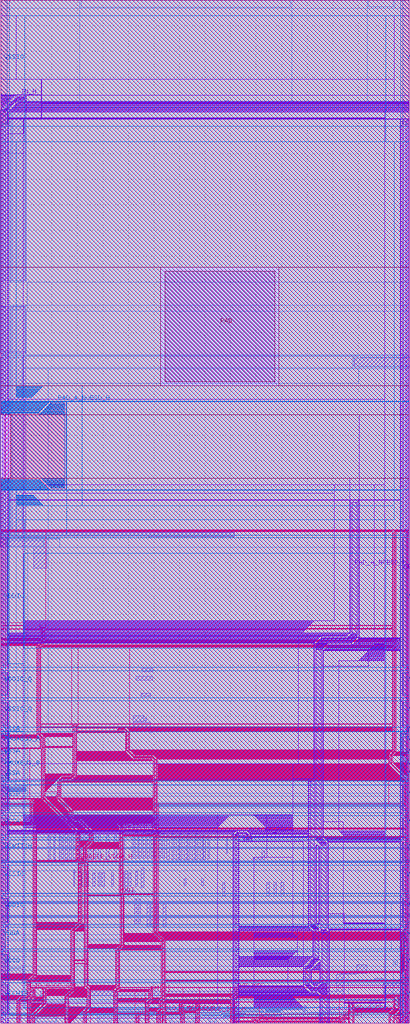
<source format=lef>
# Copyright 2020 The SkyWater PDK Authors
#
# Licensed under the Apache License, Version 2.0 (the "License");
# you may not use this file except in compliance with the License.
# You may obtain a copy of the License at
#
#     https://www.apache.org/licenses/LICENSE-2.0
#
# Unless required by applicable law or agreed to in writing, software
# distributed under the License is distributed on an "AS IS" BASIS,
# WITHOUT WARRANTIES OR CONDITIONS OF ANY KIND, either express or implied.
# See the License for the specific language governing permissions and
# limitations under the License.
#
# SPDX-License-Identifier: Apache-2.0

VERSION 5.7 ;

BUSBITCHARS "[]" ;
DIVIDERCHAR "/" ;

UNITS
  TIME NANOSECONDS 1 ;
  CAPACITANCE PICOFARADS 1 ;
  RESISTANCE OHMS 1 ;
  DATABASE MICRONS 1000 ;
END UNITS

MANUFACTURINGGRID 0.005 ;

PROPERTYDEFINITIONS
  LAYER LEF58_TYPE STRING ;
END PROPERTYDEFINITIONS

# High density, single height
SITE unithd
  SYMMETRY Y ;
  CLASS CORE ;
  SIZE 0.46 BY 2.72 ;
END unithd

# High density, double height
SITE unithddbl
  SYMMETRY Y ;
  CLASS CORE ;
  SIZE 0.46 BY 5.44 ;
END unithddbl

LAYER nwell
  TYPE MASTERSLICE ;
  PROPERTY LEF58_TYPE "TYPE NWELL ;" ;
END nwell

LAYER pwell
  TYPE MASTERSLICE ;
  PROPERTY LEF58_TYPE "TYPE PWELL ;" ;
END pwell

LAYER li1
  TYPE ROUTING ;
  DIRECTION VERTICAL ;

  PITCH 0.46 0.34 ;
  OFFSET 0.23 0.17 ;

  WIDTH 0.17 ;          # LI 1
  # SPACING  0.17 ;     # LI 2
  SPACINGTABLE
     PARALLELRUNLENGTH 0
     WIDTH 0 0.17 ;
  AREA 0.0561 ;         # LI 6
  THICKNESS 0.1 ;
  EDGECAPACITANCE 40.697E-6 ;
  CAPACITANCE CPERSQDIST 36.9866E-6 ;
  RESISTANCE RPERSQ 12.2 ;

  ANTENNAMODEL OXIDE1 ;
  ANTENNADIFFSIDEAREARATIO PWL ( ( 0 75 ) ( 0.0125 75 ) ( 0.0225 85.125 ) ( 22.5 10200 ) ) ;
END li1

LAYER mcon
  TYPE CUT ;

  WIDTH 0.17 ;                # Mcon 1
  SPACING 0.19 ;              # Mcon 2
  ENCLOSURE BELOW 0 0 ;       # Mcon 4
  ENCLOSURE ABOVE 0.03 0.06 ; # Met1 4 / Met1 5

  ANTENNADIFFAREARATIO PWL ( ( 0 3 ) ( 0.0125 3 ) ( 0.0225 3.405 ) ( 22.5 408 ) ) ;
  DCCURRENTDENSITY AVERAGE 0.36 ; # mA per via Iavg_max at Tj = 90oC

END mcon

LAYER met1
  TYPE ROUTING ;
  DIRECTION HORIZONTAL ;

  PITCH 0.34 ;
  OFFSET 0.17 ;

  WIDTH 0.14 ;                     # Met1 1
  # SPACING 0.14 ;                 # Met1 2
  # SPACING 0.28 RANGE 3.001 100 ; # Met1 3b
  SPACINGTABLE
     PARALLELRUNLENGTH 0
     WIDTH 0 0.14
     WIDTH 3 0.28 ;
  AREA 0.083 ;                     # Met1 6
  THICKNESS 0.35 ;

  ANTENNAMODEL OXIDE1 ;
  ANTENNADIFFSIDEAREARATIO PWL ( ( 0 400 ) ( 0.0125 400 ) ( 0.0225 2609 ) ( 22.5 11600 ) ) ;

  EDGECAPACITANCE 40.567E-6 ;
  CAPACITANCE CPERSQDIST 25.7784E-6 ;
  DCCURRENTDENSITY AVERAGE 2.8 ; # mA/um Iavg_max at Tj = 90oC
  ACCURRENTDENSITY RMS 6.1 ; # mA/um Irms_max at Tj = 90oC
  MAXIMUMDENSITY 70 ;
  DENSITYCHECKWINDOW 700 700 ;
  DENSITYCHECKSTEP 70 ;

  RESISTANCE RPERSQ 0.125 ;
END met1

LAYER via
  TYPE CUT ;
  WIDTH 0.15 ;                  # Via 1a
  SPACING 0.17 ;                # Via 2
  ENCLOSURE BELOW 0.055 0.085 ; # Via 4a / Via 5a
  ENCLOSURE ABOVE 0.055 0.085 ; # Met2 4 / Met2 5

  ANTENNADIFFAREARATIO PWL ( ( 0 6 ) ( 0.0125 6 ) ( 0.0225 6.81 ) ( 22.5 816 ) ) ;
  DCCURRENTDENSITY AVERAGE 0.29 ; # mA per via Iavg_max at Tj = 90oC
END via

LAYER met2
  TYPE ROUTING ;
  DIRECTION VERTICAL ;

  PITCH 0.46 ;
  OFFSET 0.23 ;

  WIDTH 0.14 ;                        # Met2 1
  # SPACING  0.14 ;                   # Met2 2
  # SPACING  0.28 RANGE 3.001 100 ;   # Met2 3b
  SPACINGTABLE
     PARALLELRUNLENGTH 0
     WIDTH 0 0.14
     WIDTH 3 0.28 ;
  AREA 0.0676 ;                       # Met2 6
  THICKNESS 0.35 ;

  EDGECAPACITANCE 37.759E-6 ;
  CAPACITANCE CPERSQDIST 16.9423E-6 ;
  RESISTANCE RPERSQ 0.125 ;
  DCCURRENTDENSITY AVERAGE 2.8 ; # mA/um Iavg_max at Tj = 90oC
  ACCURRENTDENSITY RMS 6.1 ; # mA/um Irms_max at Tj = 90oC

  ANTENNAMODEL OXIDE1 ;
  ANTENNADIFFSIDEAREARATIO PWL ( ( 0 400 ) ( 0.0125 400 ) ( 0.0225 2609 ) ( 22.5 11600 ) ) ;

  MAXIMUMDENSITY 70 ;
  DENSITYCHECKWINDOW 700 700 ;
  DENSITYCHECKSTEP 70 ;
END met2

# ******** Layer via2, type routing, number 44 **************
LAYER via2
  TYPE CUT ;
  WIDTH 0.2 ;                   # Via2 1
  SPACING 0.2 ;                 # Via2 2
  ENCLOSURE BELOW 0.04 0.085 ;  # Via2 4
  ENCLOSURE ABOVE 0.065 0.065 ; # Met3 4
  ANTENNADIFFAREARATIO PWL ( ( 0 6 ) ( 0.0125 6 ) ( 0.0225 6.81 ) ( 22.5 816 ) ) ;
  DCCURRENTDENSITY AVERAGE 0.48 ; # mA per via Iavg_max at Tj = 90oC
END via2

LAYER met3
  TYPE ROUTING ;
  DIRECTION HORIZONTAL ;

  PITCH 0.68 ;
  OFFSET 0.34 ;

  WIDTH 0.3 ;              # Met3 1
  # SPACING 0.3 ;          # Met3 2
  SPACINGTABLE
     PARALLELRUNLENGTH 0
     WIDTH 0 0.3
     WIDTH 3 0.4 ;
  AREA 0.24 ;              # Met3 6
  THICKNESS 0.8 ;

  EDGECAPACITANCE 40.989E-6 ;
  CAPACITANCE CPERSQDIST 12.3729E-6 ;
  RESISTANCE RPERSQ 0.047 ;
  DCCURRENTDENSITY AVERAGE 6.8 ; # mA/um Iavg_max at Tj = 90oC
  ACCURRENTDENSITY RMS 14.9 ; # mA/um Irms_max at Tj = 90oC

  ANTENNAMODEL OXIDE1 ;
  ANTENNADIFFSIDEAREARATIO PWL ( ( 0 400 ) ( 0.0125 400 ) ( 0.0225 2609 ) ( 22.5 11600 ) ) ;

  MAXIMUMDENSITY 70 ;
  DENSITYCHECKWINDOW 700 700 ;
  DENSITYCHECKSTEP 70 ;
END met3

LAYER via3
  TYPE CUT ;
  WIDTH 0.2 ;                   # Via3 1
  SPACING 0.2 ;                 # Via3 2
  ENCLOSURE BELOW 0.06 0.09 ;   # Via3 4 / Via3 5
  ENCLOSURE ABOVE 0.065 0.065 ; # Met4 3
  ANTENNADIFFAREARATIO PWL ( ( 0 6 ) ( 0.0125 6 ) ( 0.0225 6.81 ) ( 22.5 816 ) ) ;
  DCCURRENTDENSITY AVERAGE 0.48 ; # mA per via Iavg_max at Tj = 90oC
END via3

LAYER met4
  TYPE ROUTING ;
  DIRECTION VERTICAL ;

  PITCH 0.92 ;
  OFFSET 0.46 ;

  WIDTH 0.3 ;             # Met4 1
  # SPACING  0.3 ;             # Met4 2
  SPACINGTABLE
     PARALLELRUNLENGTH 0
     WIDTH 0 0.3
     WIDTH 3 0.4 ;
  AREA 0.24 ;            # Met4 4a

  THICKNESS 0.8 ;

  EDGECAPACITANCE 36.676E-6 ;
  CAPACITANCE CPERSQDIST 8.41537E-6 ;
  RESISTANCE RPERSQ 0.047 ;
  DCCURRENTDENSITY AVERAGE 6.8 ; # mA/um Iavg_max at Tj = 90oC
  ACCURRENTDENSITY RMS 14.9 ; # mA/um Irms_max at Tj = 90oC

  ANTENNAMODEL OXIDE1 ;
  ANTENNADIFFSIDEAREARATIO PWL ( ( 0 400 ) ( 0.0125 400 ) ( 0.0225 2609 ) ( 22.5 11600 ) ) ;

  MAXIMUMDENSITY 70 ;
  DENSITYCHECKWINDOW 700 700 ;
  DENSITYCHECKSTEP 70 ;
END met4

LAYER via4
  TYPE CUT ;

  WIDTH 0.8 ;                 # Via4 1
  SPACING 0.8 ;               # Via4 2
  ENCLOSURE BELOW 0.19 0.19 ; # Via4 4
  ENCLOSURE ABOVE 0.31 0.31 ; # Met5 3
  ANTENNADIFFAREARATIO PWL ( ( 0 6 ) ( 0.0125 6 ) ( 0.0225 6.81 ) ( 22.5 816 ) ) ;
  DCCURRENTDENSITY AVERAGE 2.49 ; # mA per via Iavg_max at Tj = 90oC
END via4

LAYER met5
  TYPE ROUTING ;
  DIRECTION HORIZONTAL ;

  PITCH 3.4 ;
  OFFSET 1.7 ;

  WIDTH 1.6 ;            # Met5 1
  #SPACING  1.6 ;        # Met5 2
  SPACINGTABLE
     PARALLELRUNLENGTH 0
     WIDTH 0 1.6 ;
  AREA 4 ;               # Met5 4

  THICKNESS 1.2 ;

  EDGECAPACITANCE 38.851E-6 ;
  CAPACITANCE CPERSQDIST 6.32063E-6 ;
  RESISTANCE RPERSQ 0.0285 ;
  DCCURRENTDENSITY AVERAGE 10.17 ; # mA/um Iavg_max at Tj = 90oC
  ACCURRENTDENSITY RMS 22.34 ; # mA/um Irms_max at Tj = 90oC

  ANTENNAMODEL OXIDE1 ;
  ANTENNADIFFSIDEAREARATIO PWL ( ( 0 400 ) ( 0.0125 400 ) ( 0.0225 2609 ) ( 22.5 11600 ) ) ;
END met5


### Routing via cells section   ###
# Plus via rule, metals are along the prefered direction
VIA L1M1_PR DEFAULT
  LAYER mcon ;
  RECT -0.085 -0.085 0.085 0.085 ;
  LAYER li1 ;
  RECT -0.085 -0.085 0.085 0.085 ;
  LAYER met1 ;
  RECT -0.145 -0.115 0.145 0.115 ;
END L1M1_PR

VIARULE L1M1_PR GENERATE
  LAYER li1 ;
  ENCLOSURE 0 0 ;
  LAYER met1 ;
  ENCLOSURE 0.06 0.03 ;
  LAYER mcon ;
  RECT -0.085 -0.085 0.085 0.085 ;
  SPACING 0.36 BY 0.36 ;
END L1M1_PR

# Plus via rule, metals are along the non prefered direction
VIA L1M1_PR_R DEFAULT
  LAYER mcon ;
  RECT -0.085 -0.085 0.085 0.085 ;
  LAYER li1 ;
  RECT -0.085 -0.085 0.085 0.085 ;
  LAYER met1 ;
  RECT -0.115 -0.145 0.115 0.145 ;
END L1M1_PR_R

VIARULE L1M1_PR_R GENERATE
  LAYER li1 ;
  ENCLOSURE 0 0 ;
  LAYER met1 ;
  ENCLOSURE 0.03 0.06 ;
  LAYER mcon ;
  RECT -0.085 -0.085 0.085 0.085 ;
  SPACING 0.36 BY 0.36 ;
END L1M1_PR_R

# Minus via rule, lower layer metal is along prefered direction
VIA L1M1_PR_M DEFAULT
  LAYER mcon ;
  RECT -0.085 -0.085 0.085 0.085 ;
  LAYER li1 ;
  RECT -0.085 -0.085 0.085 0.085 ;
  LAYER met1 ;
  RECT -0.115 -0.145 0.115 0.145 ;
END L1M1_PR_M

VIARULE L1M1_PR_M GENERATE
  LAYER li1 ;
  ENCLOSURE 0 0 ;
  LAYER met1 ;
  ENCLOSURE 0.03 0.06 ;
  LAYER mcon ;
  RECT -0.085 -0.085 0.085 0.085 ;
  SPACING 0.36 BY 0.36 ;
END L1M1_PR_M

# Minus via rule, upper layer metal is along prefered direction
VIA L1M1_PR_MR DEFAULT
  LAYER mcon ;
  RECT -0.085 -0.085 0.085 0.085 ;
  LAYER li1 ;
  RECT -0.085 -0.085 0.085 0.085 ;
  LAYER met1 ;
  RECT -0.145 -0.115 0.145 0.115 ;
END L1M1_PR_MR

VIARULE L1M1_PR_MR GENERATE
  LAYER li1 ;
  ENCLOSURE 0 0 ;
  LAYER met1 ;
  ENCLOSURE 0.06 0.03 ;
  LAYER mcon ;
  RECT -0.085 -0.085 0.085 0.085 ;
  SPACING 0.36 BY 0.36 ;
END L1M1_PR_MR

# Centered via rule, we really do not want to use it
VIA L1M1_PR_C DEFAULT
  LAYER mcon ;
  RECT -0.085 -0.085 0.085 0.085 ;
  LAYER li1 ;
  RECT -0.085 -0.085 0.085 0.085 ;
  LAYER met1 ;
  RECT -0.145 -0.145 0.145 0.145 ;
END L1M1_PR_C

VIARULE L1M1_PR_C GENERATE
  LAYER li1 ;
  ENCLOSURE 0 0 ;
  LAYER met1 ;
  ENCLOSURE 0.06 0.06 ;
  LAYER mcon ;
  RECT -0.085 -0.085 0.085 0.085 ;
  SPACING 0.36 BY 0.36 ;
END L1M1_PR_C

# Plus via rule, metals are along the prefered direction
VIA M1M2_PR DEFAULT
  LAYER via ;
  RECT -0.075 -0.075 0.075 0.075 ;
  LAYER met1 ;
  RECT -0.16 -0.13 0.16 0.13 ;
  LAYER met2 ;
  RECT -0.13 -0.16 0.13 0.16 ;
END M1M2_PR

VIARULE M1M2_PR GENERATE
  LAYER met1 ;
  ENCLOSURE 0.085 0.055 ;
  LAYER met2 ;
  ENCLOSURE 0.055 0.085 ;
  LAYER via ;
  RECT -0.075 -0.075 0.075 0.075 ;
  SPACING 0.32 BY 0.32 ;
END M1M2_PR

# Plus via rule, metals are along the non prefered direction
VIA M1M2_PR_R DEFAULT
  LAYER via ;
  RECT -0.075 -0.075 0.075 0.075 ;
  LAYER met1 ;
  RECT -0.13 -0.16 0.13 0.16 ;
  LAYER met2 ;
  RECT -0.16 -0.13 0.16 0.13 ;
END M1M2_PR_R

VIARULE M1M2_PR_R GENERATE
  LAYER met1 ;
  ENCLOSURE 0.055 0.085 ;
  LAYER met2 ;
  ENCLOSURE 0.085 0.055 ;
  LAYER via ;
  RECT -0.075 -0.075 0.075 0.075 ;
  SPACING 0.32 BY 0.32 ;
END M1M2_PR_R

# Minus via rule, lower layer metal is along prefered direction
VIA M1M2_PR_M DEFAULT
  LAYER via ;
  RECT -0.075 -0.075 0.075 0.075 ;
  LAYER met1 ;
  RECT -0.16 -0.13 0.16 0.13 ;
  LAYER met2 ;
  RECT -0.16 -0.13 0.16 0.13 ;
END M1M2_PR_M

VIARULE M1M2_PR_M GENERATE
  LAYER met1 ;
  ENCLOSURE 0.085 0.055 ;
  LAYER met2 ;
  ENCLOSURE 0.085 0.055 ;
  LAYER via ;
  RECT -0.075 -0.075 0.075 0.075 ;
  SPACING 0.32 BY 0.32 ;
END M1M2_PR_M

# Minus via rule, upper layer metal is along prefered direction
VIA M1M2_PR_MR DEFAULT
  LAYER via ;
  RECT -0.075 -0.075 0.075 0.075 ;
  LAYER met1 ;
  RECT -0.13 -0.16 0.13 0.16 ;
  LAYER met2 ;
  RECT -0.13 -0.16 0.13 0.16 ;
END M1M2_PR_MR

VIARULE M1M2_PR_MR GENERATE
  LAYER met1 ;
  ENCLOSURE 0.055 0.085 ;
  LAYER met2 ;
  ENCLOSURE 0.055 0.085 ;
  LAYER via ;
  RECT -0.075 -0.075 0.075 0.075 ;
  SPACING 0.32 BY 0.32 ;
END M1M2_PR_MR

# Centered via rule, we really do not want to use it
VIA M1M2_PR_C DEFAULT
  LAYER via ;
  RECT -0.075 -0.075 0.075 0.075 ;
  LAYER met1 ;
  RECT -0.16 -0.16 0.16 0.16 ;
  LAYER met2 ;
  RECT -0.16 -0.16 0.16 0.16 ;
END M1M2_PR_C

VIARULE M1M2_PR_C GENERATE
  LAYER met1 ;
  ENCLOSURE 0.085 0.085 ;
  LAYER met2 ;
  ENCLOSURE 0.085 0.085 ;
  LAYER via ;
  RECT -0.075 -0.075 0.075 0.075 ;
  SPACING 0.32 BY 0.32 ;
END M1M2_PR_C

# Plus via rule, metals are along the prefered direction
VIA M2M3_PR DEFAULT
  LAYER via2 ;
  RECT -0.1 -0.1 0.1 0.1 ;
  LAYER met2 ;
  RECT -0.14 -0.185 0.14 0.185 ;
  LAYER met3 ;
  RECT -0.165 -0.165 0.165 0.165 ;
END M2M3_PR

VIARULE M2M3_PR GENERATE
  LAYER met2 ;
  ENCLOSURE 0.04 0.085 ;
  LAYER met3 ;
  ENCLOSURE 0.065 0.065 ;
  LAYER via2 ;
  RECT -0.1 -0.1 0.1 0.1 ;
  SPACING 0.4 BY 0.4 ;
END M2M3_PR

# Plus via rule, metals are along the non prefered direction
VIA M2M3_PR_R DEFAULT
  LAYER via2 ;
  RECT -0.1 -0.1 0.1 0.1 ;
  LAYER met2 ;
  RECT -0.185 -0.14 0.185 0.14 ;
  LAYER met3 ;
  RECT -0.165 -0.165 0.165 0.165 ;
END M2M3_PR_R

VIARULE M2M3_PR_R GENERATE
  LAYER met2 ;
  ENCLOSURE 0.085 0.04 ;
  LAYER met3 ;
  ENCLOSURE 0.065 0.065 ;
  LAYER via2 ;
  RECT -0.1 -0.1 0.1 0.1 ;
  SPACING 0.4 BY 0.4 ;
END M2M3_PR_R

# Minus via rule, lower layer metal is along prefered direction
VIA M2M3_PR_M DEFAULT
  LAYER via2 ;
  RECT -0.1 -0.1 0.1 0.1 ;
  LAYER met2 ;
  RECT -0.14 -0.185 0.14 0.185 ;
  LAYER met3 ;
  RECT -0.165 -0.165 0.165 0.165 ;
END M2M3_PR_M

VIARULE M2M3_PR_M GENERATE
  LAYER met2 ;
  ENCLOSURE 0.04 0.085 ;
  LAYER met3 ;
  ENCLOSURE 0.065 0.065 ;
  LAYER via2 ;
  RECT -0.1 -0.1 0.1 0.1 ;
  SPACING 0.4 BY 0.4 ;
END M2M3_PR_M

# Minus via rule, upper layer metal is along prefered direction
VIA M2M3_PR_MR DEFAULT
  LAYER via2 ;
  RECT -0.1 -0.1 0.1 0.1 ;
  LAYER met2 ;
  RECT -0.185 -0.14 0.185 0.14 ;
  LAYER met3 ;
  RECT -0.165 -0.165 0.165 0.165 ;
END M2M3_PR_MR

VIARULE M2M3_PR_MR GENERATE
  LAYER met2 ;
  ENCLOSURE 0.085 0.04 ;
  LAYER met3 ;
  ENCLOSURE 0.065 0.065 ;
  LAYER via2 ;
  RECT -0.1 -0.1 0.1 0.1 ;
  SPACING 0.4 BY 0.4 ;
END M2M3_PR_MR

# Centered via rule, we really do not want to use it
VIA M2M3_PR_C DEFAULT
  LAYER via2 ;
  RECT -0.1 -0.1 0.1 0.1 ;
  LAYER met2 ;
  RECT -0.185 -0.185 0.185 0.185 ;
  LAYER met3 ;
  RECT -0.165 -0.165 0.165 0.165 ;
END M2M3_PR_C

VIARULE M2M3_PR_C GENERATE
  LAYER met2 ;
  ENCLOSURE 0.085 0.085 ;
  LAYER met3 ;
  ENCLOSURE 0.065 0.065 ;
  LAYER via2 ;
  RECT -0.1 -0.1 0.1 0.1 ;
  SPACING 0.4 BY 0.4 ;
END M2M3_PR_C

# Plus via rule, metals are along the prefered direction
VIA M3M4_PR DEFAULT
  LAYER via3 ;
  RECT -0.1 -0.1 0.1 0.1 ;
  LAYER met3 ;
  RECT -0.19 -0.16 0.19 0.16 ;
  LAYER met4 ;
  RECT -0.165 -0.165 0.165 0.165 ;
END M3M4_PR

VIARULE M3M4_PR GENERATE
  LAYER met3 ;
  ENCLOSURE 0.09 0.06 ;
  LAYER met4 ;
  ENCLOSURE 0.065 0.065 ;
  LAYER via3 ;
  RECT -0.1 -0.1 0.1 0.1 ;
  SPACING 0.4 BY 0.4 ;
END M3M4_PR

# Plus via rule, metals are along the non prefered direction
VIA M3M4_PR_R DEFAULT
  LAYER via3 ;
  RECT -0.1 -0.1 0.1 0.1 ;
  LAYER met3 ;
  RECT -0.16 -0.19 0.16 0.19 ;
  LAYER met4 ;
  RECT -0.165 -0.165 0.165 0.165 ;
END M3M4_PR_R

VIARULE M3M4_PR_R GENERATE
  LAYER met3 ;
  ENCLOSURE 0.06 0.09 ;
  LAYER met4 ;
  ENCLOSURE 0.065 0.065 ;
  LAYER via3 ;
  RECT -0.1 -0.1 0.1 0.1 ;
  SPACING 0.4 BY 0.4 ;
END M3M4_PR_R

# Minus via rule, lower layer metal is along prefered direction
VIA M3M4_PR_M DEFAULT
  LAYER via3 ;
  RECT -0.1 -0.1 0.1 0.1 ;
  LAYER met3 ;
  RECT -0.19 -0.16 0.19 0.16 ;
  LAYER met4 ;
  RECT -0.165 -0.165 0.165 0.165 ;
END M3M4_PR_M

VIARULE M3M4_PR_M GENERATE
  LAYER met3 ;
  ENCLOSURE 0.09 0.06 ;
  LAYER met4 ;
  ENCLOSURE 0.065 0.065 ;
  LAYER via3 ;
  RECT -0.1 -0.1 0.1 0.1 ;
  SPACING 0.4 BY 0.4 ;
END M3M4_PR_M

# Minus via rule, upper layer metal is along prefered direction
VIA M3M4_PR_MR DEFAULT
  LAYER via3 ;
  RECT -0.1 -0.1 0.1 0.1 ;
  LAYER met3 ;
  RECT -0.16 -0.19 0.16 0.19 ;
  LAYER met4 ;
  RECT -0.165 -0.165 0.165 0.165 ;
END M3M4_PR_MR

VIARULE M3M4_PR_MR GENERATE
  LAYER met3 ;
  ENCLOSURE 0.06 0.09 ;
  LAYER met4 ;
  ENCLOSURE 0.065 0.065 ;
  LAYER via3 ;
  RECT -0.1 -0.1 0.1 0.1 ;
  SPACING 0.4 BY 0.4 ;
END M3M4_PR_MR

# Centered via rule, we really do not want to use it
VIA M3M4_PR_C DEFAULT
  LAYER via3 ;
  RECT -0.1 -0.1 0.1 0.1 ;
  LAYER met3 ;
  RECT -0.19 -0.19 0.19 0.19 ;
  LAYER met4 ;
  RECT -0.165 -0.165 0.165 0.165 ;
END M3M4_PR_C

VIARULE M3M4_PR_C GENERATE
  LAYER met3 ;
  ENCLOSURE 0.09 0.09 ;
  LAYER met4 ;
  ENCLOSURE 0.065 0.065 ;
  LAYER via3 ;
  RECT -0.1 -0.1 0.1 0.1 ;
  SPACING 0.4 BY 0.4 ;
END M3M4_PR_C

# Plus via rule, metals are along the prefered direction
VIA M4M5_PR DEFAULT
  LAYER via4 ;
  RECT -0.4 -0.4 0.4 0.4 ;
  LAYER met4 ;
  RECT -0.59 -0.59 0.59 0.59 ;
  LAYER met5 ;
  RECT -0.71 -0.71 0.71 0.71 ;
END M4M5_PR

VIARULE M4M5_PR GENERATE
  LAYER met4 ;
  ENCLOSURE 0.19 0.19 ;
  LAYER met5 ;
  ENCLOSURE 0.31 0.31 ;
  LAYER via4 ;
  RECT -0.4 -0.4 0.4 0.4 ;
  SPACING 1.6 BY 1.6 ;
END M4M5_PR

# Plus via rule, metals are along the non prefered direction
VIA M4M5_PR_R DEFAULT
  LAYER via4 ;
  RECT -0.4 -0.4 0.4 0.4 ;
  LAYER met4 ;
  RECT -0.59 -0.59 0.59 0.59 ;
  LAYER met5 ;
  RECT -0.71 -0.71 0.71 0.71 ;
END M4M5_PR_R

VIARULE M4M5_PR_R GENERATE
  LAYER met4 ;
  ENCLOSURE 0.19 0.19 ;
  LAYER met5 ;
  ENCLOSURE 0.31 0.31 ;
  LAYER via4 ;
  RECT -0.4 -0.4 0.4 0.4 ;
  SPACING 1.6 BY 1.6 ;
END M4M5_PR_R

# Minus via rule, lower layer metal is along prefered direction
VIA M4M5_PR_M DEFAULT
  LAYER via4 ;
  RECT -0.4 -0.4 0.4 0.4 ;
  LAYER met4 ;
  RECT -0.59 -0.59 0.59 0.59 ;
  LAYER met5 ;
  RECT -0.71 -0.71 0.71 0.71 ;
END M4M5_PR_M

VIARULE M4M5_PR_M GENERATE
  LAYER met4 ;
  ENCLOSURE 0.19 0.19 ;
  LAYER met5 ;
  ENCLOSURE 0.31 0.31 ;
  LAYER via4 ;
  RECT -0.4 -0.4 0.4 0.4 ;
  SPACING 1.6 BY 1.6 ;
END M4M5_PR_M

# Minus via rule, upper layer metal is along prefered direction
VIA M4M5_PR_MR DEFAULT
  LAYER via4 ;
  RECT -0.4 -0.4 0.4 0.4 ;
  LAYER met4 ;
  RECT -0.59 -0.59 0.59 0.59 ;
  LAYER met5 ;
  RECT -0.71 -0.71 0.71 0.71 ;
END M4M5_PR_MR

VIARULE M4M5_PR_MR GENERATE
  LAYER met4 ;
  ENCLOSURE 0.19 0.19 ;
  LAYER met5 ;
  ENCLOSURE 0.31 0.31 ;
  LAYER via4 ;
  RECT -0.4 -0.4 0.4 0.4 ;
  SPACING 1.6 BY 1.6 ;
END M4M5_PR_MR

# Centered via rule, we really do not want to use it
VIA M4M5_PR_C DEFAULT
  LAYER via4 ;
  RECT -0.4 -0.4 0.4 0.4 ;
  LAYER met4 ;
  RECT -0.59 -0.59 0.59 0.59 ;
  LAYER met5 ;
  RECT -0.71 -0.71 0.71 0.71 ;
END M4M5_PR_C

VIARULE M4M5_PR_C GENERATE
  LAYER met4 ;
  ENCLOSURE 0.19 0.19 ;
  LAYER met5 ;
  ENCLOSURE 0.31 0.31 ;
  LAYER via4 ;
  RECT -0.4 -0.4 0.4 0.4 ;
  SPACING 1.6 BY 1.6 ;
END M4M5_PR_C
###  end of single via cells   ###


MACRO sky130_fd_sc_hd__xor2_1
  CLASS CORE ;
  FOREIGN sky130_fd_sc_hd__xor2_1 ;
  ORIGIN  0.000000  0.000000 ;
  SIZE  3.220000 BY  2.720000 ;
  SYMMETRY X Y R90 ;
  SITE unithd ;
  PIN A
    ANTENNAGATEAREA  0.495000 ;
    DIRECTION INPUT ;
    USE SIGNAL ;
    PORT
      LAYER li1 ;
        RECT 0.840000 1.075000 1.390000 1.275000 ;
    END
  END A
  PIN B
    ANTENNAGATEAREA  0.495000 ;
    DIRECTION INPUT ;
    USE SIGNAL ;
    PORT
      LAYER li1 ;
        RECT 0.425000 0.995000 0.670000 1.445000 ;
        RECT 0.425000 1.445000 1.730000 1.615000 ;
        RECT 1.560000 1.075000 1.935000 1.245000 ;
        RECT 1.560000 1.245000 1.730000 1.445000 ;
    END
  END B
  PIN X
    ANTENNADIFFAREA  0.800500 ;
    DIRECTION OUTPUT ;
    USE SIGNAL ;
    PORT
      LAYER li1 ;
        RECT 1.720000 0.315000 2.675000 0.485000 ;
        RECT 2.505000 0.485000 2.675000 1.365000 ;
        RECT 2.505000 1.365000 3.135000 1.535000 ;
        RECT 2.815000 1.535000 3.135000 2.465000 ;
    END
  END X
  PIN VGND
    DIRECTION INOUT ;
    SHAPE ABUTMENT ;
    USE GROUND ;
    PORT
      LAYER met1 ;
        RECT 0.000000 -0.240000 3.220000 0.240000 ;
    END
  END VGND
  PIN VNB
    DIRECTION INOUT ;
    USE GROUND ;
    PORT
      LAYER pwell ;
        RECT 0.145000 -0.085000 0.315000 0.085000 ;
    END
  END VNB
  PIN VPB
    DIRECTION INOUT ;
    USE POWER ;
    PORT
      LAYER nwell ;
        RECT -0.190000 1.305000 3.410000 2.910000 ;
    END
  END VPB
  PIN VPWR
    DIRECTION INOUT ;
    SHAPE ABUTMENT ;
    USE POWER ;
    PORT
      LAYER met1 ;
        RECT 0.000000 2.480000 3.220000 2.960000 ;
    END
  END VPWR
  OBS
    LAYER li1 ;
      RECT 0.000000 -0.085000 3.220000 0.085000 ;
      RECT 0.000000  2.635000 3.220000 2.805000 ;
      RECT 0.085000  0.655000 2.335000 0.825000 ;
      RECT 0.085000  0.825000 0.255000 1.785000 ;
      RECT 0.085000  1.785000 0.465000 2.465000 ;
      RECT 0.135000  0.085000 0.465000 0.475000 ;
      RECT 0.635000  0.335000 0.805000 0.655000 ;
      RECT 0.975000  0.085000 1.305000 0.475000 ;
      RECT 1.055000  1.785000 1.225000 2.635000 ;
      RECT 1.395000  1.785000 2.635000 1.955000 ;
      RECT 1.395000  1.955000 1.725000 2.465000 ;
      RECT 1.895000  2.125000 2.065000 2.635000 ;
      RECT 2.105000  0.825000 2.335000 1.325000 ;
      RECT 2.235000  1.955000 2.635000 2.465000 ;
      RECT 2.845000  0.085000 3.135000 0.920000 ;
    LAYER mcon ;
      RECT 0.145000 -0.085000 0.315000 0.085000 ;
      RECT 0.145000  2.635000 0.315000 2.805000 ;
      RECT 0.605000 -0.085000 0.775000 0.085000 ;
      RECT 0.605000  2.635000 0.775000 2.805000 ;
      RECT 1.065000 -0.085000 1.235000 0.085000 ;
      RECT 1.065000  2.635000 1.235000 2.805000 ;
      RECT 1.525000 -0.085000 1.695000 0.085000 ;
      RECT 1.525000  2.635000 1.695000 2.805000 ;
      RECT 1.985000 -0.085000 2.155000 0.085000 ;
      RECT 1.985000  2.635000 2.155000 2.805000 ;
      RECT 2.445000 -0.085000 2.615000 0.085000 ;
      RECT 2.445000  2.635000 2.615000 2.805000 ;
      RECT 2.905000 -0.085000 3.075000 0.085000 ;
      RECT 2.905000  2.635000 3.075000 2.805000 ;
  END
END sky130_fd_sc_hd__xor2_1
MACRO sky130_fd_sc_hd__xor2_2
  CLASS CORE ;
  FOREIGN sky130_fd_sc_hd__xor2_2 ;
  ORIGIN  0.000000  0.000000 ;
  SIZE  5.980000 BY  2.720000 ;
  SYMMETRY X Y R90 ;
  SITE unithd ;
  PIN A
    ANTENNAGATEAREA  0.990000 ;
    DIRECTION INPUT ;
    USE SIGNAL ;
    PORT
      LAYER li1 ;
        RECT 0.545000 1.075000 0.875000 1.275000 ;
        RECT 0.705000 1.275000 0.875000 1.445000 ;
        RECT 0.705000 1.445000 1.880000 1.615000 ;
        RECT 1.710000 1.075000 3.230000 1.275000 ;
        RECT 1.710000 1.275000 1.880000 1.445000 ;
    END
  END A
  PIN B
    ANTENNAGATEAREA  0.990000 ;
    DIRECTION INPUT ;
    USE SIGNAL ;
    PORT
      LAYER li1 ;
        RECT 1.045000 1.075000 1.540000 1.275000 ;
      LAYER mcon ;
        RECT 1.065000 1.105000 1.235000 1.275000 ;
    END
    PORT
      LAYER li1 ;
        RECT 3.420000 1.075000 4.090000 1.275000 ;
      LAYER mcon ;
        RECT 3.825000 1.105000 3.995000 1.275000 ;
    END
    PORT
      LAYER met1 ;
        RECT 1.005000 1.075000 1.295000 1.120000 ;
        RECT 1.005000 1.120000 4.055000 1.260000 ;
        RECT 1.005000 1.260000 1.295000 1.305000 ;
        RECT 3.765000 1.075000 4.055000 1.120000 ;
        RECT 3.765000 1.260000 4.055000 1.305000 ;
    END
  END B
  PIN X
    ANTENNADIFFAREA  0.656750 ;
    DIRECTION OUTPUT ;
    USE SIGNAL ;
    PORT
      LAYER li1 ;
        RECT 3.625000 0.645000 3.955000 0.725000 ;
        RECT 3.625000 0.725000 5.895000 0.905000 ;
        RECT 4.985000 0.645000 5.315000 0.725000 ;
        RECT 5.025000 1.415000 5.895000 1.625000 ;
        RECT 5.025000 1.625000 5.275000 2.125000 ;
        RECT 5.485000 0.905000 5.895000 1.415000 ;
    END
  END X
  PIN VGND
    DIRECTION INOUT ;
    SHAPE ABUTMENT ;
    USE GROUND ;
    PORT
      LAYER met1 ;
        RECT 0.000000 -0.240000 5.980000 0.240000 ;
    END
  END VGND
  PIN VNB
    DIRECTION INOUT ;
    USE GROUND ;
    PORT
      LAYER pwell ;
        RECT 0.145000 -0.085000 0.315000 0.085000 ;
    END
  END VNB
  PIN VPB
    DIRECTION INOUT ;
    USE POWER ;
    PORT
      LAYER nwell ;
        RECT -0.190000 1.305000 6.170000 2.910000 ;
    END
  END VPB
  PIN VPWR
    DIRECTION INOUT ;
    SHAPE ABUTMENT ;
    USE POWER ;
    PORT
      LAYER met1 ;
        RECT 0.000000 2.480000 5.980000 2.960000 ;
    END
  END VPWR
  OBS
    LAYER li1 ;
      RECT 0.000000 -0.085000 5.980000 0.085000 ;
      RECT 0.000000  2.635000 5.980000 2.805000 ;
      RECT 0.120000  0.725000 1.700000 0.905000 ;
      RECT 0.120000  0.905000 0.290000 1.785000 ;
      RECT 0.120000  1.785000 2.220000 1.955000 ;
      RECT 0.120000  2.135000 0.400000 2.465000 ;
      RECT 0.145000  2.125000 0.315000 2.135000 ;
      RECT 0.190000  0.085000 0.360000 0.555000 ;
      RECT 0.530000  0.255000 0.860000 0.725000 ;
      RECT 0.570000  2.135000 0.820000 2.635000 ;
      RECT 0.990000  2.135000 1.240000 2.295000 ;
      RECT 0.990000  2.295000 2.080000 2.465000 ;
      RECT 1.030000  0.085000 1.200000 0.555000 ;
      RECT 1.065000  2.125000 1.235000 2.135000 ;
      RECT 1.370000  0.255000 1.700000 0.725000 ;
      RECT 1.410000  1.955000 1.660000 2.125000 ;
      RECT 1.830000  2.135000 2.080000 2.295000 ;
      RECT 1.870000  0.085000 2.040000 0.555000 ;
      RECT 2.050000  1.445000 4.785000 1.615000 ;
      RECT 2.050000  1.615000 2.220000 1.785000 ;
      RECT 2.285000  2.125000 2.600000 2.465000 ;
      RECT 2.310000  0.255000 2.640000 0.725000 ;
      RECT 2.310000  0.725000 3.400000 0.905000 ;
      RECT 2.390000  1.785000 4.855000 1.955000 ;
      RECT 2.390000  1.955000 2.600000 2.125000 ;
      RECT 2.770000  2.135000 3.020000 2.635000 ;
      RECT 2.810000  0.085000 2.980000 0.555000 ;
      RECT 3.150000  0.255000 4.380000 0.475000 ;
      RECT 3.150000  0.475000 3.400000 0.725000 ;
      RECT 3.190000  1.955000 3.440000 2.465000 ;
      RECT 3.610000  2.135000 3.915000 2.635000 ;
      RECT 4.085000  1.955000 4.855000 2.295000 ;
      RECT 4.085000  2.295000 5.695000 2.465000 ;
      RECT 4.615000  1.075000 5.275000 1.245000 ;
      RECT 4.615000  1.245000 4.785000 1.445000 ;
      RECT 4.645000  0.085000 4.815000 0.555000 ;
      RECT 5.445000  1.795000 5.695000 2.295000 ;
      RECT 5.485000  0.085000 5.655000 0.555000 ;
    LAYER mcon ;
      RECT 0.145000 -0.085000 0.315000 0.085000 ;
      RECT 0.145000  2.635000 0.315000 2.805000 ;
      RECT 0.605000 -0.085000 0.775000 0.085000 ;
      RECT 0.605000  2.635000 0.775000 2.805000 ;
      RECT 1.065000 -0.085000 1.235000 0.085000 ;
      RECT 1.065000  2.635000 1.235000 2.805000 ;
      RECT 1.525000 -0.085000 1.695000 0.085000 ;
      RECT 1.525000  2.635000 1.695000 2.805000 ;
      RECT 1.985000 -0.085000 2.155000 0.085000 ;
      RECT 1.985000  2.635000 2.155000 2.805000 ;
      RECT 2.445000 -0.085000 2.615000 0.085000 ;
      RECT 2.445000  2.635000 2.615000 2.805000 ;
      RECT 2.905000 -0.085000 3.075000 0.085000 ;
      RECT 2.905000  2.635000 3.075000 2.805000 ;
      RECT 3.365000 -0.085000 3.535000 0.085000 ;
      RECT 3.365000  2.635000 3.535000 2.805000 ;
      RECT 3.825000 -0.085000 3.995000 0.085000 ;
      RECT 3.825000  2.635000 3.995000 2.805000 ;
      RECT 4.285000 -0.085000 4.455000 0.085000 ;
      RECT 4.285000  2.635000 4.455000 2.805000 ;
      RECT 4.745000 -0.085000 4.915000 0.085000 ;
      RECT 4.745000  2.635000 4.915000 2.805000 ;
      RECT 5.205000 -0.085000 5.375000 0.085000 ;
      RECT 5.205000  2.635000 5.375000 2.805000 ;
      RECT 5.665000 -0.085000 5.835000 0.085000 ;
      RECT 5.665000  2.635000 5.835000 2.805000 ;
    LAYER met1 ;
      RECT 0.085000 2.095000 0.375000 2.140000 ;
      RECT 0.085000 2.140000 1.295000 2.280000 ;
      RECT 0.085000 2.280000 0.375000 2.325000 ;
      RECT 1.005000 2.095000 1.295000 2.140000 ;
      RECT 1.005000 2.280000 1.295000 2.325000 ;
  END
END sky130_fd_sc_hd__xor2_2
MACRO sky130_fd_sc_hd__xor2_4
  CLASS CORE ;
  FOREIGN sky130_fd_sc_hd__xor2_4 ;
  ORIGIN  0.000000  0.000000 ;
  SIZE  10.12000 BY  2.720000 ;
  SYMMETRY X Y R90 ;
  SITE unithd ;
  PIN A
    ANTENNAGATEAREA  1.980000 ;
    DIRECTION INPUT ;
    USE SIGNAL ;
    PORT
      LAYER li1 ;
        RECT 0.425000 1.075000 2.800000 1.275000 ;
        RECT 2.630000 1.275000 2.800000 1.445000 ;
        RECT 2.630000 1.445000 6.165000 1.615000 ;
        RECT 5.995000 1.075000 7.370000 1.275000 ;
        RECT 5.995000 1.275000 6.165000 1.445000 ;
    END
  END A
  PIN B
    ANTENNAGATEAREA  1.980000 ;
    DIRECTION INPUT ;
    USE SIGNAL ;
    PORT
      LAYER li1 ;
        RECT 2.970000 1.075000 5.000000 1.105000 ;
        RECT 2.970000 1.105000 5.740000 1.275000 ;
    END
  END B
  PIN X
    ANTENNADIFFAREA  1.524450 ;
    DIRECTION OUTPUT ;
    USE SIGNAL ;
    PORT
      LAYER li1 ;
        RECT 4.165000 0.645000 5.580000 0.905000 ;
        RECT 5.150000 0.905000 5.580000 0.935000 ;
      LAYER mcon ;
        RECT 5.205000 0.765000 5.375000 0.935000 ;
    END
    PORT
      LAYER li1 ;
        RECT 7.850000 0.725000  8.630000 0.735000 ;
        RECT 7.850000 0.735000 10.035000 0.905000 ;
        RECT 7.850000 0.905000  8.305000 0.935000 ;
        RECT 7.880000 1.445000 10.035000 1.625000 ;
        RECT 7.880000 1.625000  9.010000 1.665000 ;
        RECT 7.880000 1.665000  8.170000 2.125000 ;
        RECT 8.300000 0.255000  8.630000 0.725000 ;
        RECT 8.760000 1.665000  9.010000 2.125000 ;
        RECT 9.140000 0.255000  9.470000 0.735000 ;
        RECT 9.600000 1.625000 10.035000 2.465000 ;
        RECT 9.735000 0.905000 10.035000 1.445000 ;
      LAYER mcon ;
        RECT 7.965000 0.765000 8.135000 0.935000 ;
    END
    PORT
      LAYER met1 ;
        RECT 5.145000 0.735000 5.435000 0.780000 ;
        RECT 5.145000 0.780000 8.195000 0.920000 ;
        RECT 5.145000 0.920000 5.435000 0.965000 ;
        RECT 7.905000 0.735000 8.195000 0.780000 ;
        RECT 7.905000 0.920000 8.195000 0.965000 ;
    END
  END X
  PIN VGND
    DIRECTION INOUT ;
    SHAPE ABUTMENT ;
    USE GROUND ;
    PORT
      LAYER met1 ;
        RECT 0.000000 -0.240000 10.120000 0.240000 ;
    END
  END VGND
  PIN VNB
    DIRECTION INOUT ;
    USE GROUND ;
    PORT
      LAYER pwell ;
        RECT 0.145000 -0.085000 0.315000 0.085000 ;
    END
  END VNB
  PIN VPB
    DIRECTION INOUT ;
    USE POWER ;
    PORT
      LAYER nwell ;
        RECT -0.190000 1.305000 10.310000 2.910000 ;
    END
  END VPB
  PIN VPWR
    DIRECTION INOUT ;
    SHAPE ABUTMENT ;
    USE POWER ;
    PORT
      LAYER met1 ;
        RECT 0.000000 2.480000 10.120000 2.960000 ;
    END
  END VPWR
  OBS
    LAYER li1 ;
      RECT 0.000000 -0.085000 10.120000 0.085000 ;
      RECT 0.000000  2.635000 10.120000 2.805000 ;
      RECT 0.085000  0.085000  0.360000 0.565000 ;
      RECT 0.085000  0.735000  3.380000 0.905000 ;
      RECT 0.085000  0.905000  0.255000 1.445000 ;
      RECT 0.085000  1.445000  2.420000 1.615000 ;
      RECT 0.085000  1.785000  2.080000 2.005000 ;
      RECT 0.085000  2.005000  0.400000 2.465000 ;
      RECT 0.530000  0.255000  0.860000 0.725000 ;
      RECT 0.530000  0.725000  3.380000 0.735000 ;
      RECT 0.570000  2.175000  0.820000 2.635000 ;
      RECT 0.990000  2.005000  1.240000 2.465000 ;
      RECT 1.030000  0.085000  1.200000 0.555000 ;
      RECT 1.370000  0.255000  1.700000 0.725000 ;
      RECT 1.410000  2.175000  1.660000 2.635000 ;
      RECT 1.830000  2.005000  2.080000 2.295000 ;
      RECT 1.830000  2.295000  3.760000 2.465000 ;
      RECT 1.870000  0.085000  2.040000 0.555000 ;
      RECT 2.210000  0.255000  2.540000 0.725000 ;
      RECT 2.250000  1.615000  2.420000 1.785000 ;
      RECT 2.250000  1.785000  3.340000 1.955000 ;
      RECT 2.250000  1.955000  2.500000 2.125000 ;
      RECT 2.670000  2.125000  2.920000 2.295000 ;
      RECT 2.710000  0.085000  2.880000 0.555000 ;
      RECT 3.050000  0.255000  3.380000 0.725000 ;
      RECT 3.090000  1.955000  3.340000 2.125000 ;
      RECT 3.510000  1.795000  3.760000 2.295000 ;
      RECT 3.550000  0.085000  3.820000 0.895000 ;
      RECT 3.990000  0.255000  6.000000 0.475000 ;
      RECT 4.030000  1.785000  7.640000 2.005000 ;
      RECT 4.030000  2.005000  4.280000 2.465000 ;
      RECT 4.450000  2.175000  4.700000 2.635000 ;
      RECT 4.870000  2.005000  5.120000 2.465000 ;
      RECT 5.290000  2.175000  5.540000 2.635000 ;
      RECT 5.710000  2.005000  5.960000 2.465000 ;
      RECT 5.750000  0.475000  6.000000 0.725000 ;
      RECT 5.750000  0.725000  7.680000 0.905000 ;
      RECT 6.130000  2.175000  6.380000 2.635000 ;
      RECT 6.170000  0.085000  6.340000 0.555000 ;
      RECT 6.510000  0.255000  6.840000 0.725000 ;
      RECT 6.550000  1.455000  6.800000 1.785000 ;
      RECT 6.550000  2.005000  6.800000 2.465000 ;
      RECT 6.970000  2.175000  7.220000 2.635000 ;
      RECT 7.010000  0.085000  7.180000 0.555000 ;
      RECT 7.260000  1.445000  7.710000 1.615000 ;
      RECT 7.350000  0.255000  7.680000 0.725000 ;
      RECT 7.390000  2.005000  7.640000 2.295000 ;
      RECT 7.390000  2.295000  9.430000 2.465000 ;
      RECT 7.540000  1.105000  9.565000 1.275000 ;
      RECT 7.540000  1.275000  7.710000 1.445000 ;
      RECT 7.960000  0.085000  8.130000 0.555000 ;
      RECT 8.340000  1.835000  8.590000 2.295000 ;
      RECT 8.540000  1.075000  9.565000 1.105000 ;
      RECT 8.800000  0.085000  8.970000 0.555000 ;
      RECT 9.180000  1.795000  9.430000 2.295000 ;
      RECT 9.640000  0.085000  9.810000 0.555000 ;
    LAYER mcon ;
      RECT 0.145000 -0.085000 0.315000 0.085000 ;
      RECT 0.145000  2.635000 0.315000 2.805000 ;
      RECT 0.605000 -0.085000 0.775000 0.085000 ;
      RECT 0.605000  2.635000 0.775000 2.805000 ;
      RECT 1.065000 -0.085000 1.235000 0.085000 ;
      RECT 1.065000  2.635000 1.235000 2.805000 ;
      RECT 1.525000 -0.085000 1.695000 0.085000 ;
      RECT 1.525000  2.635000 1.695000 2.805000 ;
      RECT 1.985000 -0.085000 2.155000 0.085000 ;
      RECT 1.985000  1.445000 2.155000 1.615000 ;
      RECT 1.985000  2.635000 2.155000 2.805000 ;
      RECT 2.445000 -0.085000 2.615000 0.085000 ;
      RECT 2.445000  2.635000 2.615000 2.805000 ;
      RECT 2.905000 -0.085000 3.075000 0.085000 ;
      RECT 2.905000  2.635000 3.075000 2.805000 ;
      RECT 3.365000 -0.085000 3.535000 0.085000 ;
      RECT 3.365000  2.635000 3.535000 2.805000 ;
      RECT 3.825000 -0.085000 3.995000 0.085000 ;
      RECT 3.825000  2.635000 3.995000 2.805000 ;
      RECT 4.285000 -0.085000 4.455000 0.085000 ;
      RECT 4.285000  2.635000 4.455000 2.805000 ;
      RECT 4.745000 -0.085000 4.915000 0.085000 ;
      RECT 4.745000  2.635000 4.915000 2.805000 ;
      RECT 5.205000 -0.085000 5.375000 0.085000 ;
      RECT 5.205000  2.635000 5.375000 2.805000 ;
      RECT 5.665000 -0.085000 5.835000 0.085000 ;
      RECT 5.665000  2.635000 5.835000 2.805000 ;
      RECT 6.125000 -0.085000 6.295000 0.085000 ;
      RECT 6.125000  2.635000 6.295000 2.805000 ;
      RECT 6.585000 -0.085000 6.755000 0.085000 ;
      RECT 6.585000  2.635000 6.755000 2.805000 ;
      RECT 7.045000 -0.085000 7.215000 0.085000 ;
      RECT 7.045000  2.635000 7.215000 2.805000 ;
      RECT 7.505000 -0.085000 7.675000 0.085000 ;
      RECT 7.505000  1.445000 7.675000 1.615000 ;
      RECT 7.505000  2.635000 7.675000 2.805000 ;
      RECT 7.965000 -0.085000 8.135000 0.085000 ;
      RECT 7.965000  2.635000 8.135000 2.805000 ;
      RECT 8.425000 -0.085000 8.595000 0.085000 ;
      RECT 8.425000  2.635000 8.595000 2.805000 ;
      RECT 8.885000 -0.085000 9.055000 0.085000 ;
      RECT 8.885000  2.635000 9.055000 2.805000 ;
      RECT 9.345000 -0.085000 9.515000 0.085000 ;
      RECT 9.345000  2.635000 9.515000 2.805000 ;
      RECT 9.805000 -0.085000 9.975000 0.085000 ;
      RECT 9.805000  2.635000 9.975000 2.805000 ;
    LAYER met1 ;
      RECT 1.925000 1.415000 2.215000 1.460000 ;
      RECT 1.925000 1.460000 7.735000 1.600000 ;
      RECT 1.925000 1.600000 2.215000 1.645000 ;
      RECT 7.445000 1.415000 7.735000 1.460000 ;
      RECT 7.445000 1.600000 7.735000 1.645000 ;
  END
END sky130_fd_sc_hd__xor2_4
MACRO sky130_fd_sc_hd__clkbuf_8
  CLASS CORE ;
  FOREIGN sky130_fd_sc_hd__clkbuf_8 ;
  ORIGIN  0.000000  0.000000 ;
  SIZE  5.060000 BY  2.720000 ;
  SYMMETRY X Y R90 ;
  SITE unithd ;
  PIN A
    ANTENNAGATEAREA  0.426000 ;
    DIRECTION INPUT ;
    USE SIGNAL ;
    PORT
      LAYER li1 ;
        RECT 0.085000 0.715000 0.400000 1.325000 ;
    END
  END A
  PIN X
    ANTENNADIFFAREA  1.590400 ;
    DIRECTION OUTPUT ;
    USE SIGNAL ;
    PORT
      LAYER li1 ;
        RECT 1.420000 0.280000 1.680000 0.735000 ;
        RECT 1.420000 0.735000 4.730000 0.905000 ;
        RECT 1.420000 1.495000 4.730000 1.735000 ;
        RECT 1.420000 1.735000 1.680000 2.460000 ;
        RECT 2.280000 0.280000 2.540000 0.735000 ;
        RECT 2.280000 1.735000 2.540000 2.460000 ;
        RECT 3.140000 0.280000 3.400000 0.735000 ;
        RECT 3.140000 1.735000 3.400000 2.460000 ;
        RECT 3.760000 0.905000 4.730000 1.495000 ;
        RECT 4.000000 0.280000 4.260000 0.735000 ;
        RECT 4.000000 1.735000 4.260000 2.460000 ;
    END
  END X
  PIN VGND
    DIRECTION INOUT ;
    SHAPE ABUTMENT ;
    USE GROUND ;
    PORT
      LAYER met1 ;
        RECT 0.000000 -0.240000 5.060000 0.240000 ;
    END
  END VGND
  PIN VNB
    DIRECTION INOUT ;
    USE GROUND ;
    PORT
      LAYER pwell ;
        RECT 0.145000 -0.085000 0.315000 0.085000 ;
    END
  END VNB
  PIN VPB
    DIRECTION INOUT ;
    USE POWER ;
    PORT
      LAYER nwell ;
        RECT -0.190000 1.305000 5.250000 2.910000 ;
    END
  END VPB
  PIN VPWR
    DIRECTION INOUT ;
    SHAPE ABUTMENT ;
    USE POWER ;
    PORT
      LAYER met1 ;
        RECT 0.000000 2.480000 5.060000 2.960000 ;
    END
  END VPWR
  OBS
    LAYER li1 ;
      RECT 0.000000 -0.085000 5.060000 0.085000 ;
      RECT 0.000000  2.635000 5.060000 2.805000 ;
      RECT 0.095000  1.525000 0.390000 2.635000 ;
      RECT 0.145000  0.085000 0.390000 0.545000 ;
      RECT 0.570000  0.265000 0.820000 1.075000 ;
      RECT 0.570000  1.075000 3.590000 1.325000 ;
      RECT 0.570000  1.325000 0.820000 2.460000 ;
      RECT 0.990000  0.085000 1.250000 0.610000 ;
      RECT 0.990000  1.525000 1.250000 2.635000 ;
      RECT 1.850000  0.085000 2.110000 0.565000 ;
      RECT 1.850000  1.905000 2.110000 2.635000 ;
      RECT 2.710000  0.085000 2.970000 0.565000 ;
      RECT 2.710000  1.905000 2.970000 2.635000 ;
      RECT 3.570000  0.085000 3.830000 0.565000 ;
      RECT 3.570000  1.905000 3.830000 2.635000 ;
      RECT 4.430000  0.085000 4.730000 0.565000 ;
      RECT 4.430000  1.905000 4.725000 2.635000 ;
    LAYER mcon ;
      RECT 0.145000 -0.085000 0.315000 0.085000 ;
      RECT 0.145000  2.635000 0.315000 2.805000 ;
      RECT 0.605000 -0.085000 0.775000 0.085000 ;
      RECT 0.605000  2.635000 0.775000 2.805000 ;
      RECT 1.065000 -0.085000 1.235000 0.085000 ;
      RECT 1.065000  2.635000 1.235000 2.805000 ;
      RECT 1.525000 -0.085000 1.695000 0.085000 ;
      RECT 1.525000  2.635000 1.695000 2.805000 ;
      RECT 1.985000 -0.085000 2.155000 0.085000 ;
      RECT 1.985000  2.635000 2.155000 2.805000 ;
      RECT 2.445000 -0.085000 2.615000 0.085000 ;
      RECT 2.445000  2.635000 2.615000 2.805000 ;
      RECT 2.905000 -0.085000 3.075000 0.085000 ;
      RECT 2.905000  2.635000 3.075000 2.805000 ;
      RECT 3.365000 -0.085000 3.535000 0.085000 ;
      RECT 3.365000  2.635000 3.535000 2.805000 ;
      RECT 3.825000 -0.085000 3.995000 0.085000 ;
      RECT 3.825000  2.635000 3.995000 2.805000 ;
      RECT 4.285000 -0.085000 4.455000 0.085000 ;
      RECT 4.285000  2.635000 4.455000 2.805000 ;
      RECT 4.745000 -0.085000 4.915000 0.085000 ;
      RECT 4.745000  2.635000 4.915000 2.805000 ;
  END
END sky130_fd_sc_hd__clkbuf_8
MACRO sky130_fd_sc_hd__clkbuf_16
  CLASS CORE ;
  FOREIGN sky130_fd_sc_hd__clkbuf_16 ;
  ORIGIN  0.000000  0.000000 ;
  SIZE  9.200000 BY  2.720000 ;
  SYMMETRY X Y R90 ;
  SITE unithd ;
  PIN A
    ANTENNAGATEAREA  0.852000 ;
    DIRECTION INPUT ;
    USE SIGNAL ;
    PORT
      LAYER li1 ;
        RECT 0.085000 0.765000 0.400000 1.325000 ;
    END
  END A
  PIN X
    ANTENNADIFFAREA  3.180800 ;
    DIRECTION OUTPUT ;
    USE SIGNAL ;
    PORT
      LAYER li1 ;
        RECT 2.280000 0.280000 2.540000 0.735000 ;
        RECT 2.280000 0.735000 9.025000 0.905000 ;
        RECT 2.280000 1.495000 9.025000 1.720000 ;
        RECT 2.280000 1.720000 7.685000 1.735000 ;
        RECT 2.280000 1.735000 2.540000 2.460000 ;
        RECT 3.140000 0.280000 3.400000 0.735000 ;
        RECT 3.140000 1.735000 3.400000 2.460000 ;
        RECT 4.000000 0.280000 4.260000 0.735000 ;
        RECT 4.000000 1.735000 4.260000 2.460000 ;
        RECT 4.845000 0.280000 5.120000 0.735000 ;
        RECT 4.860000 1.735000 5.120000 2.460000 ;
        RECT 5.705000 0.280000 5.965000 0.735000 ;
        RECT 5.705000 1.735000 5.965000 2.460000 ;
        RECT 6.565000 0.280000 6.825000 0.735000 ;
        RECT 6.565000 1.735000 6.825000 2.460000 ;
        RECT 7.425000 0.280000 7.685000 0.735000 ;
        RECT 7.425000 1.735000 7.685000 2.460000 ;
        RECT 7.860000 0.905000 9.025000 1.495000 ;
        RECT 8.295000 0.280000 8.555000 0.735000 ;
        RECT 8.295000 1.720000 8.585000 2.460000 ;
    END
  END X
  PIN VGND
    DIRECTION INOUT ;
    SHAPE ABUTMENT ;
    USE GROUND ;
    PORT
      LAYER met1 ;
        RECT 0.000000 -0.240000 9.200000 0.240000 ;
    END
  END VGND
  PIN VNB
    DIRECTION INOUT ;
    USE GROUND ;
    PORT
      LAYER pwell ;
        RECT 0.145000 -0.085000 0.315000 0.085000 ;
    END
  END VNB
  PIN VPB
    DIRECTION INOUT ;
    USE POWER ;
    PORT
      LAYER nwell ;
        RECT -0.190000 1.305000 9.390000 2.910000 ;
    END
  END VPB
  PIN VPWR
    DIRECTION INOUT ;
    SHAPE ABUTMENT ;
    USE POWER ;
    PORT
      LAYER met1 ;
        RECT 0.000000 2.480000 9.200000 2.960000 ;
    END
  END VPWR
  OBS
    LAYER li1 ;
      RECT 0.000000 -0.085000 9.200000 0.085000 ;
      RECT 0.000000  2.635000 9.200000 2.805000 ;
      RECT 0.085000  0.085000 0.390000 0.595000 ;
      RECT 0.095000  1.825000 0.390000 2.635000 ;
      RECT 0.570000  0.265000 0.820000 1.075000 ;
      RECT 0.570000  1.075000 7.690000 1.325000 ;
      RECT 0.570000  1.325000 0.815000 2.465000 ;
      RECT 0.990000  0.085000 1.250000 0.610000 ;
      RECT 0.990000  1.825000 1.250000 2.635000 ;
      RECT 1.430000  0.265000 1.680000 1.075000 ;
      RECT 1.430000  1.325000 1.680000 2.460000 ;
      RECT 1.850000  0.085000 2.110000 0.645000 ;
      RECT 1.850000  1.835000 2.110000 2.630000 ;
      RECT 1.850000  2.630000 8.125000 2.635000 ;
      RECT 2.710000  0.085000 2.970000 0.565000 ;
      RECT 2.710000  1.905000 2.970000 2.630000 ;
      RECT 3.570000  0.085000 3.830000 0.565000 ;
      RECT 3.570000  1.905000 3.830000 2.630000 ;
      RECT 4.430000  0.085000 4.675000 0.565000 ;
      RECT 4.430000  1.905000 4.690000 2.630000 ;
      RECT 5.290000  0.085000 5.535000 0.565000 ;
      RECT 5.290000  1.905000 5.535000 2.630000 ;
      RECT 6.145000  0.085000 6.395000 0.565000 ;
      RECT 6.150000  1.905000 6.395000 2.630000 ;
      RECT 7.005000  0.085000 7.255000 0.565000 ;
      RECT 7.010000  1.905000 7.255000 2.630000 ;
      RECT 7.865000  0.085000 8.125000 0.565000 ;
      RECT 7.870000  1.905000 8.125000 2.630000 ;
      RECT 8.725000  0.085000 9.025000 0.565000 ;
      RECT 8.755000  1.890000 9.025000 2.635000 ;
    LAYER mcon ;
      RECT 0.145000 -0.085000 0.315000 0.085000 ;
      RECT 0.145000  2.635000 0.315000 2.805000 ;
      RECT 0.605000 -0.085000 0.775000 0.085000 ;
      RECT 0.605000  2.635000 0.775000 2.805000 ;
      RECT 1.065000 -0.085000 1.235000 0.085000 ;
      RECT 1.065000  2.635000 1.235000 2.805000 ;
      RECT 1.525000 -0.085000 1.695000 0.085000 ;
      RECT 1.525000  2.635000 1.695000 2.805000 ;
      RECT 1.985000 -0.085000 2.155000 0.085000 ;
      RECT 1.985000  2.635000 2.155000 2.805000 ;
      RECT 2.445000 -0.085000 2.615000 0.085000 ;
      RECT 2.445000  2.635000 2.615000 2.805000 ;
      RECT 2.905000 -0.085000 3.075000 0.085000 ;
      RECT 2.905000  2.635000 3.075000 2.805000 ;
      RECT 3.365000 -0.085000 3.535000 0.085000 ;
      RECT 3.365000  2.635000 3.535000 2.805000 ;
      RECT 3.825000 -0.085000 3.995000 0.085000 ;
      RECT 3.825000  2.635000 3.995000 2.805000 ;
      RECT 4.285000 -0.085000 4.455000 0.085000 ;
      RECT 4.285000  2.635000 4.455000 2.805000 ;
      RECT 4.745000 -0.085000 4.915000 0.085000 ;
      RECT 4.745000  2.635000 4.915000 2.805000 ;
      RECT 5.205000 -0.085000 5.375000 0.085000 ;
      RECT 5.205000  2.635000 5.375000 2.805000 ;
      RECT 5.665000 -0.085000 5.835000 0.085000 ;
      RECT 5.665000  2.635000 5.835000 2.805000 ;
      RECT 6.125000 -0.085000 6.295000 0.085000 ;
      RECT 6.125000  2.635000 6.295000 2.805000 ;
      RECT 6.585000 -0.085000 6.755000 0.085000 ;
      RECT 6.585000  2.635000 6.755000 2.805000 ;
      RECT 7.045000 -0.085000 7.215000 0.085000 ;
      RECT 7.045000  2.635000 7.215000 2.805000 ;
      RECT 7.505000 -0.085000 7.675000 0.085000 ;
      RECT 7.505000  2.635000 7.675000 2.805000 ;
      RECT 7.965000 -0.085000 8.135000 0.085000 ;
      RECT 7.965000  2.635000 8.135000 2.805000 ;
      RECT 8.425000 -0.085000 8.595000 0.085000 ;
      RECT 8.425000  2.635000 8.595000 2.805000 ;
      RECT 8.885000 -0.085000 9.055000 0.085000 ;
      RECT 8.885000  2.635000 9.055000 2.805000 ;
  END
END sky130_fd_sc_hd__clkbuf_16
MACRO sky130_fd_sc_hd__clkbuf_4
  CLASS CORE ;
  FOREIGN sky130_fd_sc_hd__clkbuf_4 ;
  ORIGIN  0.000000  0.000000 ;
  SIZE  2.760000 BY  2.720000 ;
  SYMMETRY X Y R90 ;
  SITE unithd ;
  PIN A
    ANTENNAGATEAREA  0.213000 ;
    DIRECTION INPUT ;
    USE SIGNAL ;
    PORT
      LAYER li1 ;
        RECT 0.425000 0.755000 0.775000 1.325000 ;
    END
  END A
  PIN X
    ANTENNADIFFAREA  0.795200 ;
    DIRECTION OUTPUT ;
    USE SIGNAL ;
    PORT
      LAYER li1 ;
        RECT 1.010000 0.345000 1.305000 0.735000 ;
        RECT 1.010000 0.735000 2.660000 0.905000 ;
        RECT 1.045000 1.835000 2.165000 2.005000 ;
        RECT 1.045000 2.005000 1.305000 2.465000 ;
        RECT 1.905000 0.345000 2.165000 0.735000 ;
        RECT 1.905000 1.415000 2.660000 1.585000 ;
        RECT 1.905000 1.585000 2.165000 1.835000 ;
        RECT 1.905000 2.005000 2.165000 2.465000 ;
        RECT 2.255000 0.905000 2.660000 1.415000 ;
    END
  END X
  PIN VGND
    DIRECTION INOUT ;
    SHAPE ABUTMENT ;
    USE GROUND ;
    PORT
      LAYER met1 ;
        RECT 0.000000 -0.240000 2.760000 0.240000 ;
    END
  END VGND
  PIN VNB
    DIRECTION INOUT ;
    USE GROUND ;
    PORT
      LAYER pwell ;
        RECT 0.145000 -0.085000 0.315000 0.085000 ;
    END
  END VNB
  PIN VPB
    DIRECTION INOUT ;
    USE POWER ;
    PORT
      LAYER nwell ;
        RECT -0.190000 1.305000 2.950000 2.910000 ;
    END
  END VPB
  PIN VPWR
    DIRECTION INOUT ;
    SHAPE ABUTMENT ;
    USE POWER ;
    PORT
      LAYER met1 ;
        RECT 0.000000 2.480000 2.760000 2.960000 ;
    END
  END VPWR
  OBS
    LAYER li1 ;
      RECT 0.000000 -0.085000 2.760000 0.085000 ;
      RECT 0.000000  2.635000 2.760000 2.805000 ;
      RECT 0.085000  0.255000 0.385000 0.585000 ;
      RECT 0.085000  0.585000 0.255000 1.495000 ;
      RECT 0.085000  1.495000 1.115000 1.665000 ;
      RECT 0.085000  1.665000 0.395000 2.465000 ;
      RECT 0.555000  0.085000 0.830000 0.565000 ;
      RECT 0.565000  1.835000 0.875000 2.635000 ;
      RECT 0.945000  1.075000 2.085000 1.245000 ;
      RECT 0.945000  1.245000 1.115000 1.495000 ;
      RECT 1.475000  0.085000 1.730000 0.565000 ;
      RECT 1.475000  2.175000 1.730000 2.635000 ;
      RECT 2.335000  0.085000 2.615000 0.565000 ;
      RECT 2.335000  1.765000 2.620000 2.635000 ;
    LAYER mcon ;
      RECT 0.145000 -0.085000 0.315000 0.085000 ;
      RECT 0.145000  2.635000 0.315000 2.805000 ;
      RECT 0.605000 -0.085000 0.775000 0.085000 ;
      RECT 0.605000  2.635000 0.775000 2.805000 ;
      RECT 1.065000 -0.085000 1.235000 0.085000 ;
      RECT 1.065000  2.635000 1.235000 2.805000 ;
      RECT 1.525000 -0.085000 1.695000 0.085000 ;
      RECT 1.525000  2.635000 1.695000 2.805000 ;
      RECT 1.985000 -0.085000 2.155000 0.085000 ;
      RECT 1.985000  2.635000 2.155000 2.805000 ;
      RECT 2.445000 -0.085000 2.615000 0.085000 ;
      RECT 2.445000  2.635000 2.615000 2.805000 ;
  END
END sky130_fd_sc_hd__clkbuf_4
MACRO sky130_fd_sc_hd__clkbuf_2
  CLASS CORE ;
  FOREIGN sky130_fd_sc_hd__clkbuf_2 ;
  ORIGIN  0.000000  0.000000 ;
  SIZE  1.840000 BY  2.720000 ;
  SYMMETRY X Y R90 ;
  SITE unithd ;
  PIN A
    ANTENNAGATEAREA  0.213000 ;
    DIRECTION INPUT ;
    USE SIGNAL ;
    PORT
      LAYER li1 ;
        RECT 0.425000 0.745000 0.785000 1.325000 ;
    END
  END A
  PIN X
    ANTENNADIFFAREA  0.383400 ;
    DIRECTION OUTPUT ;
    USE SIGNAL ;
    PORT
      LAYER li1 ;
        RECT 1.040000 0.255000 1.245000 0.655000 ;
        RECT 1.040000 0.655000 1.725000 0.825000 ;
        RECT 1.060000 1.855000 1.725000 2.030000 ;
        RECT 1.060000 2.030000 1.245000 2.435000 ;
        RECT 1.385000 0.825000 1.725000 1.855000 ;
    END
  END X
  PIN VGND
    DIRECTION INOUT ;
    SHAPE ABUTMENT ;
    USE GROUND ;
    PORT
      LAYER met1 ;
        RECT 0.000000 -0.240000 1.840000 0.240000 ;
    END
  END VGND
  PIN VNB
    DIRECTION INOUT ;
    USE GROUND ;
    PORT
      LAYER pwell ;
        RECT 0.145000 -0.085000 0.315000 0.085000 ;
    END
  END VNB
  PIN VPB
    DIRECTION INOUT ;
    USE POWER ;
    PORT
      LAYER nwell ;
        RECT -0.190000 1.305000 2.030000 2.910000 ;
    END
  END VPB
  PIN VPWR
    DIRECTION INOUT ;
    SHAPE ABUTMENT ;
    USE POWER ;
    PORT
      LAYER met1 ;
        RECT 0.000000 2.480000 1.840000 2.960000 ;
    END
  END VPWR
  OBS
    LAYER li1 ;
      RECT 0.000000 -0.085000 1.840000 0.085000 ;
      RECT 0.000000  2.635000 1.840000 2.805000 ;
      RECT 0.085000  0.255000 0.345000 0.585000 ;
      RECT 0.085000  0.585000 0.255000 1.495000 ;
      RECT 0.085000  1.495000 1.215000 1.665000 ;
      RECT 0.085000  1.665000 0.355000 2.435000 ;
      RECT 0.525000  1.855000 0.855000 2.635000 ;
      RECT 0.555000  0.085000 0.830000 0.565000 ;
      RECT 0.965000  0.995000 1.215000 1.495000 ;
      RECT 1.415000  0.085000 1.750000 0.485000 ;
      RECT 1.415000  2.210000 1.750000 2.635000 ;
    LAYER mcon ;
      RECT 0.145000 -0.085000 0.315000 0.085000 ;
      RECT 0.145000  2.635000 0.315000 2.805000 ;
      RECT 0.605000 -0.085000 0.775000 0.085000 ;
      RECT 0.605000  2.635000 0.775000 2.805000 ;
      RECT 1.065000 -0.085000 1.235000 0.085000 ;
      RECT 1.065000  2.635000 1.235000 2.805000 ;
      RECT 1.525000 -0.085000 1.695000 0.085000 ;
      RECT 1.525000  2.635000 1.695000 2.805000 ;
  END
END sky130_fd_sc_hd__clkbuf_2
MACRO sky130_fd_sc_hd__clkbuf_1
  CLASS CORE ;
  FOREIGN sky130_fd_sc_hd__clkbuf_1 ;
  ORIGIN  0.000000  0.000000 ;
  SIZE  1.380000 BY  2.720000 ;
  SYMMETRY X Y R90 ;
  SITE unithd ;
  PIN A
    ANTENNAGATEAREA  0.196500 ;
    DIRECTION INPUT ;
    USE SIGNAL ;
    PORT
      LAYER li1 ;
        RECT 0.945000 0.985000 1.275000 1.355000 ;
    END
  END A
  PIN X
    ANTENNADIFFAREA  0.340600 ;
    DIRECTION OUTPUT ;
    USE SIGNAL ;
    PORT
      LAYER li1 ;
        RECT 0.085000 0.255000 0.345000 0.760000 ;
        RECT 0.085000 0.760000 0.255000 1.560000 ;
        RECT 0.085000 1.560000 0.355000 2.465000 ;
    END
  END X
  PIN VGND
    DIRECTION INOUT ;
    SHAPE ABUTMENT ;
    USE GROUND ;
    PORT
      LAYER met1 ;
        RECT 0.000000 -0.240000 1.380000 0.240000 ;
    END
  END VGND
  PIN VNB
    DIRECTION INOUT ;
    USE GROUND ;
    PORT
      LAYER pwell ;
        RECT 1.065000 -0.085000 1.235000 0.085000 ;
    END
  END VNB
  PIN VPB
    DIRECTION INOUT ;
    USE POWER ;
    PORT
      LAYER nwell ;
        RECT -0.190000 1.305000 1.570000 2.910000 ;
    END
  END VPB
  PIN VPWR
    DIRECTION INOUT ;
    SHAPE ABUTMENT ;
    USE POWER ;
    PORT
      LAYER met1 ;
        RECT 0.000000 2.480000 1.380000 2.960000 ;
    END
  END VPWR
  OBS
    LAYER li1 ;
      RECT 0.000000 -0.085000 1.380000 0.085000 ;
      RECT 0.000000  2.635000 1.380000 2.805000 ;
      RECT 0.425000  1.060000 0.710000 1.390000 ;
      RECT 0.525000  0.085000 0.855000 0.465000 ;
      RECT 0.525000  1.875000 0.855000 2.635000 ;
      RECT 0.540000  0.635000 1.205000 0.805000 ;
      RECT 0.540000  0.805000 0.710000 1.060000 ;
      RECT 0.540000  1.390000 0.710000 1.535000 ;
      RECT 0.540000  1.535000 1.205000 1.705000 ;
      RECT 1.035000  0.255000 1.205000 0.635000 ;
      RECT 1.035000  1.705000 1.205000 2.465000 ;
    LAYER mcon ;
      RECT 0.145000 -0.085000 0.315000 0.085000 ;
      RECT 0.145000  2.635000 0.315000 2.805000 ;
      RECT 0.605000 -0.085000 0.775000 0.085000 ;
      RECT 0.605000  2.635000 0.775000 2.805000 ;
      RECT 1.065000 -0.085000 1.235000 0.085000 ;
      RECT 1.065000  2.635000 1.235000 2.805000 ;
  END
END sky130_fd_sc_hd__clkbuf_1
MACRO sky130_fd_sc_hd__dfbbn_2
  CLASS CORE ;
  FOREIGN sky130_fd_sc_hd__dfbbn_2 ;
  ORIGIN  0.000000  0.000000 ;
  SIZE  12.88000 BY  2.720000 ;
  SYMMETRY X Y R90 ;
  SITE unithd ;
  PIN D
    ANTENNAGATEAREA  0.126000 ;
    DIRECTION INPUT ;
    USE SIGNAL ;
    PORT
      LAYER li1 ;
        RECT 1.760000 1.005000 2.170000 1.625000 ;
    END
  END D
  PIN Q
    ANTENNADIFFAREA  0.445500 ;
    DIRECTION OUTPUT ;
    USE SIGNAL ;
    PORT
      LAYER li1 ;
        RECT 12.115000 0.255000 12.345000 0.825000 ;
        RECT 12.115000 1.445000 12.345000 2.465000 ;
        RECT 12.160000 0.825000 12.345000 1.445000 ;
    END
  END Q
  PIN Q_N
    ANTENNADIFFAREA  0.445500 ;
    DIRECTION OUTPUT ;
    USE SIGNAL ;
    PORT
      LAYER li1 ;
        RECT 10.240000 0.255000 10.500000 0.715000 ;
        RECT 10.240000 1.630000 10.500000 2.465000 ;
        RECT 10.320000 0.715000 10.500000 1.630000 ;
    END
  END Q_N
  PIN RESET_B
    ANTENNAGATEAREA  0.159000 ;
    DIRECTION INPUT ;
    USE SIGNAL ;
    PORT
      LAYER li1 ;
        RECT 9.250000 1.095000 9.730000 1.325000 ;
    END
  END RESET_B
  PIN SET_B
    ANTENNAGATEAREA  0.252000 ;
    DIRECTION INPUT ;
    USE SIGNAL ;
    PORT
      LAYER li1 ;
        RECT 3.600000 0.735000 4.010000 0.965000 ;
        RECT 3.600000 0.965000 3.930000 1.065000 ;
      LAYER mcon ;
        RECT 3.840000 0.765000 4.010000 0.935000 ;
    END
    PORT
      LAYER li1 ;
        RECT 7.470000 0.735000 7.845000 1.065000 ;
      LAYER mcon ;
        RECT 7.520000 0.765000 7.690000 0.935000 ;
    END
    PORT
      LAYER met1 ;
        RECT 3.780000 0.735000 4.070000 0.780000 ;
        RECT 3.780000 0.780000 7.750000 0.920000 ;
        RECT 3.780000 0.920000 4.070000 0.965000 ;
        RECT 7.460000 0.735000 7.750000 0.780000 ;
        RECT 7.460000 0.920000 7.750000 0.965000 ;
    END
  END SET_B
  PIN CLK_N
    ANTENNAGATEAREA  0.159000 ;
    DIRECTION INPUT ;
    USE CLOCK ;
    PORT
      LAYER li1 ;
        RECT 0.085000 0.975000 0.440000 1.625000 ;
    END
  END CLK_N
  PIN VGND
    DIRECTION INOUT ;
    SHAPE ABUTMENT ;
    USE GROUND ;
    PORT
      LAYER met1 ;
        RECT 0.000000 -0.240000 12.880000 0.240000 ;
    END
  END VGND
  PIN VNB
    DIRECTION INOUT ;
    USE GROUND ;
    PORT
      LAYER pwell ;
        RECT 0.150000 -0.085000 0.320000 0.085000 ;
    END
  END VNB
  PIN VPB
    DIRECTION INOUT ;
    USE POWER ;
    PORT
      LAYER nwell ;
        RECT -0.190000 1.305000 13.070000 2.910000 ;
    END
  END VPB
  PIN VPWR
    DIRECTION INOUT ;
    SHAPE ABUTMENT ;
    USE POWER ;
    PORT
      LAYER met1 ;
        RECT 0.000000 2.480000 12.880000 2.960000 ;
    END
  END VPWR
  OBS
    LAYER li1 ;
      RECT  0.000000 -0.085000 12.880000 0.085000 ;
      RECT  0.000000  2.635000 12.880000 2.805000 ;
      RECT  0.085000  0.345000  0.345000 0.635000 ;
      RECT  0.085000  0.635000  0.840000 0.805000 ;
      RECT  0.085000  1.795000  0.840000 1.965000 ;
      RECT  0.085000  1.965000  0.345000 2.465000 ;
      RECT  0.515000  0.085000  0.845000 0.465000 ;
      RECT  0.515000  2.135000  0.845000 2.635000 ;
      RECT  0.610000  0.805000  0.840000 1.795000 ;
      RECT  1.015000  0.345000  1.240000 2.465000 ;
      RECT  1.420000  0.635000  2.125000 0.825000 ;
      RECT  1.420000  0.825000  1.590000 1.795000 ;
      RECT  1.420000  1.795000  2.125000 1.965000 ;
      RECT  1.445000  0.085000  1.785000 0.465000 ;
      RECT  1.445000  2.135000  1.785000 2.635000 ;
      RECT  1.955000  0.305000  2.125000 0.635000 ;
      RECT  1.955000  1.965000  2.125000 2.465000 ;
      RECT  2.340000  0.705000  2.560000 1.575000 ;
      RECT  2.340000  1.575000  2.840000 1.955000 ;
      RECT  2.350000  2.250000  3.180000 2.420000 ;
      RECT  2.415000  0.265000  3.410000 0.465000 ;
      RECT  2.740000  0.645000  3.070000 1.015000 ;
      RECT  3.010000  1.195000  3.410000 1.235000 ;
      RECT  3.010000  1.235000  4.360000 1.405000 ;
      RECT  3.010000  1.405000  3.180000 2.250000 ;
      RECT  3.240000  0.465000  3.410000 1.195000 ;
      RECT  3.350000  1.575000  3.600000 1.785000 ;
      RECT  3.350000  1.785000  4.700000 2.035000 ;
      RECT  3.420000  2.205000  3.800000 2.635000 ;
      RECT  3.580000  0.085000  3.750000 0.525000 ;
      RECT  3.920000  0.255000  5.170000 0.425000 ;
      RECT  3.920000  0.425000  4.250000 0.545000 ;
      RECT  4.100000  2.035000  4.270000 2.375000 ;
      RECT  4.110000  1.405000  4.360000 1.485000 ;
      RECT  4.140000  1.155000  4.360000 1.235000 ;
      RECT  4.420000  0.595000  4.750000 0.765000 ;
      RECT  4.530000  0.765000  4.750000 0.895000 ;
      RECT  4.530000  0.895000  5.840000 1.065000 ;
      RECT  4.530000  1.065000  4.700000 1.785000 ;
      RECT  4.870000  1.235000  5.200000 1.415000 ;
      RECT  4.870000  1.415000  5.875000 1.655000 ;
      RECT  4.890000  1.915000  5.220000 2.635000 ;
      RECT  4.920000  0.425000  5.170000 0.715000 ;
      RECT  5.360000  0.085000  5.690000 0.465000 ;
      RECT  5.510000  1.065000  5.840000 1.235000 ;
      RECT  6.075000  1.575000  6.310000 1.985000 ;
      RECT  6.135000  0.705000  6.420000 1.125000 ;
      RECT  6.135000  1.125000  6.755000 1.305000 ;
      RECT  6.265000  2.250000  7.095000 2.420000 ;
      RECT  6.330000  0.265000  7.095000 0.465000 ;
      RECT  6.550000  1.305000  6.755000 1.905000 ;
      RECT  6.925000  0.465000  7.095000 1.235000 ;
      RECT  6.925000  1.235000  8.275000 1.405000 ;
      RECT  6.925000  1.405000  7.095000 2.250000 ;
      RECT  7.265000  1.575000  7.515000 1.915000 ;
      RECT  7.265000  1.915000 10.070000 2.085000 ;
      RECT  7.275000  0.085000  7.535000 0.525000 ;
      RECT  7.335000  2.255000  7.715000 2.635000 ;
      RECT  7.795000  0.255000  8.965000 0.425000 ;
      RECT  7.795000  0.425000  8.125000 0.545000 ;
      RECT  7.955000  2.085000  8.125000 2.375000 ;
      RECT  8.055000  1.075000  8.275000 1.235000 ;
      RECT  8.295000  0.595000  8.625000 0.780000 ;
      RECT  8.445000  0.780000  8.625000 1.915000 ;
      RECT  8.655000  2.255000 10.070000 2.635000 ;
      RECT  8.795000  0.425000  8.965000 0.585000 ;
      RECT  8.795000  0.755000  9.500000 0.925000 ;
      RECT  8.795000  0.925000  9.070000 1.575000 ;
      RECT  8.795000  1.575000  9.570000 1.745000 ;
      RECT  9.280000  0.265000  9.500000 0.755000 ;
      RECT  9.740000  0.085000 10.070000 0.805000 ;
      RECT  9.900000  0.995000 10.140000 1.325000 ;
      RECT  9.900000  1.325000 10.070000 1.915000 ;
      RECT 10.680000  0.085000 10.910000 0.885000 ;
      RECT 10.680000  1.465000 10.910000 2.635000 ;
      RECT 11.215000  0.255000 11.470000 0.995000 ;
      RECT 11.215000  0.995000 11.990000 1.325000 ;
      RECT 11.215000  1.325000 11.470000 2.415000 ;
      RECT 11.650000  0.085000 11.945000 0.545000 ;
      RECT 11.650000  1.765000 11.945000 2.635000 ;
      RECT 12.515000  0.085000 12.795000 0.885000 ;
      RECT 12.515000  1.465000 12.795000 2.635000 ;
    LAYER mcon ;
      RECT  0.145000 -0.085000  0.315000 0.085000 ;
      RECT  0.145000  2.635000  0.315000 2.805000 ;
      RECT  0.605000 -0.085000  0.775000 0.085000 ;
      RECT  0.605000  2.635000  0.775000 2.805000 ;
      RECT  0.610000  0.765000  0.780000 0.935000 ;
      RECT  1.065000 -0.085000  1.235000 0.085000 ;
      RECT  1.065000  2.635000  1.235000 2.805000 ;
      RECT  1.070000  1.785000  1.240000 1.955000 ;
      RECT  1.525000 -0.085000  1.695000 0.085000 ;
      RECT  1.525000  2.635000  1.695000 2.805000 ;
      RECT  1.985000 -0.085000  2.155000 0.085000 ;
      RECT  1.985000  2.635000  2.155000 2.805000 ;
      RECT  2.445000 -0.085000  2.615000 0.085000 ;
      RECT  2.445000  2.635000  2.615000 2.805000 ;
      RECT  2.460000  1.785000  2.630000 1.955000 ;
      RECT  2.900000  0.765000  3.070000 0.935000 ;
      RECT  2.905000 -0.085000  3.075000 0.085000 ;
      RECT  2.905000  2.635000  3.075000 2.805000 ;
      RECT  3.365000 -0.085000  3.535000 0.085000 ;
      RECT  3.365000  2.635000  3.535000 2.805000 ;
      RECT  3.825000 -0.085000  3.995000 0.085000 ;
      RECT  3.825000  2.635000  3.995000 2.805000 ;
      RECT  4.285000 -0.085000  4.455000 0.085000 ;
      RECT  4.285000  2.635000  4.455000 2.805000 ;
      RECT  4.745000 -0.085000  4.915000 0.085000 ;
      RECT  4.745000  2.635000  4.915000 2.805000 ;
      RECT  5.205000 -0.085000  5.375000 0.085000 ;
      RECT  5.205000  2.635000  5.375000 2.805000 ;
      RECT  5.665000 -0.085000  5.835000 0.085000 ;
      RECT  5.665000  2.635000  5.835000 2.805000 ;
      RECT  5.680000  1.445000  5.850000 1.615000 ;
      RECT  6.125000 -0.085000  6.295000 0.085000 ;
      RECT  6.125000  2.635000  6.295000 2.805000 ;
      RECT  6.140000  1.105000  6.310000 1.275000 ;
      RECT  6.140000  1.785000  6.310000 1.955000 ;
      RECT  6.585000 -0.085000  6.755000 0.085000 ;
      RECT  6.585000  2.635000  6.755000 2.805000 ;
      RECT  7.045000 -0.085000  7.215000 0.085000 ;
      RECT  7.045000  2.635000  7.215000 2.805000 ;
      RECT  7.505000 -0.085000  7.675000 0.085000 ;
      RECT  7.505000  2.635000  7.675000 2.805000 ;
      RECT  7.965000 -0.085000  8.135000 0.085000 ;
      RECT  7.965000  2.635000  8.135000 2.805000 ;
      RECT  8.425000 -0.085000  8.595000 0.085000 ;
      RECT  8.425000  2.635000  8.595000 2.805000 ;
      RECT  8.885000 -0.085000  9.055000 0.085000 ;
      RECT  8.885000  2.635000  9.055000 2.805000 ;
      RECT  8.900000  1.445000  9.070000 1.615000 ;
      RECT  9.345000 -0.085000  9.515000 0.085000 ;
      RECT  9.345000  2.635000  9.515000 2.805000 ;
      RECT  9.805000 -0.085000  9.975000 0.085000 ;
      RECT  9.805000  2.635000  9.975000 2.805000 ;
      RECT 10.265000 -0.085000 10.435000 0.085000 ;
      RECT 10.265000  2.635000 10.435000 2.805000 ;
      RECT 10.725000 -0.085000 10.895000 0.085000 ;
      RECT 10.725000  2.635000 10.895000 2.805000 ;
      RECT 11.185000 -0.085000 11.355000 0.085000 ;
      RECT 11.185000  2.635000 11.355000 2.805000 ;
      RECT 11.645000 -0.085000 11.815000 0.085000 ;
      RECT 11.645000  2.635000 11.815000 2.805000 ;
      RECT 12.105000 -0.085000 12.275000 0.085000 ;
      RECT 12.105000  2.635000 12.275000 2.805000 ;
      RECT 12.565000 -0.085000 12.735000 0.085000 ;
      RECT 12.565000  2.635000 12.735000 2.805000 ;
    LAYER met1 ;
      RECT 0.550000 0.735000 0.840000 0.780000 ;
      RECT 0.550000 0.780000 3.130000 0.920000 ;
      RECT 0.550000 0.920000 0.840000 0.965000 ;
      RECT 1.010000 1.755000 1.300000 1.800000 ;
      RECT 1.010000 1.800000 6.370000 1.940000 ;
      RECT 1.010000 1.940000 1.300000 1.985000 ;
      RECT 2.400000 1.755000 2.690000 1.800000 ;
      RECT 2.400000 1.940000 2.690000 1.985000 ;
      RECT 2.840000 0.735000 3.130000 0.780000 ;
      RECT 2.840000 0.920000 3.130000 0.965000 ;
      RECT 2.935000 0.965000 3.130000 1.120000 ;
      RECT 2.935000 1.120000 6.370000 1.260000 ;
      RECT 5.620000 1.415000 5.910000 1.460000 ;
      RECT 5.620000 1.460000 9.130000 1.600000 ;
      RECT 5.620000 1.600000 5.910000 1.645000 ;
      RECT 6.080000 1.075000 6.370000 1.120000 ;
      RECT 6.080000 1.260000 6.370000 1.305000 ;
      RECT 6.080000 1.755000 6.370000 1.800000 ;
      RECT 6.080000 1.940000 6.370000 1.985000 ;
      RECT 8.840000 1.415000 9.130000 1.460000 ;
      RECT 8.840000 1.600000 9.130000 1.645000 ;
  END
END sky130_fd_sc_hd__dfbbn_2
MACRO sky130_fd_sc_hd__dfbbn_1
  CLASS CORE ;
  FOREIGN sky130_fd_sc_hd__dfbbn_1 ;
  ORIGIN  0.000000  0.000000 ;
  SIZE  11.96000 BY  2.720000 ;
  SYMMETRY X Y R90 ;
  SITE unithd ;
  PIN D
    ANTENNAGATEAREA  0.126000 ;
    DIRECTION INPUT ;
    USE SIGNAL ;
    PORT
      LAYER li1 ;
        RECT 1.745000 1.005000 2.155000 1.625000 ;
    END
  END D
  PIN Q
    ANTENNADIFFAREA  0.429000 ;
    DIRECTION OUTPUT ;
    USE SIGNAL ;
    PORT
      LAYER li1 ;
        RECT 11.615000 0.255000 11.875000 0.825000 ;
        RECT 11.615000 1.455000 11.875000 2.465000 ;
        RECT 11.665000 0.825000 11.875000 1.455000 ;
    END
  END Q
  PIN Q_N
    ANTENNADIFFAREA  0.429000 ;
    DIRECTION OUTPUT ;
    USE SIGNAL ;
    PORT
      LAYER li1 ;
        RECT 10.200000 0.255000 10.485000 0.715000 ;
        RECT 10.200000 1.630000 10.485000 2.465000 ;
        RECT 10.305000 0.715000 10.485000 1.630000 ;
    END
  END Q_N
  PIN RESET_B
    ANTENNAGATEAREA  0.159000 ;
    DIRECTION INPUT ;
    USE SIGNAL ;
    PORT
      LAYER li1 ;
        RECT 9.235000 1.095000 9.690000 1.325000 ;
    END
  END RESET_B
  PIN SET_B
    ANTENNAGATEAREA  0.252000 ;
    DIRECTION INPUT ;
    USE SIGNAL ;
    PORT
      LAYER li1 ;
        RECT 3.585000 0.735000 3.995000 0.965000 ;
        RECT 3.585000 0.965000 3.915000 1.065000 ;
      LAYER mcon ;
        RECT 3.825000 0.765000 3.995000 0.935000 ;
    END
    PORT
      LAYER li1 ;
        RECT 7.280000 0.735000 7.825000 1.065000 ;
      LAYER mcon ;
        RECT 7.575000 0.765000 7.745000 0.935000 ;
    END
    PORT
      LAYER met1 ;
        RECT 3.765000 0.735000 4.055000 0.780000 ;
        RECT 3.765000 0.780000 7.805000 0.920000 ;
        RECT 3.765000 0.920000 4.055000 0.965000 ;
        RECT 7.515000 0.735000 7.805000 0.780000 ;
        RECT 7.515000 0.920000 7.805000 0.965000 ;
    END
  END SET_B
  PIN CLK_N
    ANTENNAGATEAREA  0.159000 ;
    DIRECTION INPUT ;
    USE CLOCK ;
    PORT
      LAYER li1 ;
        RECT 0.085000 0.975000 0.435000 1.625000 ;
    END
  END CLK_N
  PIN VGND
    DIRECTION INOUT ;
    SHAPE ABUTMENT ;
    USE GROUND ;
    PORT
      LAYER met1 ;
        RECT 0.000000 -0.240000 11.960000 0.240000 ;
    END
  END VGND
  PIN VNB
    DIRECTION INOUT ;
    USE GROUND ;
    PORT
      LAYER pwell ;
        RECT 0.145000 -0.085000 0.315000 0.085000 ;
    END
  END VNB
  PIN VPB
    DIRECTION INOUT ;
    USE POWER ;
    PORT
      LAYER nwell ;
        RECT -0.190000 1.305000 12.150000 2.910000 ;
    END
  END VPB
  PIN VPWR
    DIRECTION INOUT ;
    SHAPE ABUTMENT ;
    USE POWER ;
    PORT
      LAYER met1 ;
        RECT 0.000000 2.480000 11.960000 2.960000 ;
    END
  END VPWR
  OBS
    LAYER li1 ;
      RECT  0.000000 -0.085000 11.960000 0.085000 ;
      RECT  0.000000  2.635000 11.960000 2.805000 ;
      RECT  0.175000  0.345000  0.345000 0.635000 ;
      RECT  0.175000  0.635000  0.840000 0.805000 ;
      RECT  0.175000  1.795000  0.840000 1.965000 ;
      RECT  0.175000  1.965000  0.345000 2.465000 ;
      RECT  0.515000  0.085000  0.845000 0.465000 ;
      RECT  0.515000  2.135000  0.845000 2.635000 ;
      RECT  0.610000  0.805000  0.840000 1.795000 ;
      RECT  1.015000  0.345000  1.235000 2.465000 ;
      RECT  1.405000  0.635000  2.125000 0.825000 ;
      RECT  1.405000  0.825000  1.575000 1.795000 ;
      RECT  1.405000  1.795000  2.125000 1.965000 ;
      RECT  1.430000  0.085000  1.785000 0.465000 ;
      RECT  1.430000  2.135000  1.785000 2.635000 ;
      RECT  1.955000  0.305000  2.125000 0.635000 ;
      RECT  1.955000  1.965000  2.125000 2.465000 ;
      RECT  2.325000  0.705000  2.545000 1.575000 ;
      RECT  2.325000  1.575000  2.825000 1.955000 ;
      RECT  2.335000  2.250000  3.165000 2.420000 ;
      RECT  2.400000  0.265000  3.415000 0.465000 ;
      RECT  2.725000  0.645000  3.075000 1.015000 ;
      RECT  2.995000  1.195000  3.415000 1.235000 ;
      RECT  2.995000  1.235000  4.345000 1.405000 ;
      RECT  2.995000  1.405000  3.165000 2.250000 ;
      RECT  3.245000  0.465000  3.415000 1.195000 ;
      RECT  3.335000  1.575000  3.585000 1.785000 ;
      RECT  3.335000  1.785000  4.685000 2.035000 ;
      RECT  3.405000  2.205000  3.785000 2.635000 ;
      RECT  3.585000  0.085000  3.755000 0.525000 ;
      RECT  3.925000  0.255000  5.075000 0.425000 ;
      RECT  3.925000  0.425000  4.255000 0.505000 ;
      RECT  4.085000  2.035000  4.255000 2.375000 ;
      RECT  4.095000  1.405000  4.345000 1.485000 ;
      RECT  4.125000  1.155000  4.345000 1.235000 ;
      RECT  4.405000  0.595000  4.735000 0.765000 ;
      RECT  4.515000  0.765000  4.735000 0.895000 ;
      RECT  4.515000  0.895000  5.825000 1.065000 ;
      RECT  4.515000  1.065000  4.685000 1.785000 ;
      RECT  4.855000  1.235000  5.185000 1.415000 ;
      RECT  4.855000  1.415000  5.860000 1.655000 ;
      RECT  4.875000  1.915000  5.205000 2.635000 ;
      RECT  4.905000  0.425000  5.075000 0.715000 ;
      RECT  5.325000  0.085000  5.675000 0.465000 ;
      RECT  5.495000  1.065000  5.825000 1.235000 ;
      RECT  6.060000  1.575000  6.295000 1.985000 ;
      RECT  6.065000  1.060000  6.405000 1.125000 ;
      RECT  6.065000  1.125000  6.740000 1.305000 ;
      RECT  6.185000  0.705000  6.405000 1.060000 ;
      RECT  6.250000  2.250000  7.080000 2.420000 ;
      RECT  6.300000  0.265000  7.080000 0.465000 ;
      RECT  6.535000  1.305000  6.740000 1.905000 ;
      RECT  6.910000  0.465000  7.080000 1.235000 ;
      RECT  6.910000  1.235000  8.260000 1.405000 ;
      RECT  6.910000  1.405000  7.080000 2.250000 ;
      RECT  7.250000  0.085000  7.575000 0.525000 ;
      RECT  7.250000  1.575000  7.500000 1.915000 ;
      RECT  7.250000  1.915000 10.030000 2.085000 ;
      RECT  7.320000  2.255000  7.700000 2.635000 ;
      RECT  7.745000  0.255000  8.955000 0.425000 ;
      RECT  7.745000  0.425000  8.075000 0.545000 ;
      RECT  7.940000  2.085000  8.110000 2.375000 ;
      RECT  8.040000  1.075000  8.260000 1.235000 ;
      RECT  8.215000  0.665000  8.615000 0.835000 ;
      RECT  8.430000  0.835000  8.615000 0.840000 ;
      RECT  8.430000  0.840000  8.600000 1.915000 ;
      RECT  8.640000  2.255000 10.030000 2.635000 ;
      RECT  8.770000  1.110000  9.055000 1.575000 ;
      RECT  8.770000  1.575000  9.555000 1.745000 ;
      RECT  8.785000  0.425000  8.955000 0.585000 ;
      RECT  8.835000  0.755000  9.475000 0.925000 ;
      RECT  8.835000  0.925000  9.055000 1.110000 ;
      RECT  9.265000  0.265000  9.475000 0.755000 ;
      RECT  9.725000  0.085000 10.030000 0.805000 ;
      RECT  9.860000  0.995000 10.125000 1.325000 ;
      RECT  9.860000  1.325000 10.030000 1.915000 ;
      RECT 10.660000  0.255000 10.975000 0.995000 ;
      RECT 10.660000  0.995000 11.495000 1.325000 ;
      RECT 10.660000  1.325000 10.975000 2.415000 ;
      RECT 11.150000  0.085000 11.445000 0.545000 ;
      RECT 11.155000  1.765000 11.445000 2.635000 ;
    LAYER mcon ;
      RECT  0.145000 -0.085000  0.315000 0.085000 ;
      RECT  0.145000  2.635000  0.315000 2.805000 ;
      RECT  0.605000 -0.085000  0.775000 0.085000 ;
      RECT  0.605000  2.635000  0.775000 2.805000 ;
      RECT  0.610000  0.765000  0.780000 0.935000 ;
      RECT  1.065000 -0.085000  1.235000 0.085000 ;
      RECT  1.065000  1.785000  1.235000 1.955000 ;
      RECT  1.065000  2.635000  1.235000 2.805000 ;
      RECT  1.525000 -0.085000  1.695000 0.085000 ;
      RECT  1.525000  2.635000  1.695000 2.805000 ;
      RECT  1.985000 -0.085000  2.155000 0.085000 ;
      RECT  1.985000  2.635000  2.155000 2.805000 ;
      RECT  2.445000 -0.085000  2.615000 0.085000 ;
      RECT  2.445000  1.785000  2.615000 1.955000 ;
      RECT  2.445000  2.635000  2.615000 2.805000 ;
      RECT  2.905000 -0.085000  3.075000 0.085000 ;
      RECT  2.905000  0.765000  3.075000 0.935000 ;
      RECT  2.905000  2.635000  3.075000 2.805000 ;
      RECT  3.365000 -0.085000  3.535000 0.085000 ;
      RECT  3.365000  2.635000  3.535000 2.805000 ;
      RECT  3.825000 -0.085000  3.995000 0.085000 ;
      RECT  3.825000  2.635000  3.995000 2.805000 ;
      RECT  4.285000 -0.085000  4.455000 0.085000 ;
      RECT  4.285000  2.635000  4.455000 2.805000 ;
      RECT  4.745000 -0.085000  4.915000 0.085000 ;
      RECT  4.745000  2.635000  4.915000 2.805000 ;
      RECT  5.205000 -0.085000  5.375000 0.085000 ;
      RECT  5.205000  2.635000  5.375000 2.805000 ;
      RECT  5.665000 -0.085000  5.835000 0.085000 ;
      RECT  5.665000  1.445000  5.835000 1.615000 ;
      RECT  5.665000  2.635000  5.835000 2.805000 ;
      RECT  6.125000 -0.085000  6.295000 0.085000 ;
      RECT  6.125000  1.105000  6.295000 1.275000 ;
      RECT  6.125000  1.785000  6.295000 1.955000 ;
      RECT  6.125000  2.635000  6.295000 2.805000 ;
      RECT  6.585000 -0.085000  6.755000 0.085000 ;
      RECT  6.585000  2.635000  6.755000 2.805000 ;
      RECT  7.045000 -0.085000  7.215000 0.085000 ;
      RECT  7.045000  2.635000  7.215000 2.805000 ;
      RECT  7.505000 -0.085000  7.675000 0.085000 ;
      RECT  7.505000  2.635000  7.675000 2.805000 ;
      RECT  7.965000 -0.085000  8.135000 0.085000 ;
      RECT  7.965000  2.635000  8.135000 2.805000 ;
      RECT  8.425000 -0.085000  8.595000 0.085000 ;
      RECT  8.425000  2.635000  8.595000 2.805000 ;
      RECT  8.855000  1.445000  9.025000 1.615000 ;
      RECT  8.885000 -0.085000  9.055000 0.085000 ;
      RECT  8.885000  2.635000  9.055000 2.805000 ;
      RECT  9.345000 -0.085000  9.515000 0.085000 ;
      RECT  9.345000  2.635000  9.515000 2.805000 ;
      RECT  9.805000 -0.085000  9.975000 0.085000 ;
      RECT  9.805000  2.635000  9.975000 2.805000 ;
      RECT 10.265000 -0.085000 10.435000 0.085000 ;
      RECT 10.265000  2.635000 10.435000 2.805000 ;
      RECT 10.725000 -0.085000 10.895000 0.085000 ;
      RECT 10.725000  2.635000 10.895000 2.805000 ;
      RECT 11.185000 -0.085000 11.355000 0.085000 ;
      RECT 11.185000  2.635000 11.355000 2.805000 ;
      RECT 11.645000 -0.085000 11.815000 0.085000 ;
      RECT 11.645000  2.635000 11.815000 2.805000 ;
    LAYER met1 ;
      RECT 0.550000 0.735000 0.840000 0.780000 ;
      RECT 0.550000 0.780000 3.135000 0.920000 ;
      RECT 0.550000 0.920000 0.840000 0.965000 ;
      RECT 1.005000 1.755000 1.295000 1.800000 ;
      RECT 1.005000 1.800000 6.355000 1.940000 ;
      RECT 1.005000 1.940000 1.295000 1.985000 ;
      RECT 2.385000 1.755000 2.675000 1.800000 ;
      RECT 2.385000 1.940000 2.675000 1.985000 ;
      RECT 2.845000 0.735000 3.135000 0.780000 ;
      RECT 2.845000 0.920000 3.135000 0.965000 ;
      RECT 2.920000 0.965000 3.135000 1.120000 ;
      RECT 2.920000 1.120000 6.355000 1.260000 ;
      RECT 5.605000 1.415000 5.895000 1.460000 ;
      RECT 5.605000 1.460000 9.085000 1.600000 ;
      RECT 5.605000 1.600000 5.895000 1.645000 ;
      RECT 6.065000 1.075000 6.355000 1.120000 ;
      RECT 6.065000 1.260000 6.355000 1.305000 ;
      RECT 6.065000 1.755000 6.355000 1.800000 ;
      RECT 6.065000 1.940000 6.355000 1.985000 ;
      RECT 8.795000 1.415000 9.085000 1.460000 ;
      RECT 8.795000 1.600000 9.085000 1.645000 ;
  END
END sky130_fd_sc_hd__dfbbn_1
MACRO sky130_fd_sc_hd__lpflow_isobufsrckapwr_16
  CLASS CORE ;
  FOREIGN sky130_fd_sc_hd__lpflow_isobufsrckapwr_16 ;
  ORIGIN  0.000000  0.000000 ;
  SIZE  14.26000 BY  2.720000 ;
  SYMMETRY X Y R90 ;
  SITE unithd ;
  PIN A
    ANTENNAGATEAREA  0.247500 ;
    DIRECTION INPUT ;
    USE SIGNAL ;
    PORT
      LAYER li1 ;
        RECT 0.085000 1.075000 0.615000 1.320000 ;
    END
  END A
  PIN SLEEP
    ANTENNAGATEAREA  0.990000 ;
    DIRECTION INPUT ;
    USE SIGNAL ;
    PORT
      LAYER li1 ;
        RECT 3.260000 1.075000 4.700000 1.275000 ;
    END
  END SLEEP
  PIN X
    ANTENNADIFFAREA  3.180800 ;
    DIRECTION OUTPUT ;
    USE SIGNAL ;
    PORT
      LAYER li1 ;
        RECT  7.340000 0.280000  7.600000 0.735000 ;
        RECT  7.340000 0.735000 14.085000 0.905000 ;
        RECT  7.375000 1.495000 14.085000 1.720000 ;
        RECT  7.375000 1.720000 12.745000 1.735000 ;
        RECT  7.375000 1.735000  7.600000 2.460000 ;
        RECT  8.200000 0.280000  8.460000 0.735000 ;
        RECT  8.200000 1.735000  8.460000 2.460000 ;
        RECT  9.060000 0.280000  9.320000 0.735000 ;
        RECT  9.060000 1.735000  9.320000 2.460000 ;
        RECT  9.905000 0.280000 10.180000 0.735000 ;
        RECT  9.920000 1.735000 10.180000 2.460000 ;
        RECT 10.765000 0.280000 11.025000 0.735000 ;
        RECT 10.765000 1.735000 11.025000 2.460000 ;
        RECT 11.625000 0.280000 11.885000 0.735000 ;
        RECT 11.625000 1.735000 11.885000 2.460000 ;
        RECT 12.485000 0.280000 12.745000 0.735000 ;
        RECT 12.485000 1.735000 12.745000 2.460000 ;
        RECT 12.920000 0.905000 14.085000 1.495000 ;
        RECT 13.355000 0.280000 13.615000 0.735000 ;
        RECT 13.355000 1.720000 13.645000 2.460000 ;
    END
  END X
  PIN KAPWR
    DIRECTION INOUT ;
    SHAPE ABUTMENT ;
    USE POWER ;
    PORT
      LAYER li1 ;
        RECT 10.350000 1.905000 10.595000 2.465000 ;
      LAYER mcon ;
        RECT 10.395000 2.125000 10.565000 2.295000 ;
    END
    PORT
      LAYER li1 ;
        RECT 11.210000 1.905000 11.455000 2.465000 ;
      LAYER mcon ;
        RECT 11.255000 2.125000 11.425000 2.295000 ;
    END
    PORT
      LAYER li1 ;
        RECT 12.070000 1.905000 12.315000 2.465000 ;
      LAYER mcon ;
        RECT 12.110000 2.125000 12.280000 2.295000 ;
    END
    PORT
      LAYER li1 ;
        RECT 12.930000 1.905000 13.185000 2.465000 ;
      LAYER mcon ;
        RECT 12.960000 2.125000 13.130000 2.295000 ;
    END
    PORT
      LAYER li1 ;
        RECT 13.815000 1.890000 14.085000 2.465000 ;
      LAYER mcon ;
        RECT 13.840000 2.125000 14.010000 2.295000 ;
    END
    PORT
      LAYER li1 ;
        RECT 5.155000 1.495000 5.485000 2.465000 ;
      LAYER mcon ;
        RECT 5.235000 2.125000 5.405000 2.295000 ;
    END
    PORT
      LAYER li1 ;
        RECT 6.015000 1.495000 6.345000 2.465000 ;
      LAYER mcon ;
        RECT 6.095000 2.125000 6.265000 2.295000 ;
    END
    PORT
      LAYER li1 ;
        RECT 6.875000 1.495000 7.205000 2.465000 ;
      LAYER mcon ;
        RECT 6.950000 2.125000 7.120000 2.295000 ;
    END
    PORT
      LAYER li1 ;
        RECT 7.770000 1.905000 8.030000 2.465000 ;
      LAYER mcon ;
        RECT 7.800000 2.125000 7.970000 2.295000 ;
    END
    PORT
      LAYER li1 ;
        RECT 8.630000 1.905000 8.890000 2.465000 ;
      LAYER mcon ;
        RECT 8.680000 2.125000 8.850000 2.295000 ;
    END
    PORT
      LAYER li1 ;
        RECT 9.490000 1.905000 9.750000 2.465000 ;
      LAYER mcon ;
        RECT 9.540000 2.125000 9.710000 2.295000 ;
    END
    PORT
      LAYER met1 ;
        RECT  0.070000 2.140000 14.190000 2.340000 ;
        RECT  5.175000 2.080000  5.465000 2.140000 ;
        RECT  6.035000 2.080000  6.325000 2.140000 ;
        RECT  6.890000 2.080000  7.180000 2.140000 ;
        RECT  7.740000 2.080000  8.030000 2.140000 ;
        RECT  8.620000 2.080000  8.910000 2.140000 ;
        RECT  9.480000 2.080000  9.770000 2.140000 ;
        RECT 10.335000 2.080000 10.625000 2.140000 ;
        RECT 11.195000 2.080000 11.485000 2.140000 ;
        RECT 12.050000 2.080000 12.340000 2.140000 ;
        RECT 12.900000 2.080000 13.190000 2.140000 ;
        RECT 13.780000 2.080000 14.070000 2.140000 ;
    END
  END KAPWR
  PIN VGND
    DIRECTION INOUT ;
    SHAPE ABUTMENT ;
    USE GROUND ;
    PORT
      LAYER met1 ;
        RECT 0.000000 -0.240000 14.260000 0.240000 ;
    END
  END VGND
  PIN VNB
    DIRECTION INOUT ;
    USE GROUND ;
    PORT
      LAYER pwell ;
        RECT 0.150000 -0.085000 0.320000 0.085000 ;
    END
    PORT
      LAYER pwell ;
        RECT 5.205000 -0.085000 5.375000 0.085000 ;
    END
  END VNB
  PIN VPB
    DIRECTION INOUT ;
    USE POWER ;
    PORT
      LAYER nwell ;
        RECT -0.190000 1.305000 14.450000 2.910000 ;
    END
  END VPB
  PIN VPWR
    DIRECTION INOUT ;
    SHAPE ABUTMENT ;
    USE POWER ;
    PORT
      LAYER met1 ;
        RECT 0.000000 2.480000 14.260000 2.960000 ;
    END
  END VPWR
  OBS
    LAYER li1 ;
      RECT  0.000000 -0.085000 14.260000 0.085000 ;
      RECT  0.000000  2.635000 14.260000 2.805000 ;
      RECT  0.130000  1.495000  0.535000 2.635000 ;
      RECT  0.245000  0.085000  0.535000 0.905000 ;
      RECT  0.705000  0.255000  1.035000 0.815000 ;
      RECT  0.705000  1.575000  1.035000 2.465000 ;
      RECT  0.785000  0.815000  1.035000 1.075000 ;
      RECT  0.785000  1.075000  2.265000 1.275000 ;
      RECT  0.785000  1.275000  1.035000 1.575000 ;
      RECT  1.205000  1.575000  1.585000 2.295000 ;
      RECT  1.205000  2.295000  3.265000 2.465000 ;
      RECT  1.215000  0.085000  1.505000 0.905000 ;
      RECT  1.675000  0.255000  2.005000 0.725000 ;
      RECT  1.675000  0.725000  4.525000 0.905000 ;
      RECT  1.755000  1.445000  2.765000 1.745000 ;
      RECT  1.755000  1.745000  1.925000 2.125000 ;
      RECT  2.095000  1.935000  2.425000 2.295000 ;
      RECT  2.175000  0.085000  2.345000 0.555000 ;
      RECT  2.435000  0.905000  3.095000 0.965000 ;
      RECT  2.435000  0.965000  2.765000 1.445000 ;
      RECT  2.515000  0.255000  2.845000 0.725000 ;
      RECT  2.595000  1.745000  2.765000 2.125000 ;
      RECT  2.935000  1.455000  4.975000 1.665000 ;
      RECT  2.935000  1.665000  3.265000 2.295000 ;
      RECT  3.015000  0.085000  3.185000 0.555000 ;
      RECT  3.355000  0.255000  3.685000 0.725000 ;
      RECT  3.435000  1.835000  3.685000 2.635000 ;
      RECT  3.855000  0.085000  4.025000 0.555000 ;
      RECT  3.855000  1.665000  4.025000 2.465000 ;
      RECT  4.195000  0.255000  4.525000 0.725000 ;
      RECT  4.195000  1.835000  4.525000 2.635000 ;
      RECT  4.695000  0.085000  5.450000 0.565000 ;
      RECT  4.695000  0.565000  4.975000 0.905000 ;
      RECT  4.695000  1.665000  4.975000 2.465000 ;
      RECT  5.145000  0.735000  5.460000 1.325000 ;
      RECT  5.655000  0.265000  5.880000 1.075000 ;
      RECT  5.655000  1.075000 12.750000 1.325000 ;
      RECT  5.655000  1.325000  5.845000 2.465000 ;
      RECT  6.050000  0.085000  6.310000 0.610000 ;
      RECT  6.490000  0.265000  6.740000 1.075000 ;
      RECT  6.515000  1.325000  6.705000 2.460000 ;
      RECT  6.910000  0.085000  7.170000 0.645000 ;
      RECT  7.770000  0.085000  8.030000 0.565000 ;
      RECT  8.630000  0.085000  8.890000 0.565000 ;
      RECT  9.490000  0.085000  9.735000 0.565000 ;
      RECT 10.350000  0.085000 10.595000 0.565000 ;
      RECT 11.205000  0.085000 11.455000 0.565000 ;
      RECT 12.065000  0.085000 12.315000 0.565000 ;
      RECT 12.925000  0.085000 13.185000 0.565000 ;
      RECT 13.785000  0.085000 14.085000 0.565000 ;
    LAYER mcon ;
      RECT  0.145000 -0.085000  0.315000 0.085000 ;
      RECT  0.145000  2.635000  0.315000 2.805000 ;
      RECT  0.605000 -0.085000  0.775000 0.085000 ;
      RECT  0.605000  2.635000  0.775000 2.805000 ;
      RECT  1.065000 -0.085000  1.235000 0.085000 ;
      RECT  1.065000  2.635000  1.235000 2.805000 ;
      RECT  1.525000 -0.085000  1.695000 0.085000 ;
      RECT  1.525000  2.635000  1.695000 2.805000 ;
      RECT  1.985000 -0.085000  2.155000 0.085000 ;
      RECT  1.985000  2.635000  2.155000 2.805000 ;
      RECT  2.445000 -0.085000  2.615000 0.085000 ;
      RECT  2.445000  2.635000  2.615000 2.805000 ;
      RECT  2.525000  0.765000  2.695000 0.935000 ;
      RECT  2.885000  0.765000  3.055000 0.935000 ;
      RECT  2.905000 -0.085000  3.075000 0.085000 ;
      RECT  2.905000  2.635000  3.075000 2.805000 ;
      RECT  3.365000 -0.085000  3.535000 0.085000 ;
      RECT  3.365000  2.635000  3.535000 2.805000 ;
      RECT  3.825000 -0.085000  3.995000 0.085000 ;
      RECT  3.825000  2.635000  3.995000 2.805000 ;
      RECT  4.285000 -0.085000  4.455000 0.085000 ;
      RECT  4.285000  2.635000  4.455000 2.805000 ;
      RECT  4.745000 -0.085000  4.915000 0.085000 ;
      RECT  4.745000  2.635000  4.915000 2.805000 ;
      RECT  5.205000 -0.085000  5.375000 0.085000 ;
      RECT  5.205000  2.635000  5.375000 2.805000 ;
      RECT  5.210000  0.765000  5.380000 0.935000 ;
      RECT  5.665000 -0.085000  5.835000 0.085000 ;
      RECT  5.665000  2.635000  5.835000 2.805000 ;
      RECT  6.125000 -0.085000  6.295000 0.085000 ;
      RECT  6.125000  2.635000  6.295000 2.805000 ;
      RECT  6.585000 -0.085000  6.755000 0.085000 ;
      RECT  6.585000  2.635000  6.755000 2.805000 ;
      RECT  7.045000 -0.085000  7.215000 0.085000 ;
      RECT  7.045000  2.635000  7.215000 2.805000 ;
      RECT  7.505000 -0.085000  7.675000 0.085000 ;
      RECT  7.505000  2.635000  7.675000 2.805000 ;
      RECT  7.965000 -0.085000  8.135000 0.085000 ;
      RECT  7.965000  2.635000  8.135000 2.805000 ;
      RECT  8.425000 -0.085000  8.595000 0.085000 ;
      RECT  8.425000  2.635000  8.595000 2.805000 ;
      RECT  8.885000 -0.085000  9.055000 0.085000 ;
      RECT  8.885000  2.635000  9.055000 2.805000 ;
      RECT  9.345000 -0.085000  9.515000 0.085000 ;
      RECT  9.345000  2.635000  9.515000 2.805000 ;
      RECT  9.805000 -0.085000  9.975000 0.085000 ;
      RECT  9.805000  2.635000  9.975000 2.805000 ;
      RECT 10.265000 -0.085000 10.435000 0.085000 ;
      RECT 10.265000  2.635000 10.435000 2.805000 ;
      RECT 10.725000 -0.085000 10.895000 0.085000 ;
      RECT 10.725000  2.635000 10.895000 2.805000 ;
      RECT 11.185000 -0.085000 11.355000 0.085000 ;
      RECT 11.185000  2.635000 11.355000 2.805000 ;
      RECT 11.645000 -0.085000 11.815000 0.085000 ;
      RECT 11.645000  2.635000 11.815000 2.805000 ;
      RECT 12.105000 -0.085000 12.275000 0.085000 ;
      RECT 12.105000  2.635000 12.275000 2.805000 ;
      RECT 12.565000 -0.085000 12.735000 0.085000 ;
      RECT 12.565000  2.635000 12.735000 2.805000 ;
      RECT 13.025000 -0.085000 13.195000 0.085000 ;
      RECT 13.025000  2.635000 13.195000 2.805000 ;
      RECT 13.485000 -0.085000 13.655000 0.085000 ;
      RECT 13.485000  2.635000 13.655000 2.805000 ;
      RECT 13.945000 -0.085000 14.115000 0.085000 ;
      RECT 13.945000  2.635000 14.115000 2.805000 ;
    LAYER met1 ;
      RECT 2.465000 0.735000 3.115000 0.780000 ;
      RECT 2.465000 0.780000 5.440000 0.920000 ;
      RECT 2.465000 0.920000 3.115000 0.965000 ;
      RECT 5.150000 0.735000 5.440000 0.780000 ;
      RECT 5.150000 0.920000 5.440000 0.965000 ;
  END
END sky130_fd_sc_hd__lpflow_isobufsrckapwr_16
MACRO sky130_fd_sc_hd__sdfbbp_1
  CLASS CORE ;
  FOREIGN sky130_fd_sc_hd__sdfbbp_1 ;
  ORIGIN  0.000000  0.000000 ;
  SIZE  14.26000 BY  2.720000 ;
  SYMMETRY X Y R90 ;
  SITE unithd ;
  PIN D
    ANTENNAGATEAREA  0.126000 ;
    DIRECTION INPUT ;
    USE SIGNAL ;
    PORT
      LAYER li1 ;
        RECT 3.825000 1.325000 4.025000 2.375000 ;
    END
  END D
  PIN Q
    ANTENNADIFFAREA  0.429000 ;
    DIRECTION OUTPUT ;
    USE SIGNAL ;
    PORT
      LAYER li1 ;
        RECT 13.915000 0.255000 14.175000 0.825000 ;
        RECT 13.915000 1.605000 14.175000 2.465000 ;
        RECT 13.965000 0.825000 14.175000 1.605000 ;
    END
  END Q
  PIN Q_N
    ANTENNADIFFAREA  0.429000 ;
    DIRECTION OUTPUT ;
    USE SIGNAL ;
    PORT
      LAYER li1 ;
        RECT 12.500000 0.255000 12.785000 0.715000 ;
        RECT 12.500000 1.630000 12.785000 2.465000 ;
        RECT 12.605000 0.715000 12.785000 1.630000 ;
    END
  END Q_N
  PIN RESET_B
    ANTENNAGATEAREA  0.159000 ;
    DIRECTION INPUT ;
    USE SIGNAL ;
    PORT
      LAYER li1 ;
        RECT 11.535000 1.095000 11.990000 1.325000 ;
    END
  END RESET_B
  PIN SCD
    ANTENNAGATEAREA  0.159000 ;
    DIRECTION INPUT ;
    USE SIGNAL ;
    PORT
      LAYER li1 ;
        RECT 1.440000 1.025000 1.720000 1.685000 ;
    END
  END SCD
  PIN SCE
    ANTENNAGATEAREA  0.252000 ;
    DIRECTION INPUT ;
    USE SIGNAL ;
    PORT
      LAYER li1 ;
        RECT 1.960000 0.345000 2.180000 0.845000 ;
        RECT 1.960000 0.845000 2.415000 1.015000 ;
        RECT 1.960000 1.015000 2.180000 1.695000 ;
    END
  END SCE
  PIN SET_B
    ANTENNAGATEAREA  0.252000 ;
    DIRECTION INPUT ;
    USE SIGNAL ;
    PORT
      LAYER li1 ;
        RECT 5.885000 0.735000 6.295000 0.965000 ;
        RECT 5.885000 0.965000 6.215000 1.065000 ;
      LAYER mcon ;
        RECT 6.125000 0.765000 6.295000 0.935000 ;
    END
    PORT
      LAYER li1 ;
        RECT 9.755000 0.735000 10.130000 1.065000 ;
      LAYER mcon ;
        RECT 9.805000 0.765000 9.975000 0.935000 ;
    END
    PORT
      LAYER met1 ;
        RECT 6.065000 0.735000  6.355000 0.780000 ;
        RECT 6.065000 0.780000 10.035000 0.920000 ;
        RECT 6.065000 0.920000  6.355000 0.965000 ;
        RECT 9.745000 0.735000 10.035000 0.780000 ;
        RECT 9.745000 0.920000 10.035000 0.965000 ;
    END
  END SET_B
  PIN CLK
    ANTENNAGATEAREA  0.159000 ;
    DIRECTION INPUT ;
    USE CLOCK ;
    PORT
      LAYER li1 ;
        RECT 0.085000 0.975000 0.435000 1.625000 ;
    END
  END CLK
  PIN VGND
    DIRECTION INOUT ;
    SHAPE ABUTMENT ;
    USE GROUND ;
    PORT
      LAYER met1 ;
        RECT 0.000000 -0.240000 14.260000 0.240000 ;
    END
  END VGND
  PIN VNB
    DIRECTION INOUT ;
    USE GROUND ;
    PORT
      LAYER pwell ;
        RECT 0.145000 -0.085000 0.315000 0.085000 ;
    END
  END VNB
  PIN VPB
    DIRECTION INOUT ;
    USE POWER ;
    PORT
      LAYER nwell ;
        RECT -0.190000 1.305000 14.450000 2.910000 ;
    END
  END VPB
  PIN VPWR
    DIRECTION INOUT ;
    SHAPE ABUTMENT ;
    USE POWER ;
    PORT
      LAYER met1 ;
        RECT 0.000000 2.480000 14.260000 2.960000 ;
    END
  END VPWR
  OBS
    LAYER li1 ;
      RECT  0.000000 -0.085000 14.260000 0.085000 ;
      RECT  0.000000  2.635000 14.260000 2.805000 ;
      RECT  0.170000  0.345000  0.345000 0.635000 ;
      RECT  0.170000  0.635000  0.835000 0.805000 ;
      RECT  0.170000  1.795000  0.835000 1.965000 ;
      RECT  0.170000  1.965000  0.345000 2.465000 ;
      RECT  0.515000  0.085000  0.845000 0.465000 ;
      RECT  0.515000  2.135000  0.845000 2.635000 ;
      RECT  0.605000  0.805000  0.835000 1.795000 ;
      RECT  1.015000  0.345000  1.240000 2.465000 ;
      RECT  1.455000  0.085000  1.705000 0.635000 ;
      RECT  1.455000  1.885000  1.785000 2.635000 ;
      RECT  2.235000  1.875000  2.565000 2.385000 ;
      RECT  2.350000  0.265000  2.755000 0.595000 ;
      RECT  2.350000  1.185000  3.075000 1.365000 ;
      RECT  2.350000  1.365000  2.565000 1.875000 ;
      RECT  2.585000  0.595000  2.755000 1.075000 ;
      RECT  2.585000  1.075000  3.075000 1.185000 ;
      RECT  2.745000  1.575000  3.645000 1.745000 ;
      RECT  2.745000  1.745000  3.065000 1.905000 ;
      RECT  2.895000  1.905000  3.065000 2.465000 ;
      RECT  2.925000  0.305000  3.125000 0.625000 ;
      RECT  2.925000  0.625000  3.645000 0.765000 ;
      RECT  2.925000  0.765000  3.770000 0.795000 ;
      RECT  3.310000  2.215000  3.640000 2.635000 ;
      RECT  3.370000  0.085000  3.700000 0.445000 ;
      RECT  3.475000  0.795000  3.770000 1.095000 ;
      RECT  3.475000  1.095000  3.645000 1.575000 ;
      RECT  4.230000  0.305000  4.455000 2.465000 ;
      RECT  4.625000  0.705000  4.845000 1.575000 ;
      RECT  4.625000  1.575000  5.125000 1.955000 ;
      RECT  4.635000  2.250000  5.465000 2.420000 ;
      RECT  4.700000  0.265000  5.715000 0.465000 ;
      RECT  5.025000  0.645000  5.375000 1.015000 ;
      RECT  5.295000  1.195000  5.715000 1.235000 ;
      RECT  5.295000  1.235000  6.645000 1.405000 ;
      RECT  5.295000  1.405000  5.465000 2.250000 ;
      RECT  5.545000  0.465000  5.715000 1.195000 ;
      RECT  5.635000  1.575000  5.885000 1.785000 ;
      RECT  5.635000  1.785000  6.985000 2.035000 ;
      RECT  5.705000  2.205000  6.085000 2.635000 ;
      RECT  5.885000  0.085000  6.055000 0.525000 ;
      RECT  6.225000  0.255000  7.395000 0.425000 ;
      RECT  6.225000  0.425000  6.555000 0.465000 ;
      RECT  6.385000  2.035000  6.555000 2.375000 ;
      RECT  6.395000  1.405000  6.645000 1.485000 ;
      RECT  6.425000  1.155000  6.645000 1.235000 ;
      RECT  6.700000  0.595000  7.030000 0.765000 ;
      RECT  6.815000  0.765000  7.030000 0.895000 ;
      RECT  6.815000  0.895000  8.125000 1.065000 ;
      RECT  6.815000  1.065000  6.985000 1.785000 ;
      RECT  7.155000  1.235000  7.485000 1.415000 ;
      RECT  7.155000  1.415000  8.160000 1.655000 ;
      RECT  7.175000  1.915000  7.505000 2.635000 ;
      RECT  7.200000  0.425000  7.395000 0.715000 ;
      RECT  7.640000  0.085000  7.975000 0.465000 ;
      RECT  7.795000  1.065000  8.125000 1.235000 ;
      RECT  8.360000  1.575000  8.595000 1.985000 ;
      RECT  8.420000  0.705000  8.705000 1.125000 ;
      RECT  8.420000  1.125000  9.040000 1.305000 ;
      RECT  8.550000  2.250000  9.380000 2.420000 ;
      RECT  8.615000  0.265000  9.380000 0.465000 ;
      RECT  8.835000  1.305000  9.040000 1.905000 ;
      RECT  9.210000  0.465000  9.380000 1.235000 ;
      RECT  9.210000  1.235000 10.560000 1.405000 ;
      RECT  9.210000  1.405000  9.380000 2.250000 ;
      RECT  9.550000  1.575000  9.800000 1.915000 ;
      RECT  9.550000  1.915000 12.330000 2.085000 ;
      RECT  9.560000  0.085000  9.820000 0.525000 ;
      RECT  9.620000  2.255000 10.000000 2.635000 ;
      RECT 10.080000  0.255000 11.250000 0.425000 ;
      RECT 10.080000  0.425000 10.430000 0.465000 ;
      RECT 10.240000  2.085000 10.410000 2.375000 ;
      RECT 10.340000  1.075000 10.560000 1.235000 ;
      RECT 10.575000  0.645000 10.905000 0.815000 ;
      RECT 10.730000  0.815000 10.905000 1.915000 ;
      RECT 10.940000  2.255000 12.330000 2.635000 ;
      RECT 11.075000  0.425000 11.250000 0.585000 ;
      RECT 11.080000  0.755000 11.765000 0.925000 ;
      RECT 11.080000  0.925000 11.355000 1.575000 ;
      RECT 11.080000  1.575000 11.855000 1.745000 ;
      RECT 11.565000  0.265000 11.765000 0.755000 ;
      RECT 12.000000  0.085000 12.330000 0.805000 ;
      RECT 12.160000  0.995000 12.425000 1.325000 ;
      RECT 12.160000  1.325000 12.330000 1.915000 ;
      RECT 12.960000  0.255000 13.275000 0.995000 ;
      RECT 12.960000  0.995000 13.795000 1.325000 ;
      RECT 12.960000  1.325000 13.275000 2.415000 ;
      RECT 13.450000  1.765000 13.745000 2.635000 ;
      RECT 13.455000  0.085000 13.745000 0.545000 ;
    LAYER mcon ;
      RECT  0.145000 -0.085000  0.315000 0.085000 ;
      RECT  0.145000  2.635000  0.315000 2.805000 ;
      RECT  0.605000 -0.085000  0.775000 0.085000 ;
      RECT  0.605000  1.785000  0.775000 1.955000 ;
      RECT  0.605000  2.635000  0.775000 2.805000 ;
      RECT  1.065000 -0.085000  1.235000 0.085000 ;
      RECT  1.065000  0.765000  1.235000 0.935000 ;
      RECT  1.065000  2.635000  1.235000 2.805000 ;
      RECT  1.525000 -0.085000  1.695000 0.085000 ;
      RECT  1.525000  2.635000  1.695000 2.805000 ;
      RECT  1.985000 -0.085000  2.155000 0.085000 ;
      RECT  1.985000  2.635000  2.155000 2.805000 ;
      RECT  2.445000 -0.085000  2.615000 0.085000 ;
      RECT  2.445000  2.635000  2.615000 2.805000 ;
      RECT  2.905000 -0.085000  3.075000 0.085000 ;
      RECT  2.905000  1.105000  3.075000 1.275000 ;
      RECT  2.905000  2.635000  3.075000 2.805000 ;
      RECT  3.365000 -0.085000  3.535000 0.085000 ;
      RECT  3.365000  2.635000  3.535000 2.805000 ;
      RECT  3.825000 -0.085000  3.995000 0.085000 ;
      RECT  3.825000  2.635000  3.995000 2.805000 ;
      RECT  4.285000 -0.085000  4.455000 0.085000 ;
      RECT  4.285000  1.105000  4.455000 1.275000 ;
      RECT  4.285000  2.635000  4.455000 2.805000 ;
      RECT  4.745000 -0.085000  4.915000 0.085000 ;
      RECT  4.745000  1.785000  4.915000 1.955000 ;
      RECT  4.745000  2.635000  4.915000 2.805000 ;
      RECT  5.205000 -0.085000  5.375000 0.085000 ;
      RECT  5.205000  0.765000  5.375000 0.935000 ;
      RECT  5.205000  2.635000  5.375000 2.805000 ;
      RECT  5.665000 -0.085000  5.835000 0.085000 ;
      RECT  5.665000  2.635000  5.835000 2.805000 ;
      RECT  6.125000 -0.085000  6.295000 0.085000 ;
      RECT  6.125000  2.635000  6.295000 2.805000 ;
      RECT  6.585000 -0.085000  6.755000 0.085000 ;
      RECT  6.585000  2.635000  6.755000 2.805000 ;
      RECT  7.045000 -0.085000  7.215000 0.085000 ;
      RECT  7.045000  2.635000  7.215000 2.805000 ;
      RECT  7.505000 -0.085000  7.675000 0.085000 ;
      RECT  7.505000  2.635000  7.675000 2.805000 ;
      RECT  7.965000 -0.085000  8.135000 0.085000 ;
      RECT  7.965000  1.445000  8.135000 1.615000 ;
      RECT  7.965000  2.635000  8.135000 2.805000 ;
      RECT  8.425000 -0.085000  8.595000 0.085000 ;
      RECT  8.425000  1.105000  8.595000 1.275000 ;
      RECT  8.425000  1.785000  8.595000 1.955000 ;
      RECT  8.425000  2.635000  8.595000 2.805000 ;
      RECT  8.885000 -0.085000  9.055000 0.085000 ;
      RECT  8.885000  2.635000  9.055000 2.805000 ;
      RECT  9.345000 -0.085000  9.515000 0.085000 ;
      RECT  9.345000  2.635000  9.515000 2.805000 ;
      RECT  9.805000 -0.085000  9.975000 0.085000 ;
      RECT  9.805000  2.635000  9.975000 2.805000 ;
      RECT 10.265000 -0.085000 10.435000 0.085000 ;
      RECT 10.265000  2.635000 10.435000 2.805000 ;
      RECT 10.725000 -0.085000 10.895000 0.085000 ;
      RECT 10.725000  2.635000 10.895000 2.805000 ;
      RECT 11.185000 -0.085000 11.355000 0.085000 ;
      RECT 11.185000  1.445000 11.355000 1.615000 ;
      RECT 11.185000  2.635000 11.355000 2.805000 ;
      RECT 11.645000 -0.085000 11.815000 0.085000 ;
      RECT 11.645000  2.635000 11.815000 2.805000 ;
      RECT 12.105000 -0.085000 12.275000 0.085000 ;
      RECT 12.105000  2.635000 12.275000 2.805000 ;
      RECT 12.565000 -0.085000 12.735000 0.085000 ;
      RECT 12.565000  2.635000 12.735000 2.805000 ;
      RECT 13.025000 -0.085000 13.195000 0.085000 ;
      RECT 13.025000  2.635000 13.195000 2.805000 ;
      RECT 13.485000 -0.085000 13.655000 0.085000 ;
      RECT 13.485000  2.635000 13.655000 2.805000 ;
      RECT 13.945000 -0.085000 14.115000 0.085000 ;
      RECT 13.945000  2.635000 14.115000 2.805000 ;
    LAYER met1 ;
      RECT  0.545000 1.755000  0.835000 1.800000 ;
      RECT  0.545000 1.800000  8.655000 1.940000 ;
      RECT  0.545000 1.940000  0.835000 1.985000 ;
      RECT  1.005000 0.735000  1.295000 0.780000 ;
      RECT  1.005000 0.780000  5.435000 0.920000 ;
      RECT  1.005000 0.920000  1.295000 0.965000 ;
      RECT  2.845000 1.075000  3.135000 1.120000 ;
      RECT  2.845000 1.120000  4.515000 1.260000 ;
      RECT  2.845000 1.260000  3.135000 1.305000 ;
      RECT  4.225000 1.075000  4.515000 1.120000 ;
      RECT  4.225000 1.260000  4.515000 1.305000 ;
      RECT  4.685000 1.755000  4.975000 1.800000 ;
      RECT  4.685000 1.940000  4.975000 1.985000 ;
      RECT  5.145000 0.735000  5.435000 0.780000 ;
      RECT  5.145000 0.920000  5.435000 0.965000 ;
      RECT  5.220000 0.965000  5.435000 1.120000 ;
      RECT  5.220000 1.120000  8.655000 1.260000 ;
      RECT  7.905000 1.415000  8.195000 1.460000 ;
      RECT  7.905000 1.460000 11.415000 1.600000 ;
      RECT  7.905000 1.600000  8.195000 1.645000 ;
      RECT  8.365000 1.075000  8.655000 1.120000 ;
      RECT  8.365000 1.260000  8.655000 1.305000 ;
      RECT  8.365000 1.755000  8.655000 1.800000 ;
      RECT  8.365000 1.940000  8.655000 1.985000 ;
      RECT 11.125000 1.415000 11.415000 1.460000 ;
      RECT 11.125000 1.600000 11.415000 1.645000 ;
  END
END sky130_fd_sc_hd__sdfbbp_1
MACRO sky130_fd_sc_hd__o2bb2a_1
  CLASS CORE ;
  FOREIGN sky130_fd_sc_hd__o2bb2a_1 ;
  ORIGIN  0.000000  0.000000 ;
  SIZE  3.680000 BY  2.720000 ;
  SYMMETRY X Y R90 ;
  SITE unithd ;
  PIN A1_N
    ANTENNAGATEAREA  0.126000 ;
    DIRECTION INPUT ;
    USE SIGNAL ;
    PORT
      LAYER li1 ;
        RECT 0.770000 1.075000 1.220000 1.275000 ;
    END
  END A1_N
  PIN A2_N
    ANTENNAGATEAREA  0.126000 ;
    DIRECTION INPUT ;
    USE SIGNAL ;
    PORT
      LAYER li1 ;
        RECT 1.070000 0.380000 1.290000 0.735000 ;
        RECT 1.070000 0.735000 1.565000 0.905000 ;
        RECT 1.390000 0.905000 1.565000 1.100000 ;
    END
  END A2_N
  PIN B1
    ANTENNAGATEAREA  0.126000 ;
    DIRECTION INPUT ;
    USE SIGNAL ;
    PORT
      LAYER li1 ;
        RECT 3.250000 1.075000 3.595000 1.645000 ;
    END
  END B1
  PIN B2
    ANTENNAGATEAREA  0.126000 ;
    DIRECTION INPUT ;
    USE SIGNAL ;
    PORT
      LAYER li1 ;
        RECT 2.520000 1.075000 3.080000 1.325000 ;
        RECT 2.905000 1.325000 3.080000 2.425000 ;
    END
  END B2
  PIN X
    ANTENNADIFFAREA  0.429000 ;
    DIRECTION OUTPUT ;
    USE SIGNAL ;
    PORT
      LAYER li1 ;
        RECT 0.085000 0.255000 0.425000 0.825000 ;
        RECT 0.085000 0.825000 0.260000 1.795000 ;
        RECT 0.085000 1.795000 0.345000 2.465000 ;
    END
  END X
  PIN VGND
    DIRECTION INOUT ;
    SHAPE ABUTMENT ;
    USE GROUND ;
    PORT
      LAYER met1 ;
        RECT 0.000000 -0.240000 3.680000 0.240000 ;
    END
  END VGND
  PIN VNB
    DIRECTION INOUT ;
    USE GROUND ;
    PORT
      LAYER pwell ;
        RECT 0.150000 -0.085000 0.320000 0.085000 ;
    END
  END VNB
  PIN VPB
    DIRECTION INOUT ;
    USE POWER ;
    PORT
      LAYER nwell ;
        RECT -0.190000 1.305000 3.870000 2.910000 ;
    END
  END VPB
  PIN VPWR
    DIRECTION INOUT ;
    SHAPE ABUTMENT ;
    USE POWER ;
    PORT
      LAYER met1 ;
        RECT 0.000000 2.480000 3.680000 2.960000 ;
    END
  END VPWR
  OBS
    LAYER li1 ;
      RECT 0.000000 -0.085000 3.680000 0.085000 ;
      RECT 0.000000  2.635000 3.680000 2.805000 ;
      RECT 0.430000  0.995000 0.600000 1.445000 ;
      RECT 0.430000  1.445000 0.825000 1.615000 ;
      RECT 0.515000  2.235000 0.845000 2.635000 ;
      RECT 0.620000  0.085000 0.790000 0.750000 ;
      RECT 0.655000  1.615000 0.825000 1.885000 ;
      RECT 0.655000  1.885000 2.735000 2.055000 ;
      RECT 0.995000  1.495000 2.010000 1.715000 ;
      RECT 1.460000  0.395000 1.905000 0.565000 ;
      RECT 1.715000  2.235000 2.115000 2.635000 ;
      RECT 1.735000  0.565000 1.905000 1.355000 ;
      RECT 1.735000  1.355000 2.010000 1.495000 ;
      RECT 2.075000  0.320000 2.325000 0.690000 ;
      RECT 2.155000  0.690000 2.325000 1.075000 ;
      RECT 2.155000  1.075000 2.350000 1.245000 ;
      RECT 2.180000  1.245000 2.350000 1.495000 ;
      RECT 2.180000  1.495000 2.735000 1.885000 ;
      RECT 2.405000  2.055000 2.735000 2.290000 ;
      RECT 2.495000  0.320000 2.745000 0.725000 ;
      RECT 2.495000  0.725000 3.595000 0.905000 ;
      RECT 2.915000  0.085000 3.085000 0.555000 ;
      RECT 3.250000  1.815000 3.595000 2.635000 ;
      RECT 3.255000  0.320000 3.595000 0.725000 ;
    LAYER mcon ;
      RECT 0.145000 -0.085000 0.315000 0.085000 ;
      RECT 0.145000  2.635000 0.315000 2.805000 ;
      RECT 0.605000 -0.085000 0.775000 0.085000 ;
      RECT 0.605000  2.635000 0.775000 2.805000 ;
      RECT 1.065000 -0.085000 1.235000 0.085000 ;
      RECT 1.065000  2.635000 1.235000 2.805000 ;
      RECT 1.525000 -0.085000 1.695000 0.085000 ;
      RECT 1.525000  2.635000 1.695000 2.805000 ;
      RECT 1.985000 -0.085000 2.155000 0.085000 ;
      RECT 1.985000  2.635000 2.155000 2.805000 ;
      RECT 2.445000 -0.085000 2.615000 0.085000 ;
      RECT 2.445000  2.635000 2.615000 2.805000 ;
      RECT 2.905000 -0.085000 3.075000 0.085000 ;
      RECT 2.905000  2.635000 3.075000 2.805000 ;
      RECT 3.365000 -0.085000 3.535000 0.085000 ;
      RECT 3.365000  2.635000 3.535000 2.805000 ;
  END
END sky130_fd_sc_hd__o2bb2a_1
MACRO sky130_fd_sc_hd__o2bb2a_2
  CLASS CORE ;
  FOREIGN sky130_fd_sc_hd__o2bb2a_2 ;
  ORIGIN  0.000000  0.000000 ;
  SIZE  4.140000 BY  2.720000 ;
  SYMMETRY X Y R90 ;
  SITE unithd ;
  PIN A1_N
    ANTENNAGATEAREA  0.159000 ;
    DIRECTION INPUT ;
    USE SIGNAL ;
    PORT
      LAYER li1 ;
        RECT 1.215000 1.075000 1.685000 1.275000 ;
    END
  END A1_N
  PIN A2_N
    ANTENNAGATEAREA  0.159000 ;
    DIRECTION INPUT ;
    USE SIGNAL ;
    PORT
      LAYER li1 ;
        RECT 1.515000 0.380000 1.735000 0.735000 ;
        RECT 1.515000 0.735000 2.020000 0.770000 ;
        RECT 1.515000 0.770000 2.025000 0.905000 ;
        RECT 1.855000 0.905000 2.025000 1.100000 ;
    END
  END A2_N
  PIN B1
    ANTENNAGATEAREA  0.159000 ;
    DIRECTION INPUT ;
    USE SIGNAL ;
    PORT
      LAYER li1 ;
        RECT 3.700000 1.075000 4.045000 1.645000 ;
    END
  END B1
  PIN B2
    ANTENNAGATEAREA  0.159000 ;
    DIRECTION INPUT ;
    USE SIGNAL ;
    PORT
      LAYER li1 ;
        RECT 2.970000 1.075000 3.525000 1.325000 ;
        RECT 3.355000 1.325000 3.525000 2.425000 ;
    END
  END B2
  PIN X
    ANTENNADIFFAREA  0.445500 ;
    DIRECTION OUTPUT ;
    USE SIGNAL ;
    PORT
      LAYER li1 ;
        RECT 0.535000 0.255000 0.870000 0.825000 ;
        RECT 0.535000 0.825000 0.705000 1.795000 ;
        RECT 0.535000 1.795000 0.790000 2.465000 ;
    END
  END X
  PIN VGND
    DIRECTION INOUT ;
    SHAPE ABUTMENT ;
    USE GROUND ;
    PORT
      LAYER met1 ;
        RECT 0.000000 -0.240000 4.140000 0.240000 ;
    END
  END VGND
  PIN VNB
    DIRECTION INOUT ;
    USE GROUND ;
    PORT
      LAYER pwell ;
        RECT 0.135000 -0.085000 0.305000 0.085000 ;
    END
  END VNB
  PIN VPB
    DIRECTION INOUT ;
    USE POWER ;
    PORT
      LAYER nwell ;
        RECT -0.190000 1.305000 4.330000 2.910000 ;
    END
  END VPB
  PIN VPWR
    DIRECTION INOUT ;
    SHAPE ABUTMENT ;
    USE POWER ;
    PORT
      LAYER met1 ;
        RECT 0.000000 2.480000 4.140000 2.960000 ;
    END
  END VPWR
  OBS
    LAYER li1 ;
      RECT 0.000000 -0.085000 4.140000 0.085000 ;
      RECT 0.000000  2.635000 4.140000 2.805000 ;
      RECT 0.110000  0.085000 0.365000 0.910000 ;
      RECT 0.110000  1.410000 0.365000 2.635000 ;
      RECT 0.875000  0.995000 1.045000 1.445000 ;
      RECT 0.875000  1.445000 1.270000 1.615000 ;
      RECT 0.960000  2.235000 1.290000 2.635000 ;
      RECT 1.065000  0.085000 1.235000 0.750000 ;
      RECT 1.100000  1.615000 1.270000 1.885000 ;
      RECT 1.100000  1.885000 3.185000 2.055000 ;
      RECT 1.440000  1.495000 2.460000 1.715000 ;
      RECT 1.905000  0.395000 2.365000 0.565000 ;
      RECT 2.160000  2.235000 2.565000 2.635000 ;
      RECT 2.195000  0.565000 2.365000 1.355000 ;
      RECT 2.195000  1.355000 2.460000 1.495000 ;
      RECT 2.535000  0.320000 2.780000 0.690000 ;
      RECT 2.610000  0.690000 2.780000 1.075000 ;
      RECT 2.610000  1.075000 2.800000 1.245000 ;
      RECT 2.630000  1.245000 2.800000 1.495000 ;
      RECT 2.630000  1.495000 3.185000 1.885000 ;
      RECT 2.835000  2.055000 3.185000 2.425000 ;
      RECT 2.955000  0.320000 3.185000 0.725000 ;
      RECT 2.955000  0.725000 4.045000 0.905000 ;
      RECT 3.375000  0.085000 3.545000 0.555000 ;
      RECT 3.715000  0.320000 4.045000 0.725000 ;
      RECT 3.730000  1.815000 4.045000 2.635000 ;
    LAYER mcon ;
      RECT 0.145000 -0.085000 0.315000 0.085000 ;
      RECT 0.145000  2.635000 0.315000 2.805000 ;
      RECT 0.605000 -0.085000 0.775000 0.085000 ;
      RECT 0.605000  2.635000 0.775000 2.805000 ;
      RECT 1.065000 -0.085000 1.235000 0.085000 ;
      RECT 1.065000  2.635000 1.235000 2.805000 ;
      RECT 1.525000 -0.085000 1.695000 0.085000 ;
      RECT 1.525000  2.635000 1.695000 2.805000 ;
      RECT 1.985000 -0.085000 2.155000 0.085000 ;
      RECT 1.985000  2.635000 2.155000 2.805000 ;
      RECT 2.445000 -0.085000 2.615000 0.085000 ;
      RECT 2.445000  2.635000 2.615000 2.805000 ;
      RECT 2.905000 -0.085000 3.075000 0.085000 ;
      RECT 2.905000  2.635000 3.075000 2.805000 ;
      RECT 3.365000 -0.085000 3.535000 0.085000 ;
      RECT 3.365000  2.635000 3.535000 2.805000 ;
      RECT 3.825000 -0.085000 3.995000 0.085000 ;
      RECT 3.825000  2.635000 3.995000 2.805000 ;
  END
END sky130_fd_sc_hd__o2bb2a_2
MACRO sky130_fd_sc_hd__o2bb2a_4
  CLASS CORE ;
  FOREIGN sky130_fd_sc_hd__o2bb2a_4 ;
  ORIGIN  0.000000  0.000000 ;
  SIZE  7.360000 BY  2.720000 ;
  SYMMETRY X Y R90 ;
  SITE unithd ;
  PIN A1_N
    ANTENNAGATEAREA  0.495000 ;
    DIRECTION INPUT ;
    USE SIGNAL ;
    PORT
      LAYER li1 ;
        RECT 3.315000 1.075000 3.645000 1.445000 ;
        RECT 3.315000 1.445000 4.965000 1.615000 ;
        RECT 4.605000 1.075000 4.965000 1.445000 ;
    END
  END A1_N
  PIN A2_N
    ANTENNAGATEAREA  0.495000 ;
    DIRECTION INPUT ;
    USE SIGNAL ;
    PORT
      LAYER li1 ;
        RECT 3.815000 1.075000 4.435000 1.275000 ;
    END
  END A2_N
  PIN B1
    ANTENNAGATEAREA  0.495000 ;
    DIRECTION INPUT ;
    USE SIGNAL ;
    PORT
      LAYER li1 ;
        RECT 0.085000 1.075000 0.575000 1.445000 ;
        RECT 0.085000 1.445000 1.895000 1.615000 ;
        RECT 1.565000 1.075000 1.895000 1.445000 ;
    END
  END B1
  PIN B2
    ANTENNAGATEAREA  0.495000 ;
    DIRECTION INPUT ;
    USE SIGNAL ;
    PORT
      LAYER li1 ;
        RECT 0.805000 1.075000 1.345000 1.275000 ;
    END
  END B2
  PIN X
    ANTENNADIFFAREA  0.891000 ;
    DIRECTION OUTPUT ;
    USE SIGNAL ;
    PORT
      LAYER li1 ;
        RECT 5.235000 0.275000 5.565000 0.725000 ;
        RECT 5.235000 0.725000 6.910000 0.905000 ;
        RECT 5.275000 1.785000 6.365000 1.955000 ;
        RECT 5.275000 1.955000 5.525000 2.465000 ;
        RECT 6.075000 0.275000 6.405000 0.725000 ;
        RECT 6.115000 1.415000 6.910000 1.655000 ;
        RECT 6.115000 1.655000 6.365000 1.785000 ;
        RECT 6.115000 1.955000 6.365000 2.465000 ;
        RECT 6.605000 0.905000 6.910000 1.415000 ;
    END
  END X
  PIN VGND
    DIRECTION INOUT ;
    SHAPE ABUTMENT ;
    USE GROUND ;
    PORT
      LAYER met1 ;
        RECT 0.000000 -0.240000 7.360000 0.240000 ;
    END
  END VGND
  PIN VNB
    DIRECTION INOUT ;
    USE GROUND ;
    PORT
      LAYER pwell ;
        RECT 0.145000 -0.085000 0.315000 0.085000 ;
    END
  END VNB
  PIN VPB
    DIRECTION INOUT ;
    USE POWER ;
    PORT
      LAYER nwell ;
        RECT -0.190000 1.305000 7.550000 2.910000 ;
    END
  END VPB
  PIN VPWR
    DIRECTION INOUT ;
    SHAPE ABUTMENT ;
    USE POWER ;
    PORT
      LAYER met1 ;
        RECT 0.000000 2.480000 7.360000 2.960000 ;
    END
  END VPWR
  OBS
    LAYER li1 ;
      RECT 0.000000 -0.085000 7.360000 0.085000 ;
      RECT 0.000000  2.635000 7.360000 2.805000 ;
      RECT 0.095000  0.255000 0.425000 0.725000 ;
      RECT 0.095000  0.725000 1.265000 0.735000 ;
      RECT 0.095000  0.735000 2.025000 0.905000 ;
      RECT 0.140000  1.795000 0.345000 2.635000 ;
      RECT 0.555000  1.785000 0.805000 2.295000 ;
      RECT 0.555000  2.295000 1.645000 2.465000 ;
      RECT 0.595000  0.085000 0.765000 0.555000 ;
      RECT 0.935000  0.255000 1.265000 0.725000 ;
      RECT 0.975000  1.785000 2.615000 1.955000 ;
      RECT 0.975000  1.955000 1.225000 2.125000 ;
      RECT 1.395000  2.125000 1.645000 2.295000 ;
      RECT 1.435000  0.085000 1.605000 0.555000 ;
      RECT 1.775000  0.255000 2.945000 0.475000 ;
      RECT 1.775000  0.475000 2.025000 0.735000 ;
      RECT 1.815000  2.125000 2.065000 2.635000 ;
      RECT 2.065000  1.075000 2.445000 1.415000 ;
      RECT 2.065000  1.415000 2.615000 1.785000 ;
      RECT 2.195000  0.645000 2.525000 0.815000 ;
      RECT 2.195000  0.815000 2.445000 1.075000 ;
      RECT 2.235000  1.955000 2.615000 1.965000 ;
      RECT 2.235000  1.965000 2.525000 2.465000 ;
      RECT 2.615000  1.075000 3.145000 1.245000 ;
      RECT 2.695000  2.135000 3.425000 2.635000 ;
      RECT 2.955000  0.725000 4.305000 0.905000 ;
      RECT 2.955000  0.905000 3.145000 1.075000 ;
      RECT 2.955000  1.245000 3.145000 1.785000 ;
      RECT 2.955000  1.785000 4.685000 1.965000 ;
      RECT 3.215000  0.085000 3.385000 0.555000 ;
      RECT 3.555000  0.305000 4.725000 0.475000 ;
      RECT 3.595000  1.965000 3.845000 2.125000 ;
      RECT 3.975000  0.645000 4.305000 0.725000 ;
      RECT 4.015000  2.135000 4.265000 2.635000 ;
      RECT 4.435000  1.965000 4.685000 2.465000 ;
      RECT 4.475000  0.475000 4.725000 0.895000 ;
      RECT 4.855000  1.795000 5.105000 2.635000 ;
      RECT 4.895000  0.085000 5.065000 0.895000 ;
      RECT 5.165000  1.075000 6.435000 1.245000 ;
      RECT 5.165000  1.245000 5.455000 1.615000 ;
      RECT 5.695000  2.165000 5.945000 2.635000 ;
      RECT 5.735000  0.085000 5.905000 0.555000 ;
      RECT 6.535000  1.825000 6.785000 2.635000 ;
      RECT 6.575000  0.085000 6.745000 0.555000 ;
    LAYER mcon ;
      RECT 0.145000 -0.085000 0.315000 0.085000 ;
      RECT 0.145000  2.635000 0.315000 2.805000 ;
      RECT 0.605000 -0.085000 0.775000 0.085000 ;
      RECT 0.605000  2.635000 0.775000 2.805000 ;
      RECT 1.065000 -0.085000 1.235000 0.085000 ;
      RECT 1.065000  2.635000 1.235000 2.805000 ;
      RECT 1.525000 -0.085000 1.695000 0.085000 ;
      RECT 1.525000  2.635000 1.695000 2.805000 ;
      RECT 1.985000 -0.085000 2.155000 0.085000 ;
      RECT 1.985000  2.635000 2.155000 2.805000 ;
      RECT 2.445000 -0.085000 2.615000 0.085000 ;
      RECT 2.445000  1.445000 2.615000 1.615000 ;
      RECT 2.445000  2.635000 2.615000 2.805000 ;
      RECT 2.905000 -0.085000 3.075000 0.085000 ;
      RECT 2.905000  2.635000 3.075000 2.805000 ;
      RECT 3.365000 -0.085000 3.535000 0.085000 ;
      RECT 3.365000  2.635000 3.535000 2.805000 ;
      RECT 3.825000 -0.085000 3.995000 0.085000 ;
      RECT 3.825000  2.635000 3.995000 2.805000 ;
      RECT 4.285000 -0.085000 4.455000 0.085000 ;
      RECT 4.285000  2.635000 4.455000 2.805000 ;
      RECT 4.745000 -0.085000 4.915000 0.085000 ;
      RECT 4.745000  2.635000 4.915000 2.805000 ;
      RECT 5.205000 -0.085000 5.375000 0.085000 ;
      RECT 5.205000  2.635000 5.375000 2.805000 ;
      RECT 5.225000  1.445000 5.395000 1.615000 ;
      RECT 5.665000 -0.085000 5.835000 0.085000 ;
      RECT 5.665000  2.635000 5.835000 2.805000 ;
      RECT 6.125000 -0.085000 6.295000 0.085000 ;
      RECT 6.125000  2.635000 6.295000 2.805000 ;
      RECT 6.585000 -0.085000 6.755000 0.085000 ;
      RECT 6.585000  2.635000 6.755000 2.805000 ;
      RECT 7.045000 -0.085000 7.215000 0.085000 ;
      RECT 7.045000  2.635000 7.215000 2.805000 ;
    LAYER met1 ;
      RECT 2.385000 1.415000 2.675000 1.460000 ;
      RECT 2.385000 1.460000 5.455000 1.600000 ;
      RECT 2.385000 1.600000 2.675000 1.645000 ;
      RECT 5.165000 1.415000 5.455000 1.460000 ;
      RECT 5.165000 1.600000 5.455000 1.645000 ;
  END
END sky130_fd_sc_hd__o2bb2a_4
MACRO sky130_fd_sc_hd__dlxtp_1
  CLASS CORE ;
  FOREIGN sky130_fd_sc_hd__dlxtp_1 ;
  ORIGIN  0.000000  0.000000 ;
  SIZE  5.520000 BY  2.720000 ;
  SYMMETRY X Y R90 ;
  SITE unithd ;
  PIN D
    ANTENNAGATEAREA  0.159000 ;
    DIRECTION INPUT ;
    USE SIGNAL ;
    PORT
      LAYER li1 ;
        RECT 1.460000 0.955000 1.790000 1.325000 ;
    END
  END D
  PIN Q
    ANTENNADIFFAREA  0.470250 ;
    DIRECTION OUTPUT ;
    USE SIGNAL ;
    PORT
      LAYER li1 ;
        RECT 5.150000 0.415000 5.435000 0.745000 ;
        RECT 5.150000 1.670000 5.435000 2.455000 ;
        RECT 5.265000 0.745000 5.435000 1.670000 ;
    END
  END Q
  PIN GATE
    ANTENNAGATEAREA  0.159000 ;
    DIRECTION INPUT ;
    USE CLOCK ;
    PORT
      LAYER li1 ;
        RECT 0.090000 0.985000 0.330000 1.625000 ;
    END
  END GATE
  PIN VGND
    DIRECTION INOUT ;
    SHAPE ABUTMENT ;
    USE GROUND ;
    PORT
      LAYER met1 ;
        RECT 0.000000 -0.240000 5.520000 0.240000 ;
    END
  END VGND
  PIN VNB
    DIRECTION INOUT ;
    USE GROUND ;
    PORT
      LAYER pwell ;
        RECT 0.145000 -0.085000 0.315000 0.085000 ;
    END
  END VNB
  PIN VPB
    DIRECTION INOUT ;
    USE POWER ;
    PORT
      LAYER nwell ;
        RECT -0.190000 1.305000 5.710000 2.910000 ;
    END
  END VPB
  PIN VPWR
    DIRECTION INOUT ;
    SHAPE ABUTMENT ;
    USE POWER ;
    PORT
      LAYER met1 ;
        RECT 0.000000 2.480000 5.520000 2.960000 ;
    END
  END VPWR
  OBS
    LAYER li1 ;
      RECT 0.000000 -0.085000 5.520000 0.085000 ;
      RECT 0.000000  2.635000 5.520000 2.805000 ;
      RECT 0.175000  0.345000 0.345000 0.635000 ;
      RECT 0.175000  0.635000 0.780000 0.805000 ;
      RECT 0.175000  1.795000 0.780000 1.965000 ;
      RECT 0.175000  1.965000 0.345000 2.465000 ;
      RECT 0.515000  0.085000 0.845000 0.465000 ;
      RECT 0.515000  2.135000 0.845000 2.635000 ;
      RECT 0.610000  0.805000 0.780000 1.070000 ;
      RECT 0.610000  1.070000 0.840000 1.400000 ;
      RECT 0.610000  1.400000 0.780000 1.795000 ;
      RECT 1.015000  0.345000 1.185000 1.685000 ;
      RECT 1.015000  1.685000 1.240000 2.465000 ;
      RECT 1.455000  1.495000 2.140000 1.665000 ;
      RECT 1.455000  1.665000 1.785000 2.415000 ;
      RECT 1.535000  0.345000 1.705000 0.615000 ;
      RECT 1.535000  0.615000 2.140000 0.765000 ;
      RECT 1.535000  0.765000 2.340000 0.785000 ;
      RECT 1.875000  0.085000 2.205000 0.445000 ;
      RECT 1.955000  1.835000 2.270000 2.635000 ;
      RECT 1.970000  0.785000 2.340000 1.095000 ;
      RECT 1.970000  1.095000 2.140000 1.495000 ;
      RECT 2.470000  1.355000 2.755000 1.685000 ;
      RECT 2.715000  0.705000 3.095000 1.035000 ;
      RECT 2.770000  2.255000 3.605000 2.425000 ;
      RECT 2.840000  0.365000 3.500000 0.535000 ;
      RECT 2.925000  1.035000 3.095000 1.575000 ;
      RECT 2.925000  1.575000 3.265000 1.995000 ;
      RECT 3.330000  0.535000 3.500000 0.995000 ;
      RECT 3.330000  0.995000 4.175000 1.165000 ;
      RECT 3.435000  1.165000 4.175000 1.325000 ;
      RECT 3.435000  1.325000 3.605000 2.255000 ;
      RECT 3.685000  0.085000 4.015000 0.530000 ;
      RECT 3.775000  2.135000 3.945000 2.635000 ;
      RECT 3.840000  1.535000 4.515000 1.865000 ;
      RECT 4.295000  0.415000 4.515000 0.745000 ;
      RECT 4.295000  1.865000 4.515000 2.435000 ;
      RECT 4.345000  0.745000 4.515000 0.995000 ;
      RECT 4.345000  0.995000 5.095000 1.325000 ;
      RECT 4.345000  1.325000 4.515000 1.535000 ;
      RECT 4.695000  0.085000 4.900000 0.715000 ;
      RECT 4.695000  1.570000 4.900000 2.635000 ;
    LAYER mcon ;
      RECT 0.145000 -0.085000 0.315000 0.085000 ;
      RECT 0.145000  2.635000 0.315000 2.805000 ;
      RECT 0.605000 -0.085000 0.775000 0.085000 ;
      RECT 0.605000  2.635000 0.775000 2.805000 ;
      RECT 0.610000  1.445000 0.780000 1.615000 ;
      RECT 1.065000 -0.085000 1.235000 0.085000 ;
      RECT 1.065000  2.635000 1.235000 2.805000 ;
      RECT 1.070000  1.785000 1.240000 1.955000 ;
      RECT 1.525000 -0.085000 1.695000 0.085000 ;
      RECT 1.525000  2.635000 1.695000 2.805000 ;
      RECT 1.985000 -0.085000 2.155000 0.085000 ;
      RECT 1.985000  2.635000 2.155000 2.805000 ;
      RECT 2.445000 -0.085000 2.615000 0.085000 ;
      RECT 2.445000  2.635000 2.615000 2.805000 ;
      RECT 2.470000  1.445000 2.640000 1.615000 ;
      RECT 2.905000 -0.085000 3.075000 0.085000 ;
      RECT 2.905000  2.635000 3.075000 2.805000 ;
      RECT 2.930000  1.785000 3.100000 1.955000 ;
      RECT 3.365000 -0.085000 3.535000 0.085000 ;
      RECT 3.365000  2.635000 3.535000 2.805000 ;
      RECT 3.825000 -0.085000 3.995000 0.085000 ;
      RECT 3.825000  2.635000 3.995000 2.805000 ;
      RECT 4.285000 -0.085000 4.455000 0.085000 ;
      RECT 4.285000  2.635000 4.455000 2.805000 ;
      RECT 4.745000 -0.085000 4.915000 0.085000 ;
      RECT 4.745000  2.635000 4.915000 2.805000 ;
      RECT 5.205000 -0.085000 5.375000 0.085000 ;
      RECT 5.205000  2.635000 5.375000 2.805000 ;
    LAYER met1 ;
      RECT 0.550000 1.415000 0.840000 1.460000 ;
      RECT 0.550000 1.460000 2.700000 1.600000 ;
      RECT 0.550000 1.600000 0.840000 1.645000 ;
      RECT 1.010000 1.755000 1.300000 1.800000 ;
      RECT 1.010000 1.800000 3.160000 1.940000 ;
      RECT 1.010000 1.940000 1.300000 1.985000 ;
      RECT 2.410000 1.415000 2.700000 1.460000 ;
      RECT 2.410000 1.600000 2.700000 1.645000 ;
      RECT 2.870000 1.755000 3.160000 1.800000 ;
      RECT 2.870000 1.940000 3.160000 1.985000 ;
  END
END sky130_fd_sc_hd__dlxtp_1
MACRO sky130_fd_sc_hd__and4_4
  CLASS CORE ;
  FOREIGN sky130_fd_sc_hd__and4_4 ;
  ORIGIN  0.000000  0.000000 ;
  SIZE  4.140000 BY  2.720000 ;
  SYMMETRY X Y R90 ;
  SITE unithd ;
  PIN A
    ANTENNAGATEAREA  0.247500 ;
    DIRECTION INPUT ;
    USE SIGNAL ;
    PORT
      LAYER li1 ;
        RECT 0.125000 0.765000 0.330000 1.655000 ;
    END
  END A
  PIN B
    ANTENNAGATEAREA  0.247500 ;
    DIRECTION INPUT ;
    USE SIGNAL ;
    PORT
      LAYER li1 ;
        RECT 0.840000 0.995000 1.245000 1.325000 ;
        RECT 0.890000 0.420000 1.245000 0.995000 ;
    END
  END B
  PIN C
    ANTENNAGATEAREA  0.247500 ;
    DIRECTION INPUT ;
    USE SIGNAL ;
    PORT
      LAYER li1 ;
        RECT 1.415000 0.425000 1.700000 1.325000 ;
    END
  END C
  PIN D
    ANTENNAGATEAREA  0.247500 ;
    DIRECTION INPUT ;
    USE SIGNAL ;
    PORT
      LAYER li1 ;
        RECT 1.905000 0.730000 2.155000 0.935000 ;
        RECT 1.905000 0.935000 2.075000 1.325000 ;
    END
  END D
  PIN X
    ANTENNADIFFAREA  0.891000 ;
    DIRECTION OUTPUT ;
    USE SIGNAL ;
    PORT
      LAYER li1 ;
        RECT 2.535000 0.255000 2.705000 0.640000 ;
        RECT 2.535000 0.640000 4.050000 0.810000 ;
        RECT 2.535000 1.795000 2.785000 2.465000 ;
        RECT 2.615000 1.485000 4.050000 1.655000 ;
        RECT 2.615000 1.655000 2.785000 1.795000 ;
        RECT 3.375000 0.255000 3.545000 0.640000 ;
        RECT 3.375000 1.655000 4.050000 1.745000 ;
        RECT 3.375000 1.745000 3.545000 2.465000 ;
        RECT 3.800000 0.810000 4.050000 1.485000 ;
    END
  END X
  PIN VGND
    DIRECTION INOUT ;
    SHAPE ABUTMENT ;
    USE GROUND ;
    PORT
      LAYER met1 ;
        RECT 0.000000 -0.240000 4.140000 0.240000 ;
    END
  END VGND
  PIN VNB
    DIRECTION INOUT ;
    USE GROUND ;
    PORT
      LAYER pwell ;
        RECT 0.150000 -0.085000 0.320000 0.085000 ;
    END
  END VNB
  PIN VPB
    DIRECTION INOUT ;
    USE POWER ;
    PORT
      LAYER nwell ;
        RECT -0.190000 1.305000 4.330000 2.910000 ;
    END
  END VPB
  PIN VPWR
    DIRECTION INOUT ;
    SHAPE ABUTMENT ;
    USE POWER ;
    PORT
      LAYER met1 ;
        RECT 0.000000 2.480000 4.140000 2.960000 ;
    END
  END VPWR
  OBS
    LAYER li1 ;
      RECT 0.000000 -0.085000 4.140000 0.085000 ;
      RECT 0.000000  2.635000 4.140000 2.805000 ;
      RECT 0.105000  1.835000 0.385000 2.635000 ;
      RECT 0.175000  0.255000 0.670000 0.585000 ;
      RECT 0.500000  0.585000 0.670000 1.495000 ;
      RECT 0.500000  1.495000 2.415000 1.665000 ;
      RECT 0.555000  1.665000 0.765000 2.465000 ;
      RECT 0.955000  1.935000 1.285000 2.635000 ;
      RECT 1.455000  1.665000 1.645000 2.465000 ;
      RECT 2.025000  0.085000 2.335000 0.550000 ;
      RECT 2.025000  1.855000 2.355000 2.635000 ;
      RECT 2.245000  1.105000 3.585000 1.305000 ;
      RECT 2.245000  1.305000 2.415000 1.495000 ;
      RECT 2.575000  1.075000 3.585000 1.105000 ;
      RECT 2.875000  0.085000 3.205000 0.470000 ;
      RECT 2.955000  1.835000 3.205000 2.635000 ;
      RECT 3.715000  0.085000 4.045000 0.470000 ;
      RECT 3.715000  1.915000 4.045000 2.635000 ;
    LAYER mcon ;
      RECT 0.145000 -0.085000 0.315000 0.085000 ;
      RECT 0.145000  2.635000 0.315000 2.805000 ;
      RECT 0.605000 -0.085000 0.775000 0.085000 ;
      RECT 0.605000  2.635000 0.775000 2.805000 ;
      RECT 1.065000 -0.085000 1.235000 0.085000 ;
      RECT 1.065000  2.635000 1.235000 2.805000 ;
      RECT 1.525000 -0.085000 1.695000 0.085000 ;
      RECT 1.525000  2.635000 1.695000 2.805000 ;
      RECT 1.985000 -0.085000 2.155000 0.085000 ;
      RECT 1.985000  2.635000 2.155000 2.805000 ;
      RECT 2.445000 -0.085000 2.615000 0.085000 ;
      RECT 2.445000  2.635000 2.615000 2.805000 ;
      RECT 2.905000 -0.085000 3.075000 0.085000 ;
      RECT 2.905000  2.635000 3.075000 2.805000 ;
      RECT 3.365000 -0.085000 3.535000 0.085000 ;
      RECT 3.365000  2.635000 3.535000 2.805000 ;
      RECT 3.825000 -0.085000 3.995000 0.085000 ;
      RECT 3.825000  2.635000 3.995000 2.805000 ;
  END
END sky130_fd_sc_hd__and4_4
MACRO sky130_fd_sc_hd__and4_2
  CLASS CORE ;
  FOREIGN sky130_fd_sc_hd__and4_2 ;
  ORIGIN  0.000000  0.000000 ;
  SIZE  3.680000 BY  2.720000 ;
  SYMMETRY X Y R90 ;
  SITE unithd ;
  PIN A
    ANTENNAGATEAREA  0.126000 ;
    DIRECTION INPUT ;
    USE SIGNAL ;
    PORT
      LAYER li1 ;
        RECT 0.125000 0.755000 0.330000 2.075000 ;
    END
  END A
  PIN B
    ANTENNAGATEAREA  0.126000 ;
    DIRECTION INPUT ;
    USE SIGNAL ;
    PORT
      LAYER li1 ;
        RECT 0.890000 0.420000 1.245000 1.325000 ;
    END
  END B
  PIN C
    ANTENNAGATEAREA  0.126000 ;
    DIRECTION INPUT ;
    USE SIGNAL ;
    PORT
      LAYER li1 ;
        RECT 1.420000 0.415000 1.720000 1.305000 ;
        RECT 1.420000 1.305000 1.590000 1.325000 ;
    END
  END C
  PIN D
    ANTENNAGATEAREA  0.126000 ;
    DIRECTION INPUT ;
    USE SIGNAL ;
    PORT
      LAYER li1 ;
        RECT 1.900000 0.415000 2.160000 1.325000 ;
    END
  END D
  PIN X
    ANTENNADIFFAREA  0.544500 ;
    DIRECTION OUTPUT ;
    USE SIGNAL ;
    PORT
      LAYER li1 ;
        RECT 2.735000 0.295000 3.065000 0.340000 ;
        RECT 2.735000 0.340000 3.070000 0.805000 ;
        RECT 2.735000 1.495000 3.070000 2.465000 ;
        RECT 2.895000 0.805000 3.070000 1.495000 ;
    END
  END X
  PIN VGND
    DIRECTION INOUT ;
    SHAPE ABUTMENT ;
    USE GROUND ;
    PORT
      LAYER met1 ;
        RECT 0.000000 -0.240000 3.680000 0.240000 ;
    END
  END VGND
  PIN VNB
    DIRECTION INOUT ;
    USE GROUND ;
    PORT
      LAYER pwell ;
        RECT 0.150000 -0.085000 0.320000 0.085000 ;
    END
  END VNB
  PIN VPB
    DIRECTION INOUT ;
    USE POWER ;
    PORT
      LAYER nwell ;
        RECT -0.190000 1.305000 3.870000 2.910000 ;
    END
  END VPB
  PIN VPWR
    DIRECTION INOUT ;
    SHAPE ABUTMENT ;
    USE POWER ;
    PORT
      LAYER met1 ;
        RECT 0.000000 2.480000 3.680000 2.960000 ;
    END
  END VPWR
  OBS
    LAYER li1 ;
      RECT 0.000000 -0.085000 3.680000 0.085000 ;
      RECT 0.000000  2.635000 3.680000 2.805000 ;
      RECT 0.095000  2.255000 0.425000 2.635000 ;
      RECT 0.175000  0.255000 0.670000 0.585000 ;
      RECT 0.500000  0.585000 0.670000 1.495000 ;
      RECT 0.500000  1.495000 2.555000 1.665000 ;
      RECT 0.600000  1.665000 0.850000 2.465000 ;
      RECT 1.070000  1.915000 1.400000 2.635000 ;
      RECT 1.585000  1.665000 1.835000 2.465000 ;
      RECT 2.235000  1.835000 2.565000 2.635000 ;
      RECT 2.330000  0.085000 2.565000 0.890000 ;
      RECT 2.330000  1.075000 2.725000 1.315000 ;
      RECT 2.330000  1.315000 2.555000 1.495000 ;
      RECT 3.245000  1.835000 3.575000 2.635000 ;
      RECT 3.255000  0.085000 3.585000 0.810000 ;
    LAYER mcon ;
      RECT 0.145000 -0.085000 0.315000 0.085000 ;
      RECT 0.145000  2.635000 0.315000 2.805000 ;
      RECT 0.605000 -0.085000 0.775000 0.085000 ;
      RECT 0.605000  2.635000 0.775000 2.805000 ;
      RECT 1.065000 -0.085000 1.235000 0.085000 ;
      RECT 1.065000  2.635000 1.235000 2.805000 ;
      RECT 1.525000 -0.085000 1.695000 0.085000 ;
      RECT 1.525000  2.635000 1.695000 2.805000 ;
      RECT 1.985000 -0.085000 2.155000 0.085000 ;
      RECT 1.985000  2.635000 2.155000 2.805000 ;
      RECT 2.445000 -0.085000 2.615000 0.085000 ;
      RECT 2.445000  2.635000 2.615000 2.805000 ;
      RECT 2.905000 -0.085000 3.075000 0.085000 ;
      RECT 2.905000  2.635000 3.075000 2.805000 ;
      RECT 3.365000 -0.085000 3.535000 0.085000 ;
      RECT 3.365000  2.635000 3.535000 2.805000 ;
  END
END sky130_fd_sc_hd__and4_2
MACRO sky130_fd_sc_hd__and4_1
  CLASS CORE ;
  FOREIGN sky130_fd_sc_hd__and4_1 ;
  ORIGIN  0.000000  0.000000 ;
  SIZE  3.220000 BY  2.720000 ;
  SYMMETRY X Y R90 ;
  SITE unithd ;
  PIN A
    ANTENNAGATEAREA  0.126000 ;
    DIRECTION INPUT ;
    USE SIGNAL ;
    PORT
      LAYER li1 ;
        RECT 0.085000 0.765000 0.325000 2.075000 ;
    END
  END A
  PIN B
    ANTENNAGATEAREA  0.126000 ;
    DIRECTION INPUT ;
    USE SIGNAL ;
    PORT
      LAYER li1 ;
        RECT 0.885000 0.360000 1.235000 1.325000 ;
    END
  END B
  PIN C
    ANTENNAGATEAREA  0.126000 ;
    DIRECTION INPUT ;
    USE SIGNAL ;
    PORT
      LAYER li1 ;
        RECT 1.415000 0.355000 1.715000 1.325000 ;
    END
  END C
  PIN D
    ANTENNAGATEAREA  0.126000 ;
    DIRECTION INPUT ;
    USE SIGNAL ;
    PORT
      LAYER li1 ;
        RECT 1.895000 0.355000 2.175000 1.325000 ;
    END
  END D
  PIN X
    ANTENNADIFFAREA  0.429000 ;
    DIRECTION OUTPUT ;
    USE SIGNAL ;
    PORT
      LAYER li1 ;
        RECT 2.795000 0.295000 3.135000 0.805000 ;
        RECT 2.795000 2.205000 3.135000 2.465000 ;
        RECT 2.875000 0.805000 3.135000 2.205000 ;
    END
  END X
  PIN VGND
    DIRECTION INOUT ;
    SHAPE ABUTMENT ;
    USE GROUND ;
    PORT
      LAYER met1 ;
        RECT 0.000000 -0.240000 3.220000 0.240000 ;
    END
  END VGND
  PIN VNB
    DIRECTION INOUT ;
    USE GROUND ;
    PORT
      LAYER pwell ;
        RECT 0.145000 -0.085000 0.315000 0.085000 ;
    END
  END VNB
  PIN VPB
    DIRECTION INOUT ;
    USE POWER ;
    PORT
      LAYER nwell ;
        RECT -0.190000 1.305000 3.410000 2.910000 ;
    END
  END VPB
  PIN VPWR
    DIRECTION INOUT ;
    SHAPE ABUTMENT ;
    USE POWER ;
    PORT
      LAYER met1 ;
        RECT 0.000000 2.480000 3.220000 2.960000 ;
    END
  END VPWR
  OBS
    LAYER li1 ;
      RECT 0.000000 -0.085000 3.220000 0.085000 ;
      RECT 0.000000  2.635000 3.220000 2.805000 ;
      RECT 0.090000  2.255000 0.425000 2.635000 ;
      RECT 0.170000  0.255000 0.665000 0.585000 ;
      RECT 0.495000  0.585000 0.665000 1.495000 ;
      RECT 0.495000  1.495000 2.685000 1.665000 ;
      RECT 0.595000  1.665000 0.845000 2.465000 ;
      RECT 1.065000  1.915000 1.395000 2.635000 ;
      RECT 1.580000  1.665000 1.830000 2.465000 ;
      RECT 2.295000  1.835000 2.625000 2.635000 ;
      RECT 2.355000  0.085000 2.625000 0.885000 ;
      RECT 2.370000  1.075000 2.700000 1.325000 ;
      RECT 2.370000  1.325000 2.685000 1.495000 ;
    LAYER mcon ;
      RECT 0.145000 -0.085000 0.315000 0.085000 ;
      RECT 0.145000  2.635000 0.315000 2.805000 ;
      RECT 0.605000 -0.085000 0.775000 0.085000 ;
      RECT 0.605000  2.635000 0.775000 2.805000 ;
      RECT 1.065000 -0.085000 1.235000 0.085000 ;
      RECT 1.065000  2.635000 1.235000 2.805000 ;
      RECT 1.525000 -0.085000 1.695000 0.085000 ;
      RECT 1.525000  2.635000 1.695000 2.805000 ;
      RECT 1.985000 -0.085000 2.155000 0.085000 ;
      RECT 1.985000  2.635000 2.155000 2.805000 ;
      RECT 2.445000 -0.085000 2.615000 0.085000 ;
      RECT 2.445000  2.635000 2.615000 2.805000 ;
      RECT 2.905000 -0.085000 3.075000 0.085000 ;
      RECT 2.905000  2.635000 3.075000 2.805000 ;
  END
END sky130_fd_sc_hd__and4_1
MACRO sky130_fd_sc_hd__a32o_2
  CLASS CORE ;
  FOREIGN sky130_fd_sc_hd__a32o_2 ;
  ORIGIN  0.000000  0.000000 ;
  SIZE  4.140000 BY  2.720000 ;
  SYMMETRY X Y R90 ;
  SITE unithd ;
  PIN A1
    ANTENNAGATEAREA  0.247500 ;
    DIRECTION INPUT ;
    USE SIGNAL ;
    PORT
      LAYER li1 ;
        RECT 2.685000 0.955000 2.985000 1.325000 ;
        RECT 2.755000 0.415000 3.105000 0.610000 ;
        RECT 2.755000 0.610000 2.985000 0.955000 ;
    END
  END A1
  PIN A2
    ANTENNAGATEAREA  0.247500 ;
    DIRECTION INPUT ;
    USE SIGNAL ;
    PORT
      LAYER li1 ;
        RECT 3.165000 0.995000 3.545000 1.325000 ;
        RECT 3.305000 0.425000 3.545000 0.995000 ;
        RECT 3.305000 1.325000 3.545000 1.625000 ;
    END
  END A2
  PIN A3
    ANTENNAGATEAREA  0.247500 ;
    DIRECTION INPUT ;
    USE SIGNAL ;
    PORT
      LAYER li1 ;
        RECT 3.815000 0.995000 4.055000 1.630000 ;
    END
  END A3
  PIN B1
    ANTENNAGATEAREA  0.247500 ;
    DIRECTION INPUT ;
    USE SIGNAL ;
    PORT
      LAYER li1 ;
        RECT 2.085000 1.075000 2.515000 1.245000 ;
        RECT 2.345000 1.245000 2.515000 1.445000 ;
        RECT 2.345000 1.445000 2.550000 1.615000 ;
    END
  END B1
  PIN B2
    ANTENNAGATEAREA  0.247500 ;
    DIRECTION INPUT ;
    USE SIGNAL ;
    PORT
      LAYER li1 ;
        RECT 1.115000 0.745000 1.530000 1.275000 ;
    END
  END B2
  PIN X
    ANTENNADIFFAREA  0.695500 ;
    DIRECTION OUTPUT ;
    USE SIGNAL ;
    PORT
      LAYER li1 ;
        RECT 0.135000 0.655000 0.845000 0.825000 ;
        RECT 0.135000 0.825000 0.345000 1.785000 ;
        RECT 0.135000 1.785000 1.185000 1.955000 ;
        RECT 0.135000 1.955000 0.345000 2.465000 ;
        RECT 1.015000 1.955000 1.185000 2.465000 ;
    END
  END X
  PIN VGND
    DIRECTION INOUT ;
    SHAPE ABUTMENT ;
    USE GROUND ;
    PORT
      LAYER met1 ;
        RECT 0.000000 -0.240000 4.140000 0.240000 ;
    END
  END VGND
  PIN VNB
    DIRECTION INOUT ;
    USE GROUND ;
    PORT
      LAYER pwell ;
        RECT 0.150000 -0.085000 0.320000 0.085000 ;
    END
  END VNB
  PIN VPB
    DIRECTION INOUT ;
    USE POWER ;
    PORT
      LAYER nwell ;
        RECT -0.190000 1.305000 4.330000 2.910000 ;
    END
  END VPB
  PIN VPWR
    DIRECTION INOUT ;
    SHAPE ABUTMENT ;
    USE POWER ;
    PORT
      LAYER met1 ;
        RECT 0.000000 2.480000 4.140000 2.960000 ;
    END
  END VPWR
  OBS
    LAYER li1 ;
      RECT 0.000000 -0.085000 4.140000 0.085000 ;
      RECT 0.000000  2.635000 4.140000 2.805000 ;
      RECT 0.090000  0.085000 0.425000 0.465000 ;
      RECT 0.515000  2.125000 0.845000 2.635000 ;
      RECT 0.535000  0.995000 0.705000 1.445000 ;
      RECT 0.535000  1.445000 2.125000 1.615000 ;
      RECT 0.935000  0.085000 1.640000 0.445000 ;
      RECT 1.535000  1.785000 1.705000 2.295000 ;
      RECT 1.535000  2.295000 2.545000 2.465000 ;
      RECT 1.700000  0.615000 2.585000 0.785000 ;
      RECT 1.700000  0.785000 1.890000 1.445000 ;
      RECT 1.875000  1.615000 2.125000 1.945000 ;
      RECT 1.875000  1.945000 2.205000 2.115000 ;
      RECT 2.255000  0.275000 2.585000 0.615000 ;
      RECT 2.375000  1.795000 3.545000 1.965000 ;
      RECT 2.375000  1.965000 2.545000 2.295000 ;
      RECT 2.715000  2.140000 3.045000 2.635000 ;
      RECT 3.375000  1.965000 3.545000 2.465000 ;
      RECT 3.715000  0.085000 4.050000 0.805000 ;
      RECT 3.715000  1.915000 4.050000 2.635000 ;
    LAYER mcon ;
      RECT 0.145000 -0.085000 0.315000 0.085000 ;
      RECT 0.145000  2.635000 0.315000 2.805000 ;
      RECT 0.605000 -0.085000 0.775000 0.085000 ;
      RECT 0.605000  2.635000 0.775000 2.805000 ;
      RECT 1.065000 -0.085000 1.235000 0.085000 ;
      RECT 1.065000  2.635000 1.235000 2.805000 ;
      RECT 1.525000 -0.085000 1.695000 0.085000 ;
      RECT 1.525000  2.635000 1.695000 2.805000 ;
      RECT 1.985000 -0.085000 2.155000 0.085000 ;
      RECT 1.985000  2.635000 2.155000 2.805000 ;
      RECT 2.445000 -0.085000 2.615000 0.085000 ;
      RECT 2.445000  2.635000 2.615000 2.805000 ;
      RECT 2.905000 -0.085000 3.075000 0.085000 ;
      RECT 2.905000  2.635000 3.075000 2.805000 ;
      RECT 3.365000 -0.085000 3.535000 0.085000 ;
      RECT 3.365000  2.635000 3.535000 2.805000 ;
      RECT 3.825000 -0.085000 3.995000 0.085000 ;
      RECT 3.825000  2.635000 3.995000 2.805000 ;
  END
END sky130_fd_sc_hd__a32o_2
MACRO sky130_fd_sc_hd__a32o_4
  CLASS CORE ;
  FOREIGN sky130_fd_sc_hd__a32o_4 ;
  ORIGIN  0.000000  0.000000 ;
  SIZE  7.820000 BY  2.720000 ;
  SYMMETRY X Y R90 ;
  SITE unithd ;
  PIN A1
    ANTENNAGATEAREA  0.495000 ;
    DIRECTION INPUT ;
    USE SIGNAL ;
    PORT
      LAYER li1 ;
        RECT 4.280000 1.075000 5.075000 1.325000 ;
    END
  END A1
  PIN A2
    ANTENNAGATEAREA  0.495000 ;
    DIRECTION INPUT ;
    USE SIGNAL ;
    PORT
      LAYER li1 ;
        RECT 3.335000 1.075000 4.030000 1.325000 ;
    END
  END A2
  PIN A3
    ANTENNAGATEAREA  0.495000 ;
    DIRECTION INPUT ;
    USE SIGNAL ;
    PORT
      LAYER li1 ;
        RECT 2.210000 1.075000 3.105000 1.295000 ;
    END
  END A3
  PIN B1
    ANTENNAGATEAREA  0.495000 ;
    DIRECTION INPUT ;
    USE SIGNAL ;
    PORT
      LAYER li1 ;
        RECT 5.630000 1.075000 6.780000 1.625000 ;
    END
  END B1
  PIN B2
    ANTENNAGATEAREA  0.495000 ;
    DIRECTION INPUT ;
    USE SIGNAL ;
    PORT
      LAYER li1 ;
        RECT 7.030000 1.075000 7.710000 1.295000 ;
        RECT 7.030000 1.295000 7.225000 1.635000 ;
    END
  END B2
  PIN X
    ANTENNADIFFAREA  0.891000 ;
    DIRECTION OUTPUT ;
    USE SIGNAL ;
    PORT
      LAYER li1 ;
        RECT 0.120000 0.635000 1.605000 0.805000 ;
        RECT 0.120000 0.805000 0.340000 1.495000 ;
        RECT 0.120000 1.495000 1.605000 1.665000 ;
        RECT 0.595000 0.255000 0.765000 0.635000 ;
        RECT 0.595000 1.665000 0.765000 2.465000 ;
        RECT 1.435000 0.255000 1.605000 0.635000 ;
        RECT 1.435000 1.665000 1.605000 2.465000 ;
    END
  END X
  PIN VGND
    DIRECTION INOUT ;
    SHAPE ABUTMENT ;
    USE GROUND ;
    PORT
      LAYER met1 ;
        RECT 0.000000 -0.240000 7.820000 0.240000 ;
    END
  END VGND
  PIN VNB
    DIRECTION INOUT ;
    USE GROUND ;
    PORT
      LAYER pwell ;
        RECT 0.150000 -0.085000 0.320000 0.085000 ;
    END
  END VNB
  PIN VPB
    DIRECTION INOUT ;
    USE POWER ;
    PORT
      LAYER nwell ;
        RECT -0.190000 1.305000 8.010000 2.910000 ;
    END
  END VPB
  PIN VPWR
    DIRECTION INOUT ;
    SHAPE ABUTMENT ;
    USE POWER ;
    PORT
      LAYER met1 ;
        RECT 0.000000 2.480000 7.820000 2.960000 ;
    END
  END VPWR
  OBS
    LAYER li1 ;
      RECT 0.000000 -0.085000 7.820000 0.085000 ;
      RECT 0.000000  2.635000 7.820000 2.805000 ;
      RECT 0.095000  0.085000 0.425000 0.465000 ;
      RECT 0.095000  1.915000 0.425000 2.635000 ;
      RECT 0.570000  0.995000 1.970000 1.325000 ;
      RECT 0.935000  0.085000 1.265000 0.465000 ;
      RECT 0.935000  1.915000 1.265000 2.635000 ;
      RECT 1.775000  0.085000 2.105000 0.465000 ;
      RECT 1.775000  1.915000 2.105000 2.635000 ;
      RECT 1.800000  1.325000 1.970000 1.495000 ;
      RECT 1.800000  1.495000 5.450000 1.665000 ;
      RECT 2.275000  0.255000 2.445000 0.655000 ;
      RECT 2.275000  0.655000 3.885000 0.825000 ;
      RECT 2.275000  1.915000 5.065000 2.085000 ;
      RECT 2.275000  2.085000 2.445000 2.465000 ;
      RECT 2.615000  0.085000 2.945000 0.465000 ;
      RECT 2.615000  2.255000 2.945000 2.635000 ;
      RECT 3.135000  0.295000 5.145000 0.465000 ;
      RECT 3.215000  2.085000 3.385000 2.465000 ;
      RECT 3.555000  2.255000 3.885000 2.635000 ;
      RECT 4.055000  2.085000 4.225000 2.465000 ;
      RECT 4.395000  0.635000 6.425000 0.805000 ;
      RECT 4.395000  2.255000 4.725000 2.635000 ;
      RECT 4.895000  2.085000 5.065000 2.255000 ;
      RECT 4.895000  2.255000 7.725000 2.425000 ;
      RECT 5.280000  0.805000 5.450000 1.495000 ;
      RECT 5.280000  1.665000 5.450000 1.905000 ;
      RECT 5.280000  1.905000 6.200000 1.915000 ;
      RECT 5.280000  1.915000 7.305000 2.075000 ;
      RECT 5.670000  0.295000 6.805000 0.465000 ;
      RECT 6.135000  2.075000 7.305000 2.085000 ;
      RECT 6.635000  0.255000 6.805000 0.295000 ;
      RECT 6.635000  0.465000 6.805000 0.645000 ;
      RECT 6.635000  0.645000 7.645000 0.815000 ;
      RECT 6.975000  0.085000 7.305000 0.465000 ;
      RECT 7.475000  0.255000 7.645000 0.645000 ;
      RECT 7.475000  1.755000 7.725000 2.255000 ;
    LAYER mcon ;
      RECT 0.145000 -0.085000 0.315000 0.085000 ;
      RECT 0.145000  2.635000 0.315000 2.805000 ;
      RECT 0.605000 -0.085000 0.775000 0.085000 ;
      RECT 0.605000  2.635000 0.775000 2.805000 ;
      RECT 1.065000 -0.085000 1.235000 0.085000 ;
      RECT 1.065000  2.635000 1.235000 2.805000 ;
      RECT 1.525000 -0.085000 1.695000 0.085000 ;
      RECT 1.525000  2.635000 1.695000 2.805000 ;
      RECT 1.985000 -0.085000 2.155000 0.085000 ;
      RECT 1.985000  2.635000 2.155000 2.805000 ;
      RECT 2.445000 -0.085000 2.615000 0.085000 ;
      RECT 2.445000  2.635000 2.615000 2.805000 ;
      RECT 2.905000 -0.085000 3.075000 0.085000 ;
      RECT 2.905000  2.635000 3.075000 2.805000 ;
      RECT 3.365000 -0.085000 3.535000 0.085000 ;
      RECT 3.365000  2.635000 3.535000 2.805000 ;
      RECT 3.825000 -0.085000 3.995000 0.085000 ;
      RECT 3.825000  2.635000 3.995000 2.805000 ;
      RECT 4.285000 -0.085000 4.455000 0.085000 ;
      RECT 4.285000  2.635000 4.455000 2.805000 ;
      RECT 4.745000 -0.085000 4.915000 0.085000 ;
      RECT 4.745000  2.635000 4.915000 2.805000 ;
      RECT 5.205000 -0.085000 5.375000 0.085000 ;
      RECT 5.205000  2.635000 5.375000 2.805000 ;
      RECT 5.665000 -0.085000 5.835000 0.085000 ;
      RECT 5.665000  2.635000 5.835000 2.805000 ;
      RECT 6.125000 -0.085000 6.295000 0.085000 ;
      RECT 6.125000  2.635000 6.295000 2.805000 ;
      RECT 6.585000 -0.085000 6.755000 0.085000 ;
      RECT 6.585000  2.635000 6.755000 2.805000 ;
      RECT 7.045000 -0.085000 7.215000 0.085000 ;
      RECT 7.045000  2.635000 7.215000 2.805000 ;
      RECT 7.505000 -0.085000 7.675000 0.085000 ;
      RECT 7.505000  2.635000 7.675000 2.805000 ;
  END
END sky130_fd_sc_hd__a32o_4
MACRO sky130_fd_sc_hd__a32o_1
  CLASS CORE ;
  FOREIGN sky130_fd_sc_hd__a32o_1 ;
  ORIGIN  0.000000  0.000000 ;
  SIZE  3.680000 BY  2.720000 ;
  SYMMETRY X Y R90 ;
  SITE unithd ;
  PIN A1
    ANTENNAGATEAREA  0.247500 ;
    DIRECTION INPUT ;
    USE SIGNAL ;
    PORT
      LAYER li1 ;
        RECT 1.990000 0.665000 2.280000 1.325000 ;
    END
  END A1
  PIN A2
    ANTENNAGATEAREA  0.247500 ;
    DIRECTION INPUT ;
    USE SIGNAL ;
    PORT
      LAYER li1 ;
        RECT 1.530000 0.665000 1.800000 1.325000 ;
    END
  END A2
  PIN A3
    ANTENNAGATEAREA  0.247500 ;
    DIRECTION INPUT ;
    USE SIGNAL ;
    PORT
      LAYER li1 ;
        RECT 1.070000 0.995000 1.320000 1.325000 ;
    END
  END A3
  PIN B1
    ANTENNAGATEAREA  0.247500 ;
    DIRECTION INPUT ;
    USE SIGNAL ;
    PORT
      LAYER li1 ;
        RECT 2.450000 0.660000 2.870000 1.325000 ;
    END
  END B1
  PIN B2
    ANTENNAGATEAREA  0.247500 ;
    DIRECTION INPUT ;
    USE SIGNAL ;
    PORT
      LAYER li1 ;
        RECT 3.180000 0.995000 3.530000 1.325000 ;
        RECT 3.325000 1.325000 3.530000 1.615000 ;
    END
  END B2
  PIN X
    ANTENNADIFFAREA  0.544500 ;
    DIRECTION OUTPUT ;
    USE SIGNAL ;
    PORT
      LAYER li1 ;
        RECT 0.090000 0.300000 0.425000 0.560000 ;
        RECT 0.090000 0.560000 0.345000 1.915000 ;
        RECT 0.090000 1.915000 0.425000 2.425000 ;
    END
  END X
  PIN VGND
    DIRECTION INOUT ;
    SHAPE ABUTMENT ;
    USE GROUND ;
    PORT
      LAYER met1 ;
        RECT 0.000000 -0.240000 3.680000 0.240000 ;
    END
  END VGND
  PIN VNB
    DIRECTION INOUT ;
    USE GROUND ;
    PORT
      LAYER pwell ;
        RECT 0.150000 -0.085000 0.320000 0.085000 ;
    END
  END VNB
  PIN VPB
    DIRECTION INOUT ;
    USE POWER ;
    PORT
      LAYER nwell ;
        RECT -0.190000 1.305000 3.870000 2.910000 ;
    END
  END VPB
  PIN VPWR
    DIRECTION INOUT ;
    SHAPE ABUTMENT ;
    USE POWER ;
    PORT
      LAYER met1 ;
        RECT 0.000000 2.480000 3.680000 2.960000 ;
    END
  END VPWR
  OBS
    LAYER li1 ;
      RECT 0.000000 -0.085000 3.680000 0.085000 ;
      RECT 0.000000  2.635000 3.680000 2.805000 ;
      RECT 0.570000  0.995000 0.875000 1.325000 ;
      RECT 0.595000  0.085000 0.925000 0.485000 ;
      RECT 0.675000  1.835000 1.005000 2.635000 ;
      RECT 0.705000  0.655000 1.265000 0.825000 ;
      RECT 0.705000  0.825000 0.875000 0.995000 ;
      RECT 0.705000  1.325000 0.875000 1.495000 ;
      RECT 0.705000  1.495000 3.075000 1.665000 ;
      RECT 1.095000  0.315000 2.710000 0.485000 ;
      RECT 1.095000  0.485000 1.265000 0.655000 ;
      RECT 1.250000  1.875000 2.675000 2.045000 ;
      RECT 1.250000  2.045000 1.535000 2.465000 ;
      RECT 1.790000  2.215000 2.120000 2.635000 ;
      RECT 2.345000  2.045000 2.675000 2.295000 ;
      RECT 2.345000  2.295000 3.505000 2.465000 ;
      RECT 2.905000  1.665000 3.075000 2.125000 ;
      RECT 3.255000  0.085000 3.585000 0.805000 ;
      RECT 3.335000  1.795000 3.505000 2.295000 ;
    LAYER mcon ;
      RECT 0.145000 -0.085000 0.315000 0.085000 ;
      RECT 0.145000  2.635000 0.315000 2.805000 ;
      RECT 0.605000 -0.085000 0.775000 0.085000 ;
      RECT 0.605000  2.635000 0.775000 2.805000 ;
      RECT 1.065000 -0.085000 1.235000 0.085000 ;
      RECT 1.065000  2.635000 1.235000 2.805000 ;
      RECT 1.525000 -0.085000 1.695000 0.085000 ;
      RECT 1.525000  2.635000 1.695000 2.805000 ;
      RECT 1.985000 -0.085000 2.155000 0.085000 ;
      RECT 1.985000  2.635000 2.155000 2.805000 ;
      RECT 2.445000 -0.085000 2.615000 0.085000 ;
      RECT 2.445000  2.635000 2.615000 2.805000 ;
      RECT 2.905000 -0.085000 3.075000 0.085000 ;
      RECT 2.905000  2.635000 3.075000 2.805000 ;
      RECT 3.365000 -0.085000 3.535000 0.085000 ;
      RECT 3.365000  2.635000 3.535000 2.805000 ;
  END
END sky130_fd_sc_hd__a32o_1
MACRO sky130_fd_sc_hd__o41a_1
  CLASS CORE ;
  FOREIGN sky130_fd_sc_hd__o41a_1 ;
  ORIGIN  0.000000  0.000000 ;
  SIZE  4.140000 BY  2.720000 ;
  SYMMETRY X Y R90 ;
  SITE unithd ;
  PIN A1
    ANTENNAGATEAREA  0.247500 ;
    DIRECTION INPUT ;
    USE SIGNAL ;
    PORT
      LAYER li1 ;
        RECT 3.485000 1.075000 3.995000 1.325000 ;
    END
  END A1
  PIN A2
    ANTENNAGATEAREA  0.247500 ;
    DIRECTION INPUT ;
    USE SIGNAL ;
    PORT
      LAYER li1 ;
        RECT 2.905000 1.075000 3.275000 2.390000 ;
    END
  END A2
  PIN A3
    ANTENNAGATEAREA  0.247500 ;
    DIRECTION INPUT ;
    USE SIGNAL ;
    PORT
      LAYER li1 ;
        RECT 2.405000 1.075000 2.735000 2.390000 ;
    END
  END A3
  PIN A4
    ANTENNAGATEAREA  0.247500 ;
    DIRECTION INPUT ;
    USE SIGNAL ;
    PORT
      LAYER li1 ;
        RECT 1.865000 1.075000 2.195000 2.390000 ;
    END
  END A4
  PIN B1
    ANTENNAGATEAREA  0.247500 ;
    DIRECTION INPUT ;
    USE SIGNAL ;
    PORT
      LAYER li1 ;
        RECT 1.275000 1.075000 1.695000 1.285000 ;
    END
  END B1
  PIN X
    ANTENNADIFFAREA  0.672000 ;
    DIRECTION OUTPUT ;
    USE SIGNAL ;
    PORT
      LAYER li1 ;
        RECT 0.085000 0.255000 0.425000 0.885000 ;
        RECT 0.085000 0.885000 0.355000 1.455000 ;
        RECT 0.085000 1.455000 0.610000 2.465000 ;
    END
  END X
  PIN VGND
    DIRECTION INOUT ;
    SHAPE ABUTMENT ;
    USE GROUND ;
    PORT
      LAYER met1 ;
        RECT 0.000000 -0.240000 4.140000 0.240000 ;
    END
  END VGND
  PIN VNB
    DIRECTION INOUT ;
    USE GROUND ;
    PORT
      LAYER pwell ;
        RECT 0.145000 -0.085000 0.315000 0.085000 ;
    END
  END VNB
  PIN VPB
    DIRECTION INOUT ;
    USE POWER ;
    PORT
      LAYER nwell ;
        RECT -0.190000 1.305000 4.330000 2.910000 ;
    END
  END VPB
  PIN VPWR
    DIRECTION INOUT ;
    SHAPE ABUTMENT ;
    USE POWER ;
    PORT
      LAYER met1 ;
        RECT 0.000000 2.480000 4.140000 2.960000 ;
    END
  END VPWR
  OBS
    LAYER li1 ;
      RECT 0.000000 -0.085000 4.140000 0.085000 ;
      RECT 0.000000  2.635000 4.140000 2.805000 ;
      RECT 0.525000  1.075000 1.105000 1.285000 ;
      RECT 0.715000  0.085000 0.885000 0.545000 ;
      RECT 0.735000  0.715000 1.485000 0.905000 ;
      RECT 0.735000  0.905000 1.105000 1.075000 ;
      RECT 0.845000  1.285000 1.105000 1.455000 ;
      RECT 0.845000  1.455000 1.595000 1.745000 ;
      RECT 0.845000  1.915000 1.175000 2.635000 ;
      RECT 1.155000  0.270000 1.485000 0.715000 ;
      RECT 1.345000  1.745000 1.595000 2.465000 ;
      RECT 1.655000  0.415000 1.825000 0.735000 ;
      RECT 1.655000  0.735000 3.955000 0.905000 ;
      RECT 2.050000  0.085000 2.380000 0.545000 ;
      RECT 2.580000  0.255000 2.910000 0.735000 ;
      RECT 3.125000  0.085000 3.455000 0.545000 ;
      RECT 3.605000  1.515000 3.935000 2.635000 ;
      RECT 3.625000  0.255000 3.955000 0.735000 ;
    LAYER mcon ;
      RECT 0.145000 -0.085000 0.315000 0.085000 ;
      RECT 0.145000  2.635000 0.315000 2.805000 ;
      RECT 0.605000 -0.085000 0.775000 0.085000 ;
      RECT 0.605000  2.635000 0.775000 2.805000 ;
      RECT 1.065000 -0.085000 1.235000 0.085000 ;
      RECT 1.065000  2.635000 1.235000 2.805000 ;
      RECT 1.525000 -0.085000 1.695000 0.085000 ;
      RECT 1.525000  2.635000 1.695000 2.805000 ;
      RECT 1.985000 -0.085000 2.155000 0.085000 ;
      RECT 1.985000  2.635000 2.155000 2.805000 ;
      RECT 2.445000 -0.085000 2.615000 0.085000 ;
      RECT 2.445000  2.635000 2.615000 2.805000 ;
      RECT 2.905000 -0.085000 3.075000 0.085000 ;
      RECT 2.905000  2.635000 3.075000 2.805000 ;
      RECT 3.365000 -0.085000 3.535000 0.085000 ;
      RECT 3.365000  2.635000 3.535000 2.805000 ;
      RECT 3.825000 -0.085000 3.995000 0.085000 ;
      RECT 3.825000  2.635000 3.995000 2.805000 ;
  END
END sky130_fd_sc_hd__o41a_1
MACRO sky130_fd_sc_hd__o41a_4
  CLASS CORE ;
  FOREIGN sky130_fd_sc_hd__o41a_4 ;
  ORIGIN  0.000000  0.000000 ;
  SIZE  7.820000 BY  2.720000 ;
  SYMMETRY X Y R90 ;
  SITE unithd ;
  PIN A1
    ANTENNAGATEAREA  0.495000 ;
    DIRECTION INPUT ;
    USE SIGNAL ;
    PORT
      LAYER li1 ;
        RECT 6.650000 1.075000 7.735000 1.275000 ;
    END
  END A1
  PIN A2
    ANTENNAGATEAREA  0.495000 ;
    DIRECTION INPUT ;
    USE SIGNAL ;
    PORT
      LAYER li1 ;
        RECT 5.150000 1.075000 6.360000 1.275000 ;
    END
  END A2
  PIN A3
    ANTENNAGATEAREA  0.495000 ;
    DIRECTION INPUT ;
    USE SIGNAL ;
    PORT
      LAYER li1 ;
        RECT 4.330000 1.075000 4.960000 1.275000 ;
    END
  END A3
  PIN A4
    ANTENNAGATEAREA  0.495000 ;
    DIRECTION INPUT ;
    USE SIGNAL ;
    PORT
      LAYER li1 ;
        RECT 3.410000 1.075000 4.040000 1.275000 ;
    END
  END A4
  PIN B1
    ANTENNAGATEAREA  0.495000 ;
    DIRECTION INPUT ;
    USE SIGNAL ;
    PORT
      LAYER li1 ;
        RECT 2.835000 1.075000 3.165000 1.275000 ;
    END
  END B1
  PIN X
    ANTENNADIFFAREA  0.891000 ;
    DIRECTION OUTPUT ;
    USE SIGNAL ;
    PORT
      LAYER li1 ;
        RECT 0.085000 0.715000 1.685000 0.905000 ;
        RECT 0.085000 0.905000 0.345000 1.465000 ;
        RECT 0.085000 1.465000 1.685000 1.665000 ;
        RECT 0.515000 0.255000 0.845000 0.715000 ;
        RECT 0.515000 1.665000 0.845000 2.465000 ;
        RECT 1.355000 0.255000 1.685000 0.715000 ;
        RECT 1.355000 1.665000 1.685000 2.465000 ;
    END
  END X
  PIN VGND
    DIRECTION INOUT ;
    SHAPE ABUTMENT ;
    USE GROUND ;
    PORT
      LAYER met1 ;
        RECT 0.000000 -0.240000 7.820000 0.240000 ;
    END
  END VGND
  PIN VNB
    DIRECTION INOUT ;
    USE GROUND ;
    PORT
      LAYER pwell ;
        RECT 0.150000 -0.085000 0.320000 0.085000 ;
    END
  END VNB
  PIN VPB
    DIRECTION INOUT ;
    USE POWER ;
    PORT
      LAYER nwell ;
        RECT -0.190000 1.305000 8.010000 2.910000 ;
    END
  END VPB
  PIN VPWR
    DIRECTION INOUT ;
    SHAPE ABUTMENT ;
    USE POWER ;
    PORT
      LAYER met1 ;
        RECT 0.000000 2.480000 7.820000 2.960000 ;
    END
  END VPWR
  OBS
    LAYER li1 ;
      RECT 0.000000 -0.085000 7.820000 0.085000 ;
      RECT 0.000000  2.635000 7.820000 2.805000 ;
      RECT 0.085000  0.085000 0.345000 0.545000 ;
      RECT 0.085000  1.835000 0.345000 2.635000 ;
      RECT 0.515000  1.075000 2.665000 1.245000 ;
      RECT 0.515000  1.245000 2.545000 1.295000 ;
      RECT 1.015000  0.085000 1.185000 0.545000 ;
      RECT 1.015000  1.835000 1.185000 2.635000 ;
      RECT 1.855000  0.085000 2.105000 0.885000 ;
      RECT 1.855000  1.465000 2.025000 2.635000 ;
      RECT 2.195000  1.295000 2.545000 1.445000 ;
      RECT 2.195000  1.445000 3.825000 1.615000 ;
      RECT 2.195000  1.615000 2.545000 2.465000 ;
      RECT 2.295000  0.255000 3.485000 0.465000 ;
      RECT 2.295000  0.635000 3.045000 0.905000 ;
      RECT 2.295000  0.905000 2.665000 1.075000 ;
      RECT 2.715000  1.835000 2.965000 2.635000 ;
      RECT 3.135000  1.835000 3.405000 2.295000 ;
      RECT 3.135000  2.295000 4.325000 2.465000 ;
      RECT 3.235000  0.465000 3.485000 0.735000 ;
      RECT 3.235000  0.735000 7.595000 0.905000 ;
      RECT 3.575000  1.615000 3.825000 2.125000 ;
      RECT 3.655000  0.085000 3.875000 0.545000 ;
      RECT 3.995000  1.445000 5.165000 1.615000 ;
      RECT 3.995000  1.615000 4.325000 2.295000 ;
      RECT 4.075000  0.255000 4.245000 0.735000 ;
      RECT 4.445000  0.085000 4.715000 0.545000 ;
      RECT 4.495000  1.785000 4.665000 2.295000 ;
      RECT 4.495000  2.295000 6.145000 2.465000 ;
      RECT 4.835000  1.615000 5.165000 2.115000 ;
      RECT 4.915000  0.255000 5.085000 0.735000 ;
      RECT 5.305000  0.085000 5.915000 0.545000 ;
      RECT 5.395000  1.445000 7.595000 1.615000 ;
      RECT 5.395000  1.615000 5.645000 2.115000 ;
      RECT 5.815000  1.785000 6.145000 2.295000 ;
      RECT 6.240000  0.255000 6.410000 0.735000 ;
      RECT 6.315000  1.615000 6.485000 2.455000 ;
      RECT 6.655000  1.785000 6.985000 2.635000 ;
      RECT 6.685000  0.085000 6.955000 0.545000 ;
      RECT 7.265000  0.255000 7.595000 0.735000 ;
      RECT 7.265000  1.615000 7.595000 2.465000 ;
    LAYER mcon ;
      RECT 0.145000 -0.085000 0.315000 0.085000 ;
      RECT 0.145000  2.635000 0.315000 2.805000 ;
      RECT 0.605000 -0.085000 0.775000 0.085000 ;
      RECT 0.605000  2.635000 0.775000 2.805000 ;
      RECT 1.065000 -0.085000 1.235000 0.085000 ;
      RECT 1.065000  2.635000 1.235000 2.805000 ;
      RECT 1.525000 -0.085000 1.695000 0.085000 ;
      RECT 1.525000  2.635000 1.695000 2.805000 ;
      RECT 1.985000 -0.085000 2.155000 0.085000 ;
      RECT 1.985000  2.635000 2.155000 2.805000 ;
      RECT 2.445000 -0.085000 2.615000 0.085000 ;
      RECT 2.445000  2.635000 2.615000 2.805000 ;
      RECT 2.905000 -0.085000 3.075000 0.085000 ;
      RECT 2.905000  2.635000 3.075000 2.805000 ;
      RECT 3.365000 -0.085000 3.535000 0.085000 ;
      RECT 3.365000  2.635000 3.535000 2.805000 ;
      RECT 3.825000 -0.085000 3.995000 0.085000 ;
      RECT 3.825000  2.635000 3.995000 2.805000 ;
      RECT 4.285000 -0.085000 4.455000 0.085000 ;
      RECT 4.285000  2.635000 4.455000 2.805000 ;
      RECT 4.745000 -0.085000 4.915000 0.085000 ;
      RECT 4.745000  2.635000 4.915000 2.805000 ;
      RECT 5.205000 -0.085000 5.375000 0.085000 ;
      RECT 5.205000  2.635000 5.375000 2.805000 ;
      RECT 5.665000 -0.085000 5.835000 0.085000 ;
      RECT 5.665000  2.635000 5.835000 2.805000 ;
      RECT 6.125000 -0.085000 6.295000 0.085000 ;
      RECT 6.125000  2.635000 6.295000 2.805000 ;
      RECT 6.585000 -0.085000 6.755000 0.085000 ;
      RECT 6.585000  2.635000 6.755000 2.805000 ;
      RECT 7.045000 -0.085000 7.215000 0.085000 ;
      RECT 7.045000  2.635000 7.215000 2.805000 ;
      RECT 7.505000 -0.085000 7.675000 0.085000 ;
      RECT 7.505000  2.635000 7.675000 2.805000 ;
  END
END sky130_fd_sc_hd__o41a_4
MACRO sky130_fd_sc_hd__o41a_2
  CLASS CORE ;
  FOREIGN sky130_fd_sc_hd__o41a_2 ;
  ORIGIN  0.000000  0.000000 ;
  SIZE  4.600000 BY  2.720000 ;
  SYMMETRY X Y R90 ;
  SITE unithd ;
  PIN A1
    ANTENNAGATEAREA  0.247500 ;
    DIRECTION INPUT ;
    USE SIGNAL ;
    PORT
      LAYER li1 ;
        RECT 3.825000 1.075000 4.515000 1.325000 ;
    END
  END A1
  PIN A2
    ANTENNAGATEAREA  0.247500 ;
    DIRECTION INPUT ;
    USE SIGNAL ;
    PORT
      LAYER li1 ;
        RECT 3.325000 1.075000 3.655000 2.335000 ;
    END
  END A2
  PIN A3
    ANTENNAGATEAREA  0.247500 ;
    DIRECTION INPUT ;
    USE SIGNAL ;
    PORT
      LAYER li1 ;
        RECT 2.825000 1.075000 3.155000 2.340000 ;
    END
  END A3
  PIN A4
    ANTENNAGATEAREA  0.247500 ;
    DIRECTION INPUT ;
    USE SIGNAL ;
    PORT
      LAYER li1 ;
        RECT 2.325000 1.075000 2.655000 2.340000 ;
    END
  END A4
  PIN B1
    ANTENNAGATEAREA  0.247500 ;
    DIRECTION INPUT ;
    USE SIGNAL ;
    PORT
      LAYER li1 ;
        RECT 1.775000 1.075000 2.155000 1.325000 ;
    END
  END B1
  PIN X
    ANTENNADIFFAREA  0.445500 ;
    DIRECTION OUTPUT ;
    USE SIGNAL ;
    PORT
      LAYER li1 ;
        RECT 0.515000 0.255000 0.845000 0.880000 ;
        RECT 0.515000 0.880000 0.790000 1.495000 ;
        RECT 0.515000 1.495000 0.845000 2.465000 ;
    END
  END X
  PIN VGND
    DIRECTION INOUT ;
    SHAPE ABUTMENT ;
    USE GROUND ;
    PORT
      LAYER met1 ;
        RECT 0.000000 -0.240000 4.600000 0.240000 ;
    END
  END VGND
  PIN VNB
    DIRECTION INOUT ;
    USE GROUND ;
    PORT
      LAYER pwell ;
        RECT 0.150000 -0.085000 0.320000 0.085000 ;
    END
  END VNB
  PIN VPB
    DIRECTION INOUT ;
    USE POWER ;
    PORT
      LAYER nwell ;
        RECT -0.190000 1.305000 4.790000 2.910000 ;
    END
  END VPB
  PIN VPWR
    DIRECTION INOUT ;
    SHAPE ABUTMENT ;
    USE POWER ;
    PORT
      LAYER met1 ;
        RECT 0.000000 2.480000 4.600000 2.960000 ;
    END
  END VPWR
  OBS
    LAYER li1 ;
      RECT 0.000000 -0.085000 4.600000 0.085000 ;
      RECT 0.000000  2.635000 4.600000 2.805000 ;
      RECT 0.085000  0.085000 0.345000 0.885000 ;
      RECT 0.085000  1.495000 0.345000 2.635000 ;
      RECT 0.960000  1.075000 1.600000 1.325000 ;
      RECT 1.015000  0.085000 1.260000 0.885000 ;
      RECT 1.015000  1.495000 1.185000 1.835000 ;
      RECT 1.015000  1.835000 1.525000 2.635000 ;
      RECT 1.355000  1.325000 1.600000 1.495000 ;
      RECT 1.355000  1.495000 2.145000 1.665000 ;
      RECT 1.430000  0.255000 1.785000 0.850000 ;
      RECT 1.430000  0.850000 1.600000 1.075000 ;
      RECT 1.695000  1.665000 2.145000 2.465000 ;
      RECT 1.985000  0.255000 2.315000 0.715000 ;
      RECT 1.985000  0.715000 4.395000 0.905000 ;
      RECT 2.485000  0.085000 2.750000 0.545000 ;
      RECT 2.955000  0.255000 3.285000 0.715000 ;
      RECT 3.505000  0.085000 3.775000 0.545000 ;
      RECT 4.065000  0.255000 4.395000 0.715000 ;
      RECT 4.065000  1.495000 4.395000 2.635000 ;
    LAYER mcon ;
      RECT 0.145000 -0.085000 0.315000 0.085000 ;
      RECT 0.145000  2.635000 0.315000 2.805000 ;
      RECT 0.605000 -0.085000 0.775000 0.085000 ;
      RECT 0.605000  2.635000 0.775000 2.805000 ;
      RECT 1.065000 -0.085000 1.235000 0.085000 ;
      RECT 1.065000  2.635000 1.235000 2.805000 ;
      RECT 1.525000 -0.085000 1.695000 0.085000 ;
      RECT 1.525000  2.635000 1.695000 2.805000 ;
      RECT 1.985000 -0.085000 2.155000 0.085000 ;
      RECT 1.985000  2.635000 2.155000 2.805000 ;
      RECT 2.445000 -0.085000 2.615000 0.085000 ;
      RECT 2.445000  2.635000 2.615000 2.805000 ;
      RECT 2.905000 -0.085000 3.075000 0.085000 ;
      RECT 2.905000  2.635000 3.075000 2.805000 ;
      RECT 3.365000 -0.085000 3.535000 0.085000 ;
      RECT 3.365000  2.635000 3.535000 2.805000 ;
      RECT 3.825000 -0.085000 3.995000 0.085000 ;
      RECT 3.825000  2.635000 3.995000 2.805000 ;
      RECT 4.285000 -0.085000 4.455000 0.085000 ;
      RECT 4.285000  2.635000 4.455000 2.805000 ;
  END
END sky130_fd_sc_hd__o41a_2
MACRO sky130_fd_sc_hd__o32ai_2
  CLASS CORE ;
  FOREIGN sky130_fd_sc_hd__o32ai_2 ;
  ORIGIN  0.000000  0.000000 ;
  SIZE  5.980000 BY  2.720000 ;
  SYMMETRY X Y R90 ;
  SITE unithd ;
  PIN A1
    ANTENNAGATEAREA  0.495000 ;
    DIRECTION INPUT ;
    USE SIGNAL ;
    PORT
      LAYER li1 ;
        RECT 4.750000 1.075000 5.865000 1.325000 ;
    END
  END A1
  PIN A2
    ANTENNAGATEAREA  0.495000 ;
    DIRECTION INPUT ;
    USE SIGNAL ;
    PORT
      LAYER li1 ;
        RECT 3.370000 1.075000 4.480000 1.325000 ;
    END
  END A2
  PIN A3
    ANTENNAGATEAREA  0.495000 ;
    DIRECTION INPUT ;
    USE SIGNAL ;
    PORT
      LAYER li1 ;
        RECT 2.405000 1.075000 3.065000 1.325000 ;
    END
  END A3
  PIN B1
    ANTENNAGATEAREA  0.495000 ;
    DIRECTION INPUT ;
    USE SIGNAL ;
    PORT
      LAYER li1 ;
        RECT 1.015000 1.075000 1.705000 1.325000 ;
    END
  END B1
  PIN B2
    ANTENNAGATEAREA  0.495000 ;
    DIRECTION INPUT ;
    USE SIGNAL ;
    PORT
      LAYER li1 ;
        RECT 0.090000 1.075000 0.845000 1.325000 ;
    END
  END B2
  PIN Y
    ANTENNADIFFAREA  0.891000 ;
    DIRECTION OUTPUT ;
    USE SIGNAL ;
    PORT
      LAYER li1 ;
        RECT 0.515000 0.655000 2.045000 0.905000 ;
        RECT 0.515000 1.495000 3.105000 1.665000 ;
        RECT 0.515000 1.665000 0.845000 2.095000 ;
        RECT 1.875000 0.905000 2.045000 1.105000 ;
        RECT 1.875000 1.105000 2.170000 1.495000 ;
        RECT 2.775000 1.665000 3.105000 2.085000 ;
    END
  END Y
  PIN VGND
    DIRECTION INOUT ;
    SHAPE ABUTMENT ;
    USE GROUND ;
    PORT
      LAYER met1 ;
        RECT 0.000000 -0.240000 5.980000 0.240000 ;
    END
  END VGND
  PIN VNB
    DIRECTION INOUT ;
    USE GROUND ;
    PORT
      LAYER pwell ;
        RECT 0.145000 -0.085000 0.315000 0.085000 ;
    END
  END VNB
  PIN VPB
    DIRECTION INOUT ;
    USE POWER ;
    PORT
      LAYER nwell ;
        RECT -0.190000 1.305000 6.170000 2.910000 ;
    END
  END VPB
  PIN VPWR
    DIRECTION INOUT ;
    SHAPE ABUTMENT ;
    USE POWER ;
    PORT
      LAYER met1 ;
        RECT 0.000000 2.480000 5.980000 2.960000 ;
    END
  END VPWR
  OBS
    LAYER li1 ;
      RECT 0.000000 -0.085000 5.980000 0.085000 ;
      RECT 0.000000  2.635000 5.980000 2.805000 ;
      RECT 0.090000  0.255000 2.405000 0.485000 ;
      RECT 0.090000  0.485000 0.345000 0.905000 ;
      RECT 0.090000  1.495000 0.345000 2.295000 ;
      RECT 0.090000  2.295000 1.265000 2.465000 ;
      RECT 1.015000  1.835000 2.105000 2.005000 ;
      RECT 1.015000  2.005000 1.265000 2.295000 ;
      RECT 1.435000  2.175000 1.605000 2.635000 ;
      RECT 1.775000  2.005000 2.105000 2.455000 ;
      RECT 2.235000  0.485000 2.405000 0.715000 ;
      RECT 2.235000  0.715000 5.755000 0.905000 ;
      RECT 2.335000  1.835000 2.585000 2.255000 ;
      RECT 2.335000  2.255000 4.385000 2.445000 ;
      RECT 2.620000  0.085000 2.950000 0.545000 ;
      RECT 3.135000  0.255000 3.465000 0.715000 ;
      RECT 3.275000  1.495000 3.445000 2.255000 ;
      RECT 3.615000  1.495000 5.325000 1.665000 ;
      RECT 3.615000  1.665000 3.945000 2.085000 ;
      RECT 3.635000  0.085000 3.805000 0.545000 ;
      RECT 4.055000  0.255000 4.725000 0.715000 ;
      RECT 4.135000  1.835000 4.385000 2.255000 ;
      RECT 4.620000  1.835000 4.825000 2.635000 ;
      RECT 4.905000  0.085000 5.235000 0.545000 ;
      RECT 4.995000  1.665000 5.325000 2.460000 ;
      RECT 5.425000  0.255000 5.755000 0.715000 ;
      RECT 5.495000  1.495000 5.715000 2.635000 ;
    LAYER mcon ;
      RECT 0.145000 -0.085000 0.315000 0.085000 ;
      RECT 0.145000  2.635000 0.315000 2.805000 ;
      RECT 0.605000 -0.085000 0.775000 0.085000 ;
      RECT 0.605000  2.635000 0.775000 2.805000 ;
      RECT 1.065000 -0.085000 1.235000 0.085000 ;
      RECT 1.065000  2.635000 1.235000 2.805000 ;
      RECT 1.525000 -0.085000 1.695000 0.085000 ;
      RECT 1.525000  2.635000 1.695000 2.805000 ;
      RECT 1.985000 -0.085000 2.155000 0.085000 ;
      RECT 1.985000  2.635000 2.155000 2.805000 ;
      RECT 2.445000 -0.085000 2.615000 0.085000 ;
      RECT 2.445000  2.635000 2.615000 2.805000 ;
      RECT 2.905000 -0.085000 3.075000 0.085000 ;
      RECT 2.905000  2.635000 3.075000 2.805000 ;
      RECT 3.365000 -0.085000 3.535000 0.085000 ;
      RECT 3.365000  2.635000 3.535000 2.805000 ;
      RECT 3.825000 -0.085000 3.995000 0.085000 ;
      RECT 3.825000  2.635000 3.995000 2.805000 ;
      RECT 4.285000 -0.085000 4.455000 0.085000 ;
      RECT 4.285000  2.635000 4.455000 2.805000 ;
      RECT 4.745000 -0.085000 4.915000 0.085000 ;
      RECT 4.745000  2.635000 4.915000 2.805000 ;
      RECT 5.205000 -0.085000 5.375000 0.085000 ;
      RECT 5.205000  2.635000 5.375000 2.805000 ;
      RECT 5.665000 -0.085000 5.835000 0.085000 ;
      RECT 5.665000  2.635000 5.835000 2.805000 ;
  END
END sky130_fd_sc_hd__o32ai_2
MACRO sky130_fd_sc_hd__o32ai_1
  CLASS CORE ;
  FOREIGN sky130_fd_sc_hd__o32ai_1 ;
  ORIGIN  0.000000  0.000000 ;
  SIZE  3.220000 BY  2.720000 ;
  SYMMETRY X Y R90 ;
  SITE unithd ;
  PIN A1
    ANTENNAGATEAREA  0.247500 ;
    DIRECTION INPUT ;
    USE SIGNAL ;
    PORT
      LAYER li1 ;
        RECT 2.575000 0.995000 3.135000 1.325000 ;
    END
  END A1
  PIN A2
    ANTENNAGATEAREA  0.247500 ;
    DIRECTION INPUT ;
    USE SIGNAL ;
    PORT
      LAYER li1 ;
        RECT 1.930000 0.995000 2.225000 2.465000 ;
    END
  END A2
  PIN A3
    ANTENNAGATEAREA  0.247500 ;
    DIRECTION INPUT ;
    USE SIGNAL ;
    PORT
      LAYER li1 ;
        RECT 1.410000 0.995000 1.700000 1.615000 ;
    END
  END A3
  PIN B1
    ANTENNAGATEAREA  0.247500 ;
    DIRECTION INPUT ;
    USE SIGNAL ;
    PORT
      LAYER li1 ;
        RECT 0.090000 0.685000 0.345000 0.995000 ;
        RECT 0.090000 0.995000 0.360000 1.325000 ;
    END
  END B1
  PIN B2
    ANTENNAGATEAREA  0.247500 ;
    DIRECTION INPUT ;
    USE SIGNAL ;
    PORT
      LAYER li1 ;
        RECT 0.870000 0.995000 1.240000 1.615000 ;
    END
  END B2
  PIN Y
    ANTENNADIFFAREA  0.821250 ;
    DIRECTION OUTPUT ;
    USE SIGNAL ;
    PORT
      LAYER li1 ;
        RECT 0.515000 0.655000 0.845000 0.825000 ;
        RECT 0.530000 0.825000 0.700000 1.785000 ;
        RECT 0.530000 1.785000 1.545000 2.465000 ;
    END
  END Y
  PIN VGND
    DIRECTION INOUT ;
    SHAPE ABUTMENT ;
    USE GROUND ;
    PORT
      LAYER met1 ;
        RECT 0.000000 -0.240000 3.220000 0.240000 ;
    END
  END VGND
  PIN VNB
    DIRECTION INOUT ;
    USE GROUND ;
    PORT
      LAYER pwell ;
        RECT 0.150000 -0.085000 0.320000 0.085000 ;
    END
  END VNB
  PIN VPB
    DIRECTION INOUT ;
    USE POWER ;
    PORT
      LAYER nwell ;
        RECT -0.190000 1.305000 3.410000 2.910000 ;
    END
  END VPB
  PIN VPWR
    DIRECTION INOUT ;
    SHAPE ABUTMENT ;
    USE POWER ;
    PORT
      LAYER met1 ;
        RECT 0.000000 2.480000 3.220000 2.960000 ;
    END
  END VPWR
  OBS
    LAYER li1 ;
      RECT 0.000000 -0.085000 3.220000 0.085000 ;
      RECT 0.000000  2.635000 3.220000 2.805000 ;
      RECT 0.090000  0.255000 1.345000 0.485000 ;
      RECT 0.090000  1.495000 0.360000 2.635000 ;
      RECT 1.015000  0.485000 1.345000 0.655000 ;
      RECT 1.015000  0.655000 2.525000 0.825000 ;
      RECT 1.515000  0.085000 2.185000 0.485000 ;
      RECT 2.355000  0.375000 2.525000 0.655000 ;
      RECT 2.695000  0.085000 3.135000 0.825000 ;
      RECT 2.695000  1.495000 3.135000 2.635000 ;
    LAYER mcon ;
      RECT 0.145000 -0.085000 0.315000 0.085000 ;
      RECT 0.145000  2.635000 0.315000 2.805000 ;
      RECT 0.605000 -0.085000 0.775000 0.085000 ;
      RECT 0.605000  2.635000 0.775000 2.805000 ;
      RECT 1.065000 -0.085000 1.235000 0.085000 ;
      RECT 1.065000  2.635000 1.235000 2.805000 ;
      RECT 1.525000 -0.085000 1.695000 0.085000 ;
      RECT 1.525000  2.635000 1.695000 2.805000 ;
      RECT 1.985000 -0.085000 2.155000 0.085000 ;
      RECT 1.985000  2.635000 2.155000 2.805000 ;
      RECT 2.445000 -0.085000 2.615000 0.085000 ;
      RECT 2.445000  2.635000 2.615000 2.805000 ;
      RECT 2.905000 -0.085000 3.075000 0.085000 ;
      RECT 2.905000  2.635000 3.075000 2.805000 ;
  END
END sky130_fd_sc_hd__o32ai_1
MACRO sky130_fd_sc_hd__o32ai_4
  CLASS CORE ;
  FOREIGN sky130_fd_sc_hd__o32ai_4 ;
  ORIGIN  0.000000  0.000000 ;
  SIZE  10.12000 BY  2.720000 ;
  SYMMETRY X Y R90 ;
  SITE unithd ;
  PIN A1
    ANTENNAGATEAREA  0.990000 ;
    DIRECTION INPUT ;
    USE SIGNAL ;
    PORT
      LAYER li1 ;
        RECT 8.290000 1.075000 10.035000 1.275000 ;
    END
  END A1
  PIN A2
    ANTENNAGATEAREA  0.990000 ;
    DIRECTION INPUT ;
    USE SIGNAL ;
    PORT
      LAYER li1 ;
        RECT 6.090000 1.075000 7.260000 1.275000 ;
    END
  END A2
  PIN A3
    ANTENNAGATEAREA  0.990000 ;
    DIRECTION INPUT ;
    USE SIGNAL ;
    PORT
      LAYER li1 ;
        RECT 3.770000 1.075000 5.380000 1.275000 ;
    END
  END A3
  PIN B1
    ANTENNAGATEAREA  0.990000 ;
    DIRECTION INPUT ;
    USE SIGNAL ;
    PORT
      LAYER li1 ;
        RECT 2.205000 1.075000 3.540000 1.275000 ;
    END
  END B1
  PIN B2
    ANTENNAGATEAREA  0.990000 ;
    DIRECTION INPUT ;
    USE SIGNAL ;
    PORT
      LAYER li1 ;
        RECT 0.110000 1.075000 1.685000 1.275000 ;
    END
  END B2
  PIN Y
    ANTENNADIFFAREA  1.782000 ;
    DIRECTION OUTPUT ;
    USE SIGNAL ;
    PORT
      LAYER li1 ;
        RECT 0.515000 0.655000 3.380000 0.905000 ;
        RECT 0.515000 1.495000 5.580000 1.665000 ;
        RECT 0.515000 1.665000 0.845000 2.085000 ;
        RECT 1.355000 1.665000 1.700000 2.085000 ;
        RECT 1.855000 0.905000 2.035000 1.495000 ;
        RECT 4.410000 1.665000 4.740000 2.085000 ;
        RECT 5.250000 1.665000 5.580000 2.085000 ;
    END
  END Y
  PIN VGND
    DIRECTION INOUT ;
    SHAPE ABUTMENT ;
    USE GROUND ;
    PORT
      LAYER met1 ;
        RECT 0.000000 -0.240000 10.120000 0.240000 ;
    END
  END VGND
  PIN VNB
    DIRECTION INOUT ;
    USE GROUND ;
    PORT
      LAYER pwell ;
        RECT 0.150000 -0.085000 0.320000 0.085000 ;
    END
  END VNB
  PIN VPB
    DIRECTION INOUT ;
    USE POWER ;
    PORT
      LAYER nwell ;
        RECT -0.190000 1.305000 10.310000 2.910000 ;
    END
  END VPB
  PIN VPWR
    DIRECTION INOUT ;
    SHAPE ABUTMENT ;
    USE POWER ;
    PORT
      LAYER met1 ;
        RECT 0.000000 2.480000 10.120000 2.960000 ;
    END
  END VPWR
  OBS
    LAYER li1 ;
      RECT 0.000000 -0.085000 10.120000 0.085000 ;
      RECT 0.000000  2.635000 10.120000 2.805000 ;
      RECT 0.090000  0.255000  3.800000 0.465000 ;
      RECT 0.090000  0.465000  0.345000 0.905000 ;
      RECT 0.090000  1.495000  0.345000 2.255000 ;
      RECT 0.090000  2.255000  2.040000 2.465000 ;
      RECT 1.015000  1.835000  1.185000 2.255000 ;
      RECT 1.870000  1.835000  3.800000 2.005000 ;
      RECT 1.870000  2.005000  2.040000 2.255000 ;
      RECT 2.210000  2.175000  2.540000 2.635000 ;
      RECT 2.710000  2.005000  2.880000 2.425000 ;
      RECT 3.050000  2.175000  3.380000 2.635000 ;
      RECT 3.550000  0.465000  3.800000 0.735000 ;
      RECT 3.550000  0.735000 10.035000 0.905000 ;
      RECT 3.550000  2.005000  3.800000 2.465000 ;
      RECT 3.970000  0.085000  4.140000 0.545000 ;
      RECT 3.990000  1.835000  4.240000 2.255000 ;
      RECT 3.990000  2.255000  7.680000 2.465000 ;
      RECT 4.310000  0.255000  4.640000 0.735000 ;
      RECT 4.810000  0.085000  5.140000 0.545000 ;
      RECT 4.910000  1.835000  5.080000 2.255000 ;
      RECT 5.310000  0.255000  5.980000 0.735000 ;
      RECT 5.750000  1.835000  5.920000 2.255000 ;
      RECT 6.090000  1.495000  9.460000 1.665000 ;
      RECT 6.090000  1.665000  6.420000 2.085000 ;
      RECT 6.170000  0.085000  6.340000 0.545000 ;
      RECT 6.510000  0.255000  6.840000 0.735000 ;
      RECT 6.590000  1.835000  6.760000 2.255000 ;
      RECT 6.930000  1.665000  7.260000 2.085000 ;
      RECT 7.010000  0.085000  7.180000 0.545000 ;
      RECT 7.350000  0.255000  8.040000 0.735000 ;
      RECT 7.430000  1.835000  7.680000 2.255000 ;
      RECT 7.870000  1.835000  8.120000 2.635000 ;
      RECT 8.290000  1.665000  8.620000 2.465000 ;
      RECT 8.370000  0.085000  8.540000 0.545000 ;
      RECT 8.710000  0.255000  9.040000 0.735000 ;
      RECT 8.790000  1.835000  8.960000 2.635000 ;
      RECT 9.130000  1.665000  9.460000 2.465000 ;
      RECT 9.210000  0.085000  9.470000 0.545000 ;
      RECT 9.630000  1.495000 10.035000 2.635000 ;
      RECT 9.645000  0.255000 10.035000 0.735000 ;
    LAYER mcon ;
      RECT 0.145000 -0.085000 0.315000 0.085000 ;
      RECT 0.145000  2.635000 0.315000 2.805000 ;
      RECT 0.605000 -0.085000 0.775000 0.085000 ;
      RECT 0.605000  2.635000 0.775000 2.805000 ;
      RECT 1.065000 -0.085000 1.235000 0.085000 ;
      RECT 1.065000  2.635000 1.235000 2.805000 ;
      RECT 1.525000 -0.085000 1.695000 0.085000 ;
      RECT 1.525000  2.635000 1.695000 2.805000 ;
      RECT 1.985000 -0.085000 2.155000 0.085000 ;
      RECT 1.985000  2.635000 2.155000 2.805000 ;
      RECT 2.445000 -0.085000 2.615000 0.085000 ;
      RECT 2.445000  2.635000 2.615000 2.805000 ;
      RECT 2.905000 -0.085000 3.075000 0.085000 ;
      RECT 2.905000  2.635000 3.075000 2.805000 ;
      RECT 3.365000 -0.085000 3.535000 0.085000 ;
      RECT 3.365000  2.635000 3.535000 2.805000 ;
      RECT 3.825000 -0.085000 3.995000 0.085000 ;
      RECT 3.825000  2.635000 3.995000 2.805000 ;
      RECT 4.285000 -0.085000 4.455000 0.085000 ;
      RECT 4.285000  2.635000 4.455000 2.805000 ;
      RECT 4.745000 -0.085000 4.915000 0.085000 ;
      RECT 4.745000  2.635000 4.915000 2.805000 ;
      RECT 5.205000 -0.085000 5.375000 0.085000 ;
      RECT 5.205000  2.635000 5.375000 2.805000 ;
      RECT 5.665000 -0.085000 5.835000 0.085000 ;
      RECT 5.665000  2.635000 5.835000 2.805000 ;
      RECT 6.125000 -0.085000 6.295000 0.085000 ;
      RECT 6.125000  2.635000 6.295000 2.805000 ;
      RECT 6.585000 -0.085000 6.755000 0.085000 ;
      RECT 6.585000  2.635000 6.755000 2.805000 ;
      RECT 7.045000 -0.085000 7.215000 0.085000 ;
      RECT 7.045000  2.635000 7.215000 2.805000 ;
      RECT 7.505000 -0.085000 7.675000 0.085000 ;
      RECT 7.505000  2.635000 7.675000 2.805000 ;
      RECT 7.965000 -0.085000 8.135000 0.085000 ;
      RECT 7.965000  2.635000 8.135000 2.805000 ;
      RECT 8.425000 -0.085000 8.595000 0.085000 ;
      RECT 8.425000  2.635000 8.595000 2.805000 ;
      RECT 8.885000 -0.085000 9.055000 0.085000 ;
      RECT 8.885000  2.635000 9.055000 2.805000 ;
      RECT 9.345000 -0.085000 9.515000 0.085000 ;
      RECT 9.345000  2.635000 9.515000 2.805000 ;
      RECT 9.805000 -0.085000 9.975000 0.085000 ;
      RECT 9.805000  2.635000 9.975000 2.805000 ;
  END
END sky130_fd_sc_hd__o32ai_4
MACRO sky130_fd_sc_hd__dlclkp_4
  CLASS CORE ;
  FOREIGN sky130_fd_sc_hd__dlclkp_4 ;
  ORIGIN  0.000000  0.000000 ;
  SIZE  7.820000 BY  2.720000 ;
  SYMMETRY X Y R90 ;
  SITE unithd ;
  PIN GATE
    ANTENNAGATEAREA  0.159000 ;
    DIRECTION INPUT ;
    USE SIGNAL ;
    PORT
      LAYER li1 ;
        RECT 1.530000 0.765000 1.950000 1.015000 ;
    END
  END GATE
  PIN GCLK
    ANTENNADIFFAREA  1.039500 ;
    DIRECTION OUTPUT ;
    USE SIGNAL ;
    PORT
      LAYER li1 ;
        RECT 6.040000 0.255000 6.460000 0.545000 ;
        RECT 6.040000 1.835000 7.300000 2.005000 ;
        RECT 6.040000 2.005000 6.370000 2.455000 ;
        RECT 6.290000 0.545000 6.460000 0.715000 ;
        RECT 6.290000 0.715000 7.300000 0.885000 ;
        RECT 6.585000 1.785000 7.300000 1.835000 ;
        RECT 6.750000 0.885000 7.300000 1.785000 ;
        RECT 6.970000 0.255000 7.300000 0.715000 ;
        RECT 6.970000 2.005000 7.300000 2.465000 ;
    END
  END GCLK
  PIN CLK
    ANTENNAGATEAREA  0.406500 ;
    DIRECTION INPUT ;
    USE CLOCK ;
    PORT
      LAYER li1 ;
        RECT 0.090000 0.985000 0.330000 1.625000 ;
      LAYER mcon ;
        RECT 0.150000 1.105000 0.320000 1.275000 ;
    END
    PORT
      LAYER li1 ;
        RECT 5.230000 1.055000 5.740000 1.325000 ;
      LAYER mcon ;
        RECT 5.230000 1.105000 5.400000 1.275000 ;
    END
    PORT
      LAYER met1 ;
        RECT 0.090000 1.075000 0.380000 1.120000 ;
        RECT 0.090000 1.120000 5.460000 1.260000 ;
        RECT 0.090000 1.260000 0.380000 1.305000 ;
        RECT 5.170000 1.075000 5.460000 1.120000 ;
        RECT 5.170000 1.260000 5.460000 1.305000 ;
    END
  END CLK
  PIN VGND
    DIRECTION INOUT ;
    SHAPE ABUTMENT ;
    USE GROUND ;
    PORT
      LAYER met1 ;
        RECT 0.000000 -0.240000 7.820000 0.240000 ;
    END
  END VGND
  PIN VNB
    DIRECTION INOUT ;
    USE GROUND ;
    PORT
      LAYER pwell ;
        RECT 0.150000 -0.085000 0.320000 0.085000 ;
    END
  END VNB
  PIN VPB
    DIRECTION INOUT ;
    USE POWER ;
    PORT
      LAYER nwell ;
        RECT -0.190000 1.305000 8.010000 2.910000 ;
    END
  END VPB
  PIN VPWR
    DIRECTION INOUT ;
    SHAPE ABUTMENT ;
    USE POWER ;
    PORT
      LAYER met1 ;
        RECT 0.000000 2.480000 7.820000 2.960000 ;
    END
  END VPWR
  OBS
    LAYER li1 ;
      RECT 0.000000 -0.085000 7.820000 0.085000 ;
      RECT 0.000000  2.635000 7.820000 2.805000 ;
      RECT 0.085000  0.345000 0.345000 0.635000 ;
      RECT 0.085000  0.635000 0.780000 0.805000 ;
      RECT 0.085000  1.795000 0.780000 1.965000 ;
      RECT 0.085000  1.965000 0.345000 2.465000 ;
      RECT 0.515000  0.085000 0.845000 0.465000 ;
      RECT 0.515000  2.135000 0.845000 2.635000 ;
      RECT 0.610000  0.805000 0.780000 1.070000 ;
      RECT 0.610000  1.070000 0.840000 1.400000 ;
      RECT 0.610000  1.400000 0.780000 1.795000 ;
      RECT 1.015000  0.345000 1.280000 1.355000 ;
      RECT 1.015000  1.355000 2.335000 1.585000 ;
      RECT 1.015000  1.585000 1.240000 2.465000 ;
      RECT 1.450000  0.085000 1.785000 0.465000 ;
      RECT 1.450000  2.195000 1.815000 2.635000 ;
      RECT 1.525000  1.785000 1.695000 1.855000 ;
      RECT 1.525000  1.855000 2.845000 1.905000 ;
      RECT 1.525000  1.905000 2.735000 2.025000 ;
      RECT 2.045000  1.585000 2.335000 1.685000 ;
      RECT 2.290000  0.705000 2.735000 1.035000 ;
      RECT 2.415000  0.365000 3.075000 0.535000 ;
      RECT 2.475000  2.195000 3.165000 2.425000 ;
      RECT 2.505000  1.575000 2.845000 1.855000 ;
      RECT 2.565000  1.035000 2.735000 1.575000 ;
      RECT 2.905000  0.535000 3.075000 0.995000 ;
      RECT 2.905000  0.995000 3.775000 1.165000 ;
      RECT 2.915000  2.060000 3.185000 2.090000 ;
      RECT 2.915000  2.090000 3.180000 2.105000 ;
      RECT 2.915000  2.105000 3.165000 2.195000 ;
      RECT 2.980000  2.015000 3.185000 2.060000 ;
      RECT 3.015000  1.165000 3.775000 1.325000 ;
      RECT 3.015000  1.325000 3.185000 2.015000 ;
      RECT 3.315000  0.085000 3.650000 0.530000 ;
      RECT 3.335000  2.175000 3.695000 2.635000 ;
      RECT 3.355000  1.535000 4.115000 1.865000 ;
      RECT 3.895000  0.415000 4.115000 0.745000 ;
      RECT 3.895000  1.865000 4.115000 2.435000 ;
      RECT 3.945000  0.745000 4.115000 0.995000 ;
      RECT 3.945000  0.995000 4.720000 1.325000 ;
      RECT 3.945000  1.325000 4.115000 1.535000 ;
      RECT 4.295000  0.085000 4.580000 0.715000 ;
      RECT 4.295000  2.010000 4.580000 2.635000 ;
      RECT 4.750000  0.290000 5.060000 0.715000 ;
      RECT 4.750000  0.715000 6.120000 0.825000 ;
      RECT 4.750000  1.495000 6.140000 1.665000 ;
      RECT 4.750000  1.665000 5.035000 2.465000 ;
      RECT 4.890000  0.825000 6.120000 0.885000 ;
      RECT 4.890000  0.885000 5.060000 1.495000 ;
      RECT 5.575000  1.835000 5.840000 2.635000 ;
      RECT 5.590000  0.085000 5.870000 0.545000 ;
      RECT 5.910000  0.885000 6.120000 1.055000 ;
      RECT 5.910000  1.055000 6.580000 1.290000 ;
      RECT 5.910000  1.290000 6.140000 1.495000 ;
      RECT 6.540000  2.175000 6.800000 2.635000 ;
      RECT 6.630000  0.085000 6.800000 0.545000 ;
      RECT 7.470000  0.085000 7.735000 0.885000 ;
      RECT 7.470000  1.485000 7.735000 2.635000 ;
    LAYER mcon ;
      RECT 0.145000 -0.085000 0.315000 0.085000 ;
      RECT 0.145000  2.635000 0.315000 2.805000 ;
      RECT 0.605000 -0.085000 0.775000 0.085000 ;
      RECT 0.605000  2.635000 0.775000 2.805000 ;
      RECT 0.610000  1.785000 0.780000 1.955000 ;
      RECT 1.065000 -0.085000 1.235000 0.085000 ;
      RECT 1.065000  2.635000 1.235000 2.805000 ;
      RECT 1.525000 -0.085000 1.695000 0.085000 ;
      RECT 1.525000  2.635000 1.695000 2.805000 ;
      RECT 1.985000 -0.085000 2.155000 0.085000 ;
      RECT 1.985000  2.635000 2.155000 2.805000 ;
      RECT 2.445000 -0.085000 2.615000 0.085000 ;
      RECT 2.445000  2.635000 2.615000 2.805000 ;
      RECT 2.905000 -0.085000 3.075000 0.085000 ;
      RECT 2.905000  2.635000 3.075000 2.805000 ;
      RECT 3.365000 -0.085000 3.535000 0.085000 ;
      RECT 3.365000  2.635000 3.535000 2.805000 ;
      RECT 3.825000 -0.085000 3.995000 0.085000 ;
      RECT 3.825000  2.635000 3.995000 2.805000 ;
      RECT 4.285000 -0.085000 4.455000 0.085000 ;
      RECT 4.285000  2.635000 4.455000 2.805000 ;
      RECT 4.745000 -0.085000 4.915000 0.085000 ;
      RECT 4.745000  2.635000 4.915000 2.805000 ;
      RECT 5.205000 -0.085000 5.375000 0.085000 ;
      RECT 5.205000  2.635000 5.375000 2.805000 ;
      RECT 5.665000 -0.085000 5.835000 0.085000 ;
      RECT 5.665000  2.635000 5.835000 2.805000 ;
      RECT 6.125000 -0.085000 6.295000 0.085000 ;
      RECT 6.125000  2.635000 6.295000 2.805000 ;
      RECT 6.585000 -0.085000 6.755000 0.085000 ;
      RECT 6.585000  2.635000 6.755000 2.805000 ;
      RECT 7.045000 -0.085000 7.215000 0.085000 ;
      RECT 7.045000  2.635000 7.215000 2.805000 ;
      RECT 7.505000 -0.085000 7.675000 0.085000 ;
      RECT 7.505000  2.635000 7.675000 2.805000 ;
    LAYER met1 ;
      RECT 0.550000 1.755000 0.840000 1.800000 ;
      RECT 0.550000 1.800000 1.755000 1.940000 ;
      RECT 0.550000 1.940000 0.840000 1.985000 ;
      RECT 1.465000 1.755000 1.755000 1.800000 ;
      RECT 1.465000 1.940000 1.755000 1.985000 ;
  END
END sky130_fd_sc_hd__dlclkp_4
MACRO sky130_fd_sc_hd__dlclkp_2
  CLASS CORE ;
  FOREIGN sky130_fd_sc_hd__dlclkp_2 ;
  ORIGIN  0.000000  0.000000 ;
  SIZE  6.900000 BY  2.720000 ;
  SYMMETRY X Y R90 ;
  SITE unithd ;
  PIN GATE
    ANTENNAGATEAREA  0.159000 ;
    DIRECTION INPUT ;
    USE SIGNAL ;
    PORT
      LAYER li1 ;
        RECT 1.530000 1.435000 2.215000 1.685000 ;
        RECT 1.985000 0.285000 2.215000 1.435000 ;
    END
  END GATE
  PIN GCLK
    ANTENNADIFFAREA  0.445500 ;
    DIRECTION OUTPUT ;
    USE SIGNAL ;
    PORT
      LAYER li1 ;
        RECT 6.060000 0.255000 6.360000 0.595000 ;
        RECT 6.095000 1.495000 6.360000 2.455000 ;
        RECT 6.165000 0.595000 6.360000 1.495000 ;
    END
  END GCLK
  PIN CLK
    ANTENNAGATEAREA  0.318000 ;
    DIRECTION INPUT ;
    USE CLOCK ;
    PORT
      LAYER li1 ;
        RECT 0.090000 0.985000 0.330000 1.625000 ;
      LAYER mcon ;
        RECT 0.150000 1.105000 0.320000 1.275000 ;
    END
    PORT
      LAYER li1 ;
        RECT 5.210000 1.105000 5.485000 1.435000 ;
    END
    PORT
      LAYER met1 ;
        RECT 0.090000 1.075000 0.380000 1.120000 ;
        RECT 0.090000 1.120000 5.440000 1.260000 ;
        RECT 0.090000 1.260000 0.380000 1.305000 ;
        RECT 5.150000 1.075000 5.440000 1.120000 ;
        RECT 5.150000 1.260000 5.440000 1.305000 ;
    END
  END CLK
  PIN VGND
    DIRECTION INOUT ;
    SHAPE ABUTMENT ;
    USE GROUND ;
    PORT
      LAYER met1 ;
        RECT 0.000000 -0.240000 6.900000 0.240000 ;
    END
  END VGND
  PIN VNB
    DIRECTION INOUT ;
    USE GROUND ;
    PORT
      LAYER pwell ;
        RECT 0.150000 -0.085000 0.320000 0.085000 ;
    END
  END VNB
  PIN VPB
    DIRECTION INOUT ;
    USE POWER ;
    PORT
      LAYER nwell ;
        RECT -0.190000 1.305000 0.995000 1.355000 ;
        RECT -0.190000 1.355000 7.090000 2.910000 ;
        RECT  2.625000 1.305000 7.090000 1.355000 ;
    END
  END VPB
  PIN VPWR
    DIRECTION INOUT ;
    SHAPE ABUTMENT ;
    USE POWER ;
    PORT
      LAYER met1 ;
        RECT 0.000000 2.480000 6.900000 2.960000 ;
    END
  END VPWR
  OBS
    LAYER li1 ;
      RECT 0.000000 -0.085000 6.900000 0.085000 ;
      RECT 0.000000  2.635000 6.900000 2.805000 ;
      RECT 0.175000  0.260000 0.345000 0.615000 ;
      RECT 0.175000  0.615000 0.780000 0.785000 ;
      RECT 0.175000  1.795000 0.780000 1.965000 ;
      RECT 0.175000  1.965000 0.345000 2.465000 ;
      RECT 0.515000  0.085000 0.845000 0.445000 ;
      RECT 0.515000  2.135000 0.845000 2.635000 ;
      RECT 0.610000  0.785000 0.780000 1.060000 ;
      RECT 0.610000  1.060000 0.840000 1.390000 ;
      RECT 0.610000  1.390000 0.780000 1.795000 ;
      RECT 1.015000  0.260000 1.280000 1.855000 ;
      RECT 1.015000  1.855000 2.645000 2.025000 ;
      RECT 1.015000  2.025000 1.240000 2.465000 ;
      RECT 1.455000  2.195000 1.820000 2.635000 ;
      RECT 1.485000  0.085000 1.815000 0.905000 ;
      RECT 2.395000  0.815000 3.225000 0.985000 ;
      RECT 2.395000  0.985000 2.645000 1.855000 ;
      RECT 2.480000  2.255000 3.230000 2.425000 ;
      RECT 2.795000  0.390000 3.725000 0.560000 ;
      RECT 3.060000  1.155000 4.180000 1.325000 ;
      RECT 3.060000  1.325000 3.230000 2.255000 ;
      RECT 3.400000  2.135000 3.700000 2.635000 ;
      RECT 3.435000  1.535000 4.735000 1.840000 ;
      RECT 3.435000  1.840000 4.135000 1.865000 ;
      RECT 3.555000  0.560000 3.725000 0.995000 ;
      RECT 3.555000  0.995000 4.180000 1.155000 ;
      RECT 3.895000  0.085000 4.145000 0.610000 ;
      RECT 3.915000  1.865000 4.135000 2.435000 ;
      RECT 4.315000  0.255000 4.585000 0.615000 ;
      RECT 4.315000  2.010000 4.600000 2.635000 ;
      RECT 4.350000  0.615000 4.585000 0.995000 ;
      RECT 4.350000  0.995000 4.735000 1.535000 ;
      RECT 4.835000  0.290000 5.150000 0.620000 ;
      RECT 4.930000  0.620000 5.150000 0.765000 ;
      RECT 4.930000  0.765000 5.995000 0.935000 ;
      RECT 5.010000  1.725000 5.925000 1.895000 ;
      RECT 5.010000  1.895000 5.340000 2.465000 ;
      RECT 5.575000  2.130000 5.925000 2.635000 ;
      RECT 5.675000  0.085000 5.845000 0.545000 ;
      RECT 5.755000  0.935000 5.995000 1.325000 ;
      RECT 5.755000  1.325000 5.925000 1.725000 ;
      RECT 6.530000  0.085000 6.810000 0.885000 ;
      RECT 6.530000  1.485000 6.810000 2.635000 ;
    LAYER mcon ;
      RECT 0.145000 -0.085000 0.315000 0.085000 ;
      RECT 0.145000  2.635000 0.315000 2.805000 ;
      RECT 0.605000 -0.085000 0.775000 0.085000 ;
      RECT 0.605000  2.635000 0.775000 2.805000 ;
      RECT 1.065000 -0.085000 1.235000 0.085000 ;
      RECT 1.065000  2.635000 1.235000 2.805000 ;
      RECT 1.525000 -0.085000 1.695000 0.085000 ;
      RECT 1.525000  2.635000 1.695000 2.805000 ;
      RECT 1.985000 -0.085000 2.155000 0.085000 ;
      RECT 1.985000  2.635000 2.155000 2.805000 ;
      RECT 2.445000 -0.085000 2.615000 0.085000 ;
      RECT 2.445000  2.635000 2.615000 2.805000 ;
      RECT 2.905000 -0.085000 3.075000 0.085000 ;
      RECT 2.905000  2.635000 3.075000 2.805000 ;
      RECT 3.365000 -0.085000 3.535000 0.085000 ;
      RECT 3.365000  2.635000 3.535000 2.805000 ;
      RECT 3.825000 -0.085000 3.995000 0.085000 ;
      RECT 3.825000  2.635000 3.995000 2.805000 ;
      RECT 4.285000 -0.085000 4.455000 0.085000 ;
      RECT 4.285000  2.635000 4.455000 2.805000 ;
      RECT 4.745000 -0.085000 4.915000 0.085000 ;
      RECT 4.745000  2.635000 4.915000 2.805000 ;
      RECT 5.205000 -0.085000 5.375000 0.085000 ;
      RECT 5.205000  2.635000 5.375000 2.805000 ;
      RECT 5.665000 -0.085000 5.835000 0.085000 ;
      RECT 5.665000  2.635000 5.835000 2.805000 ;
      RECT 6.125000 -0.085000 6.295000 0.085000 ;
      RECT 6.125000  2.635000 6.295000 2.805000 ;
      RECT 6.585000 -0.085000 6.755000 0.085000 ;
      RECT 6.585000  2.635000 6.755000 2.805000 ;
  END
END sky130_fd_sc_hd__dlclkp_2
MACRO sky130_fd_sc_hd__dlclkp_1
  CLASS CORE ;
  FOREIGN sky130_fd_sc_hd__dlclkp_1 ;
  ORIGIN  0.000000  0.000000 ;
  SIZE  6.440000 BY  2.720000 ;
  SYMMETRY X Y R90 ;
  SITE unithd ;
  PIN GATE
    ANTENNAGATEAREA  0.159000 ;
    DIRECTION INPUT ;
    USE SIGNAL ;
    PORT
      LAYER li1 ;
        RECT 1.525000 1.435000 2.185000 1.685000 ;
        RECT 1.985000 0.385000 2.185000 1.435000 ;
    END
  END GATE
  PIN GCLK
    ANTENNADIFFAREA  0.429000 ;
    DIRECTION OUTPUT ;
    USE SIGNAL ;
    PORT
      LAYER li1 ;
        RECT 6.055000 0.255000 6.355000 0.595000 ;
        RECT 6.090000 1.495000 6.355000 2.455000 ;
        RECT 6.170000 0.595000 6.355000 1.495000 ;
    END
  END GCLK
  PIN CLK
    ANTENNAGATEAREA  0.318000 ;
    DIRECTION INPUT ;
    USE CLOCK ;
    PORT
      LAYER li1 ;
        RECT 0.085000 0.985000 0.330000 1.625000 ;
      LAYER mcon ;
        RECT 0.145000 1.105000 0.315000 1.275000 ;
    END
    PORT
      LAYER li1 ;
        RECT 5.190000 1.105000 5.510000 1.435000 ;
      LAYER mcon ;
        RECT 5.210000 1.105000 5.380000 1.275000 ;
    END
    PORT
      LAYER met1 ;
        RECT 0.085000 1.075000 0.380000 1.120000 ;
        RECT 0.085000 1.120000 5.440000 1.260000 ;
        RECT 0.085000 1.260000 0.380000 1.305000 ;
        RECT 5.150000 1.075000 5.440000 1.120000 ;
        RECT 5.150000 1.260000 5.440000 1.305000 ;
    END
  END CLK
  PIN VGND
    DIRECTION INOUT ;
    SHAPE ABUTMENT ;
    USE GROUND ;
    PORT
      LAYER met1 ;
        RECT 0.000000 -0.240000 6.440000 0.240000 ;
    END
  END VGND
  PIN VNB
    DIRECTION INOUT ;
    USE GROUND ;
    PORT
      LAYER pwell ;
        RECT 0.150000 -0.085000 0.320000 0.085000 ;
    END
  END VNB
  PIN VPB
    DIRECTION INOUT ;
    USE POWER ;
    PORT
      LAYER nwell ;
        RECT -0.190000 1.305000 0.995000 1.355000 ;
        RECT -0.190000 1.355000 6.630000 2.910000 ;
        RECT  2.620000 1.305000 6.630000 1.355000 ;
    END
  END VPB
  PIN VPWR
    DIRECTION INOUT ;
    SHAPE ABUTMENT ;
    USE POWER ;
    PORT
      LAYER met1 ;
        RECT 0.000000 2.480000 6.440000 2.960000 ;
    END
  END VPWR
  OBS
    LAYER li1 ;
      RECT 0.000000 -0.085000 6.440000 0.085000 ;
      RECT 0.000000  2.635000 6.440000 2.805000 ;
      RECT 0.175000  0.260000 0.345000 0.615000 ;
      RECT 0.175000  0.615000 0.780000 0.785000 ;
      RECT 0.175000  1.795000 0.780000 1.965000 ;
      RECT 0.175000  1.965000 0.345000 2.465000 ;
      RECT 0.515000  0.085000 0.845000 0.445000 ;
      RECT 0.515000  2.135000 0.845000 2.635000 ;
      RECT 0.610000  0.785000 0.780000 1.060000 ;
      RECT 0.610000  1.060000 0.840000 1.390000 ;
      RECT 0.610000  1.390000 0.780000 1.795000 ;
      RECT 1.015000  0.260000 1.280000 1.855000 ;
      RECT 1.015000  1.855000 2.590000 2.025000 ;
      RECT 1.015000  2.025000 1.240000 2.465000 ;
      RECT 1.450000  2.195000 1.815000 2.635000 ;
      RECT 1.480000  0.085000 1.810000 0.905000 ;
      RECT 2.390000  0.815000 3.220000 0.985000 ;
      RECT 2.390000  0.985000 2.590000 1.855000 ;
      RECT 2.475000  2.255000 3.225000 2.425000 ;
      RECT 2.790000  0.390000 3.725000 0.560000 ;
      RECT 3.055000  1.155000 4.175000 1.325000 ;
      RECT 3.055000  1.325000 3.225000 2.255000 ;
      RECT 3.395000  2.135000 3.695000 2.635000 ;
      RECT 3.430000  1.535000 4.710000 1.840000 ;
      RECT 3.430000  1.840000 4.130000 1.865000 ;
      RECT 3.555000  0.560000 3.725000 0.995000 ;
      RECT 3.555000  0.995000 4.175000 1.155000 ;
      RECT 3.895000  0.085000 4.145000 0.610000 ;
      RECT 3.910000  1.865000 4.130000 2.435000 ;
      RECT 4.310000  2.010000 4.595000 2.635000 ;
      RECT 4.320000  0.255000 4.580000 0.615000 ;
      RECT 4.345000  0.615000 4.580000 0.995000 ;
      RECT 4.345000  0.995000 4.740000 1.325000 ;
      RECT 4.345000  1.325000 4.710000 1.535000 ;
      RECT 4.840000  0.290000 5.155000 0.620000 ;
      RECT 4.935000  0.620000 5.155000 0.765000 ;
      RECT 4.935000  0.765000 6.000000 0.935000 ;
      RECT 5.005000  1.725000 5.920000 1.895000 ;
      RECT 5.005000  1.895000 5.335000 2.465000 ;
      RECT 5.570000  2.130000 5.920000 2.635000 ;
      RECT 5.670000  0.085000 5.840000 0.545000 ;
      RECT 5.750000  0.935000 6.000000 1.325000 ;
      RECT 5.750000  1.325000 5.920000 1.725000 ;
    LAYER mcon ;
      RECT 0.145000 -0.085000 0.315000 0.085000 ;
      RECT 0.145000  2.635000 0.315000 2.805000 ;
      RECT 0.605000 -0.085000 0.775000 0.085000 ;
      RECT 0.605000  2.635000 0.775000 2.805000 ;
      RECT 1.065000 -0.085000 1.235000 0.085000 ;
      RECT 1.065000  2.635000 1.235000 2.805000 ;
      RECT 1.525000 -0.085000 1.695000 0.085000 ;
      RECT 1.525000  2.635000 1.695000 2.805000 ;
      RECT 1.985000 -0.085000 2.155000 0.085000 ;
      RECT 1.985000  2.635000 2.155000 2.805000 ;
      RECT 2.445000 -0.085000 2.615000 0.085000 ;
      RECT 2.445000  2.635000 2.615000 2.805000 ;
      RECT 2.905000 -0.085000 3.075000 0.085000 ;
      RECT 2.905000  2.635000 3.075000 2.805000 ;
      RECT 3.365000 -0.085000 3.535000 0.085000 ;
      RECT 3.365000  2.635000 3.535000 2.805000 ;
      RECT 3.825000 -0.085000 3.995000 0.085000 ;
      RECT 3.825000  2.635000 3.995000 2.805000 ;
      RECT 4.285000 -0.085000 4.455000 0.085000 ;
      RECT 4.285000  2.635000 4.455000 2.805000 ;
      RECT 4.745000 -0.085000 4.915000 0.085000 ;
      RECT 4.745000  2.635000 4.915000 2.805000 ;
      RECT 5.205000 -0.085000 5.375000 0.085000 ;
      RECT 5.205000  2.635000 5.375000 2.805000 ;
      RECT 5.665000 -0.085000 5.835000 0.085000 ;
      RECT 5.665000  2.635000 5.835000 2.805000 ;
      RECT 6.125000 -0.085000 6.295000 0.085000 ;
      RECT 6.125000  2.635000 6.295000 2.805000 ;
  END
END sky130_fd_sc_hd__dlclkp_1
MACRO sky130_fd_sc_hd__dfrbp_2
  CLASS CORE ;
  FOREIGN sky130_fd_sc_hd__dfrbp_2 ;
  ORIGIN  0.000000  0.000000 ;
  SIZE  11.04000 BY  2.720000 ;
  SYMMETRY X Y R90 ;
  SITE unithd ;
  PIN D
    ANTENNAGATEAREA  0.126000 ;
    DIRECTION INPUT ;
    USE SIGNAL ;
    PORT
      LAYER li1 ;
        RECT 1.355000 1.665000 1.680000 2.450000 ;
        RECT 1.415000 0.615000 1.875000 1.665000 ;
    END
  END D
  PIN Q
    ANTENNADIFFAREA  0.511500 ;
    DIRECTION OUTPUT ;
    USE SIGNAL ;
    PORT
      LAYER li1 ;
        RECT 9.160000 0.265000 9.495000 1.695000 ;
    END
  END Q
  PIN Q_N
    ANTENNADIFFAREA  0.445500 ;
    DIRECTION OUTPUT ;
    USE SIGNAL ;
    PORT
      LAYER li1 ;
        RECT 10.030000 1.535000 10.420000 2.080000 ;
        RECT 10.040000 0.310000 10.420000 0.825000 ;
        RECT 10.120000 2.080000 10.420000 2.465000 ;
        RECT 10.250000 0.825000 10.420000 1.535000 ;
    END
  END Q_N
  PIN RESET_B
    ANTENNAGATEAREA  0.252000 ;
    DIRECTION INPUT ;
    USE SIGNAL ;
    PORT
      LAYER li1 ;
        RECT 3.805000 0.765000 4.595000 1.015000 ;
      LAYER mcon ;
        RECT 4.165000 0.765000 4.335000 0.935000 ;
    END
    PORT
      LAYER li1 ;
        RECT 7.105000 1.035000 7.645000 1.405000 ;
        RECT 7.405000 0.635000 7.645000 1.035000 ;
      LAYER mcon ;
        RECT 7.105000 1.080000 7.275000 1.250000 ;
        RECT 7.405000 0.765000 7.575000 0.935000 ;
    END
    PORT
      LAYER met1 ;
        RECT 3.745000 0.735000 4.395000 0.780000 ;
        RECT 3.745000 0.780000 7.635000 0.920000 ;
        RECT 3.745000 0.920000 4.395000 0.965000 ;
        RECT 7.045000 0.920000 7.635000 0.965000 ;
        RECT 7.045000 0.965000 7.335000 1.280000 ;
        RECT 7.345000 0.735000 7.635000 0.780000 ;
    END
  END RESET_B
  PIN CLK
    ANTENNAGATEAREA  0.159000 ;
    DIRECTION INPUT ;
    USE CLOCK ;
    PORT
      LAYER li1 ;
        RECT 0.090000 0.975000 0.440000 1.625000 ;
    END
  END CLK
  PIN VGND
    DIRECTION INOUT ;
    SHAPE ABUTMENT ;
    USE GROUND ;
    PORT
      LAYER met1 ;
        RECT 0.000000 -0.240000 11.040000 0.240000 ;
    END
  END VGND
  PIN VNB
    DIRECTION INOUT ;
    USE GROUND ;
    PORT
      LAYER pwell ;
        RECT 0.145000 -0.085000 0.315000 0.085000 ;
    END
  END VNB
  PIN VPB
    DIRECTION INOUT ;
    USE POWER ;
    PORT
      LAYER nwell ;
        RECT -0.190000 1.305000 11.230000 2.910000 ;
    END
  END VPB
  PIN VPWR
    DIRECTION INOUT ;
    SHAPE ABUTMENT ;
    USE POWER ;
    PORT
      LAYER met1 ;
        RECT 0.000000 2.480000 11.040000 2.960000 ;
    END
  END VPWR
  OBS
    LAYER li1 ;
      RECT  0.000000 -0.085000 11.040000 0.085000 ;
      RECT  0.000000  2.635000 11.040000 2.805000 ;
      RECT  0.090000  0.345000  0.345000 0.635000 ;
      RECT  0.090000  0.635000  0.840000 0.805000 ;
      RECT  0.090000  1.795000  0.840000 1.965000 ;
      RECT  0.090000  1.965000  0.345000 2.465000 ;
      RECT  0.515000  0.085000  0.845000 0.465000 ;
      RECT  0.515000  2.135000  0.845000 2.635000 ;
      RECT  0.610000  0.805000  0.840000 1.795000 ;
      RECT  1.015000  0.345000  1.185000 2.465000 ;
      RECT  1.545000  0.085000  1.875000 0.445000 ;
      RECT  1.850000  2.175000  2.100000 2.635000 ;
      RECT  2.045000  0.305000  2.540000 0.475000 ;
      RECT  2.045000  0.475000  2.215000 1.835000 ;
      RECT  2.045000  1.835000  2.440000 2.005000 ;
      RECT  2.270000  2.005000  2.440000 2.135000 ;
      RECT  2.270000  2.135000  2.520000 2.465000 ;
      RECT  2.385000  0.765000  2.735000 1.385000 ;
      RECT  2.610000  1.575000  3.075000 1.965000 ;
      RECT  2.735000  2.135000  3.415000 2.465000 ;
      RECT  2.745000  0.305000  3.600000 0.475000 ;
      RECT  2.905000  0.765000  3.260000 0.985000 ;
      RECT  2.905000  0.985000  3.075000 1.575000 ;
      RECT  3.245000  1.185000  4.935000 1.355000 ;
      RECT  3.245000  1.355000  3.415000 2.135000 ;
      RECT  3.430000  0.475000  3.600000 1.185000 ;
      RECT  3.585000  1.865000  4.660000 2.035000 ;
      RECT  3.585000  2.035000  3.755000 2.375000 ;
      RECT  3.775000  1.525000  5.275000 1.695000 ;
      RECT  3.990000  2.205000  4.320000 2.635000 ;
      RECT  4.475000  0.085000  4.805000 0.545000 ;
      RECT  4.490000  2.035000  4.660000 2.375000 ;
      RECT  4.765000  1.005000  4.935000 1.185000 ;
      RECT  4.955000  2.175000  5.325000 2.635000 ;
      RECT  5.015000  0.275000  5.365000 0.445000 ;
      RECT  5.015000  0.445000  5.275000 0.835000 ;
      RECT  5.105000  0.835000  5.275000 1.525000 ;
      RECT  5.105000  1.695000  5.275000 1.835000 ;
      RECT  5.105000  1.835000  5.665000 2.005000 ;
      RECT  5.465000  0.705000  5.675000 1.495000 ;
      RECT  5.465000  1.495000  6.140000 1.655000 ;
      RECT  5.465000  1.655000  6.430000 1.665000 ;
      RECT  5.495000  2.005000  5.665000 2.465000 ;
      RECT  5.585000  0.255000  6.535000 0.535000 ;
      RECT  5.845000  0.705000  6.195000 1.325000 ;
      RECT  5.900000  2.125000  6.770000 2.465000 ;
      RECT  5.970000  1.665000  6.430000 1.955000 ;
      RECT  6.365000  0.535000  6.535000 1.315000 ;
      RECT  6.365000  1.315000  6.770000 1.485000 ;
      RECT  6.600000  1.485000  6.770000 1.575000 ;
      RECT  6.600000  1.575000  7.820000 1.745000 ;
      RECT  6.600000  1.745000  6.770000 2.125000 ;
      RECT  6.705000  0.085000  6.895000 0.525000 ;
      RECT  6.705000  0.695000  7.235000 0.865000 ;
      RECT  6.705000  0.865000  6.925000 1.145000 ;
      RECT  6.940000  2.175000  7.190000 2.635000 ;
      RECT  7.065000  0.295000  7.985000 0.465000 ;
      RECT  7.065000  0.465000  7.235000 0.695000 ;
      RECT  7.360000  1.915000  8.160000 2.085000 ;
      RECT  7.360000  2.085000  7.530000 2.375000 ;
      RECT  7.710000  2.255000  8.055000 2.635000 ;
      RECT  7.815000  0.465000  7.985000 0.995000 ;
      RECT  7.815000  0.995000  8.160000 1.075000 ;
      RECT  7.815000  1.075000  8.650000 1.295000 ;
      RECT  7.990000  1.295000  8.650000 1.325000 ;
      RECT  7.990000  1.325000  8.160000 1.915000 ;
      RECT  8.335000  0.345000  8.585000 0.715000 ;
      RECT  8.335000  0.715000  8.990000 0.885000 ;
      RECT  8.335000  1.795000  8.990000 1.865000 ;
      RECT  8.335000  1.865000  9.835000 2.035000 ;
      RECT  8.335000  2.035000  8.560000 2.465000 ;
      RECT  8.730000  2.205000  9.070000 2.635000 ;
      RECT  8.755000  0.085000  8.990000 0.545000 ;
      RECT  8.820000  0.885000  8.990000 1.795000 ;
      RECT  9.620000  2.255000  9.950000 2.635000 ;
      RECT  9.665000  0.995000 10.080000 1.325000 ;
      RECT  9.665000  1.325000  9.835000 1.865000 ;
      RECT  9.700000  0.085000  9.870000 0.825000 ;
      RECT 10.590000  0.085000 10.760000 0.930000 ;
      RECT 10.590000  1.445000 10.760000 2.635000 ;
    LAYER mcon ;
      RECT  0.145000 -0.085000  0.315000 0.085000 ;
      RECT  0.145000  2.635000  0.315000 2.805000 ;
      RECT  0.605000 -0.085000  0.775000 0.085000 ;
      RECT  0.605000  2.635000  0.775000 2.805000 ;
      RECT  0.610000  1.105000  0.780000 1.275000 ;
      RECT  1.015000  1.785000  1.185000 1.955000 ;
      RECT  1.065000 -0.085000  1.235000 0.085000 ;
      RECT  1.065000  2.635000  1.235000 2.805000 ;
      RECT  1.525000 -0.085000  1.695000 0.085000 ;
      RECT  1.525000  2.635000  1.695000 2.805000 ;
      RECT  1.985000 -0.085000  2.155000 0.085000 ;
      RECT  1.985000  2.635000  2.155000 2.805000 ;
      RECT  2.445000 -0.085000  2.615000 0.085000 ;
      RECT  2.445000  1.105000  2.615000 1.275000 ;
      RECT  2.445000  2.635000  2.615000 2.805000 ;
      RECT  2.905000 -0.085000  3.075000 0.085000 ;
      RECT  2.905000  1.785000  3.075000 1.955000 ;
      RECT  2.905000  2.635000  3.075000 2.805000 ;
      RECT  3.365000 -0.085000  3.535000 0.085000 ;
      RECT  3.365000  2.635000  3.535000 2.805000 ;
      RECT  3.825000 -0.085000  3.995000 0.085000 ;
      RECT  3.825000  2.635000  3.995000 2.805000 ;
      RECT  4.285000 -0.085000  4.455000 0.085000 ;
      RECT  4.285000  2.635000  4.455000 2.805000 ;
      RECT  4.745000 -0.085000  4.915000 0.085000 ;
      RECT  4.745000  2.635000  4.915000 2.805000 ;
      RECT  5.205000 -0.085000  5.375000 0.085000 ;
      RECT  5.205000  2.635000  5.375000 2.805000 ;
      RECT  5.665000 -0.085000  5.835000 0.085000 ;
      RECT  5.665000  2.635000  5.835000 2.805000 ;
      RECT  6.025000  1.105000  6.195000 1.275000 ;
      RECT  6.025000  1.785000  6.195000 1.955000 ;
      RECT  6.125000 -0.085000  6.295000 0.085000 ;
      RECT  6.125000  2.635000  6.295000 2.805000 ;
 
... [3543198 chars truncated]
</source>
